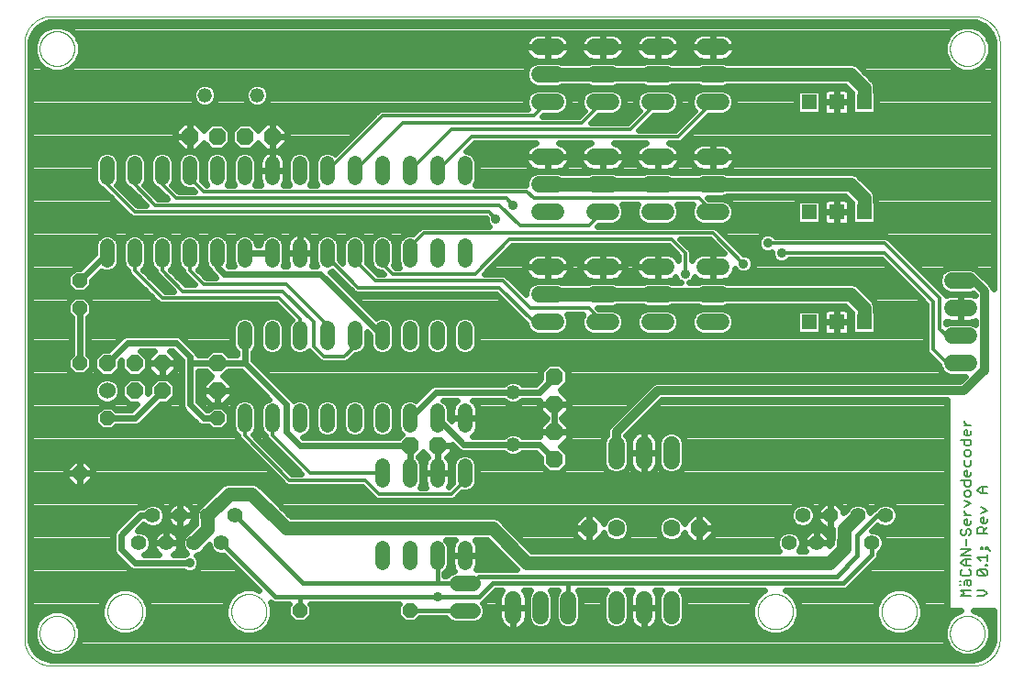
<source format=gtl>
G75*
%MOIN*%
%OFA0B0*%
%FSLAX25Y25*%
%IPPOS*%
%LPD*%
%AMOC8*
5,1,8,0,0,1.08239X$1,22.5*
%
%ADD10C,0.00000*%
%ADD11C,0.00600*%
%ADD12OC8,0.06300*%
%ADD13C,0.05200*%
%ADD14C,0.05600*%
%ADD15OC8,0.05200*%
%ADD16C,0.05200*%
%ADD17C,0.06000*%
%ADD18OC8,0.06000*%
%ADD19C,0.06000*%
%ADD20C,0.05500*%
%ADD21R,0.05543X0.05543*%
%ADD22C,0.06300*%
%ADD23C,0.01200*%
%ADD24C,0.02400*%
%ADD25C,0.03200*%
%ADD26C,0.01600*%
%ADD27C,0.03562*%
%ADD28C,0.05000*%
D10*
X0026059Y0048303D02*
X0360705Y0048303D01*
X0360943Y0048306D01*
X0361181Y0048314D01*
X0361418Y0048329D01*
X0361655Y0048349D01*
X0361891Y0048375D01*
X0362127Y0048406D01*
X0362362Y0048443D01*
X0362596Y0048486D01*
X0362829Y0048535D01*
X0363061Y0048589D01*
X0363291Y0048649D01*
X0363520Y0048714D01*
X0363747Y0048785D01*
X0363972Y0048861D01*
X0364195Y0048943D01*
X0364417Y0049030D01*
X0364636Y0049122D01*
X0364853Y0049220D01*
X0365067Y0049322D01*
X0365279Y0049430D01*
X0365489Y0049544D01*
X0365695Y0049662D01*
X0365899Y0049785D01*
X0366099Y0049913D01*
X0366296Y0050045D01*
X0366491Y0050183D01*
X0366681Y0050325D01*
X0366869Y0050472D01*
X0367052Y0050623D01*
X0367232Y0050778D01*
X0367408Y0050938D01*
X0367580Y0051102D01*
X0367749Y0051271D01*
X0367913Y0051443D01*
X0368073Y0051619D01*
X0368228Y0051799D01*
X0368379Y0051982D01*
X0368526Y0052170D01*
X0368668Y0052360D01*
X0368806Y0052555D01*
X0368938Y0052752D01*
X0369066Y0052952D01*
X0369189Y0053156D01*
X0369307Y0053362D01*
X0369421Y0053572D01*
X0369529Y0053784D01*
X0369631Y0053998D01*
X0369729Y0054215D01*
X0369821Y0054434D01*
X0369908Y0054656D01*
X0369990Y0054879D01*
X0370066Y0055104D01*
X0370137Y0055331D01*
X0370202Y0055560D01*
X0370262Y0055790D01*
X0370316Y0056022D01*
X0370365Y0056255D01*
X0370408Y0056489D01*
X0370445Y0056724D01*
X0370476Y0056960D01*
X0370502Y0057196D01*
X0370522Y0057433D01*
X0370537Y0057670D01*
X0370545Y0057908D01*
X0370548Y0058146D01*
X0370547Y0058146D02*
X0370547Y0274681D01*
X0370548Y0274681D02*
X0370545Y0274919D01*
X0370537Y0275157D01*
X0370522Y0275394D01*
X0370502Y0275631D01*
X0370476Y0275867D01*
X0370445Y0276103D01*
X0370408Y0276338D01*
X0370365Y0276572D01*
X0370316Y0276805D01*
X0370262Y0277037D01*
X0370202Y0277267D01*
X0370137Y0277496D01*
X0370066Y0277723D01*
X0369990Y0277948D01*
X0369908Y0278171D01*
X0369821Y0278393D01*
X0369729Y0278612D01*
X0369631Y0278829D01*
X0369529Y0279043D01*
X0369421Y0279255D01*
X0369307Y0279465D01*
X0369189Y0279671D01*
X0369066Y0279875D01*
X0368938Y0280075D01*
X0368806Y0280272D01*
X0368668Y0280467D01*
X0368526Y0280657D01*
X0368379Y0280845D01*
X0368228Y0281028D01*
X0368073Y0281208D01*
X0367913Y0281384D01*
X0367749Y0281556D01*
X0367580Y0281725D01*
X0367408Y0281889D01*
X0367232Y0282049D01*
X0367052Y0282204D01*
X0366869Y0282355D01*
X0366681Y0282502D01*
X0366491Y0282644D01*
X0366296Y0282782D01*
X0366099Y0282914D01*
X0365899Y0283042D01*
X0365695Y0283165D01*
X0365489Y0283283D01*
X0365279Y0283397D01*
X0365067Y0283505D01*
X0364853Y0283607D01*
X0364636Y0283705D01*
X0364417Y0283797D01*
X0364195Y0283884D01*
X0363972Y0283966D01*
X0363747Y0284042D01*
X0363520Y0284113D01*
X0363291Y0284178D01*
X0363061Y0284238D01*
X0362829Y0284292D01*
X0362596Y0284341D01*
X0362362Y0284384D01*
X0362127Y0284421D01*
X0361891Y0284452D01*
X0361655Y0284478D01*
X0361418Y0284498D01*
X0361181Y0284513D01*
X0360943Y0284521D01*
X0360705Y0284524D01*
X0026059Y0284524D01*
X0025821Y0284521D01*
X0025583Y0284513D01*
X0025346Y0284498D01*
X0025109Y0284478D01*
X0024873Y0284452D01*
X0024637Y0284421D01*
X0024402Y0284384D01*
X0024168Y0284341D01*
X0023935Y0284292D01*
X0023703Y0284238D01*
X0023473Y0284178D01*
X0023244Y0284113D01*
X0023017Y0284042D01*
X0022792Y0283966D01*
X0022569Y0283884D01*
X0022347Y0283797D01*
X0022128Y0283705D01*
X0021911Y0283607D01*
X0021697Y0283505D01*
X0021485Y0283397D01*
X0021275Y0283283D01*
X0021069Y0283165D01*
X0020865Y0283042D01*
X0020665Y0282914D01*
X0020468Y0282782D01*
X0020273Y0282644D01*
X0020083Y0282502D01*
X0019895Y0282355D01*
X0019712Y0282204D01*
X0019532Y0282049D01*
X0019356Y0281889D01*
X0019184Y0281725D01*
X0019015Y0281556D01*
X0018851Y0281384D01*
X0018691Y0281208D01*
X0018536Y0281028D01*
X0018385Y0280845D01*
X0018238Y0280657D01*
X0018096Y0280467D01*
X0017958Y0280272D01*
X0017826Y0280075D01*
X0017698Y0279875D01*
X0017575Y0279671D01*
X0017457Y0279465D01*
X0017343Y0279255D01*
X0017235Y0279043D01*
X0017133Y0278829D01*
X0017035Y0278612D01*
X0016943Y0278393D01*
X0016856Y0278171D01*
X0016774Y0277948D01*
X0016698Y0277723D01*
X0016627Y0277496D01*
X0016562Y0277267D01*
X0016502Y0277037D01*
X0016448Y0276805D01*
X0016399Y0276572D01*
X0016356Y0276338D01*
X0016319Y0276103D01*
X0016288Y0275867D01*
X0016262Y0275631D01*
X0016242Y0275394D01*
X0016227Y0275157D01*
X0016219Y0274919D01*
X0016216Y0274681D01*
X0016217Y0274681D02*
X0016217Y0058146D01*
X0016216Y0058146D02*
X0016219Y0057908D01*
X0016227Y0057670D01*
X0016242Y0057433D01*
X0016262Y0057196D01*
X0016288Y0056960D01*
X0016319Y0056724D01*
X0016356Y0056489D01*
X0016399Y0056255D01*
X0016448Y0056022D01*
X0016502Y0055790D01*
X0016562Y0055560D01*
X0016627Y0055331D01*
X0016698Y0055104D01*
X0016774Y0054879D01*
X0016856Y0054656D01*
X0016943Y0054434D01*
X0017035Y0054215D01*
X0017133Y0053998D01*
X0017235Y0053784D01*
X0017343Y0053572D01*
X0017457Y0053362D01*
X0017575Y0053156D01*
X0017698Y0052952D01*
X0017826Y0052752D01*
X0017958Y0052555D01*
X0018096Y0052360D01*
X0018238Y0052170D01*
X0018385Y0051982D01*
X0018536Y0051799D01*
X0018691Y0051619D01*
X0018851Y0051443D01*
X0019015Y0051271D01*
X0019184Y0051102D01*
X0019356Y0050938D01*
X0019532Y0050778D01*
X0019712Y0050623D01*
X0019895Y0050472D01*
X0020083Y0050325D01*
X0020273Y0050183D01*
X0020468Y0050045D01*
X0020665Y0049913D01*
X0020865Y0049785D01*
X0021069Y0049662D01*
X0021275Y0049544D01*
X0021485Y0049430D01*
X0021697Y0049322D01*
X0021911Y0049220D01*
X0022128Y0049122D01*
X0022347Y0049030D01*
X0022569Y0048943D01*
X0022792Y0048861D01*
X0023017Y0048785D01*
X0023244Y0048714D01*
X0023473Y0048649D01*
X0023703Y0048589D01*
X0023935Y0048535D01*
X0024168Y0048486D01*
X0024402Y0048443D01*
X0024637Y0048406D01*
X0024873Y0048375D01*
X0025109Y0048349D01*
X0025346Y0048329D01*
X0025583Y0048314D01*
X0025821Y0048306D01*
X0026059Y0048303D01*
X0021729Y0060114D02*
X0021731Y0060272D01*
X0021737Y0060430D01*
X0021747Y0060588D01*
X0021761Y0060746D01*
X0021779Y0060903D01*
X0021800Y0061060D01*
X0021826Y0061216D01*
X0021856Y0061372D01*
X0021889Y0061527D01*
X0021927Y0061680D01*
X0021968Y0061833D01*
X0022013Y0061985D01*
X0022062Y0062136D01*
X0022115Y0062285D01*
X0022171Y0062433D01*
X0022231Y0062579D01*
X0022295Y0062724D01*
X0022363Y0062867D01*
X0022434Y0063009D01*
X0022508Y0063149D01*
X0022586Y0063286D01*
X0022668Y0063422D01*
X0022752Y0063556D01*
X0022841Y0063687D01*
X0022932Y0063816D01*
X0023027Y0063943D01*
X0023124Y0064068D01*
X0023225Y0064190D01*
X0023329Y0064309D01*
X0023436Y0064426D01*
X0023546Y0064540D01*
X0023659Y0064651D01*
X0023774Y0064760D01*
X0023892Y0064865D01*
X0024013Y0064967D01*
X0024136Y0065067D01*
X0024262Y0065163D01*
X0024390Y0065256D01*
X0024520Y0065346D01*
X0024653Y0065432D01*
X0024788Y0065516D01*
X0024924Y0065595D01*
X0025063Y0065672D01*
X0025204Y0065744D01*
X0025346Y0065814D01*
X0025490Y0065879D01*
X0025636Y0065941D01*
X0025783Y0065999D01*
X0025932Y0066054D01*
X0026082Y0066105D01*
X0026233Y0066152D01*
X0026385Y0066195D01*
X0026538Y0066234D01*
X0026693Y0066270D01*
X0026848Y0066301D01*
X0027004Y0066329D01*
X0027160Y0066353D01*
X0027317Y0066373D01*
X0027475Y0066389D01*
X0027632Y0066401D01*
X0027791Y0066409D01*
X0027949Y0066413D01*
X0028107Y0066413D01*
X0028265Y0066409D01*
X0028424Y0066401D01*
X0028581Y0066389D01*
X0028739Y0066373D01*
X0028896Y0066353D01*
X0029052Y0066329D01*
X0029208Y0066301D01*
X0029363Y0066270D01*
X0029518Y0066234D01*
X0029671Y0066195D01*
X0029823Y0066152D01*
X0029974Y0066105D01*
X0030124Y0066054D01*
X0030273Y0065999D01*
X0030420Y0065941D01*
X0030566Y0065879D01*
X0030710Y0065814D01*
X0030852Y0065744D01*
X0030993Y0065672D01*
X0031132Y0065595D01*
X0031268Y0065516D01*
X0031403Y0065432D01*
X0031536Y0065346D01*
X0031666Y0065256D01*
X0031794Y0065163D01*
X0031920Y0065067D01*
X0032043Y0064967D01*
X0032164Y0064865D01*
X0032282Y0064760D01*
X0032397Y0064651D01*
X0032510Y0064540D01*
X0032620Y0064426D01*
X0032727Y0064309D01*
X0032831Y0064190D01*
X0032932Y0064068D01*
X0033029Y0063943D01*
X0033124Y0063816D01*
X0033215Y0063687D01*
X0033304Y0063556D01*
X0033388Y0063422D01*
X0033470Y0063286D01*
X0033548Y0063149D01*
X0033622Y0063009D01*
X0033693Y0062867D01*
X0033761Y0062724D01*
X0033825Y0062579D01*
X0033885Y0062433D01*
X0033941Y0062285D01*
X0033994Y0062136D01*
X0034043Y0061985D01*
X0034088Y0061833D01*
X0034129Y0061680D01*
X0034167Y0061527D01*
X0034200Y0061372D01*
X0034230Y0061216D01*
X0034256Y0061060D01*
X0034277Y0060903D01*
X0034295Y0060746D01*
X0034309Y0060588D01*
X0034319Y0060430D01*
X0034325Y0060272D01*
X0034327Y0060114D01*
X0034325Y0059956D01*
X0034319Y0059798D01*
X0034309Y0059640D01*
X0034295Y0059482D01*
X0034277Y0059325D01*
X0034256Y0059168D01*
X0034230Y0059012D01*
X0034200Y0058856D01*
X0034167Y0058701D01*
X0034129Y0058548D01*
X0034088Y0058395D01*
X0034043Y0058243D01*
X0033994Y0058092D01*
X0033941Y0057943D01*
X0033885Y0057795D01*
X0033825Y0057649D01*
X0033761Y0057504D01*
X0033693Y0057361D01*
X0033622Y0057219D01*
X0033548Y0057079D01*
X0033470Y0056942D01*
X0033388Y0056806D01*
X0033304Y0056672D01*
X0033215Y0056541D01*
X0033124Y0056412D01*
X0033029Y0056285D01*
X0032932Y0056160D01*
X0032831Y0056038D01*
X0032727Y0055919D01*
X0032620Y0055802D01*
X0032510Y0055688D01*
X0032397Y0055577D01*
X0032282Y0055468D01*
X0032164Y0055363D01*
X0032043Y0055261D01*
X0031920Y0055161D01*
X0031794Y0055065D01*
X0031666Y0054972D01*
X0031536Y0054882D01*
X0031403Y0054796D01*
X0031268Y0054712D01*
X0031132Y0054633D01*
X0030993Y0054556D01*
X0030852Y0054484D01*
X0030710Y0054414D01*
X0030566Y0054349D01*
X0030420Y0054287D01*
X0030273Y0054229D01*
X0030124Y0054174D01*
X0029974Y0054123D01*
X0029823Y0054076D01*
X0029671Y0054033D01*
X0029518Y0053994D01*
X0029363Y0053958D01*
X0029208Y0053927D01*
X0029052Y0053899D01*
X0028896Y0053875D01*
X0028739Y0053855D01*
X0028581Y0053839D01*
X0028424Y0053827D01*
X0028265Y0053819D01*
X0028107Y0053815D01*
X0027949Y0053815D01*
X0027791Y0053819D01*
X0027632Y0053827D01*
X0027475Y0053839D01*
X0027317Y0053855D01*
X0027160Y0053875D01*
X0027004Y0053899D01*
X0026848Y0053927D01*
X0026693Y0053958D01*
X0026538Y0053994D01*
X0026385Y0054033D01*
X0026233Y0054076D01*
X0026082Y0054123D01*
X0025932Y0054174D01*
X0025783Y0054229D01*
X0025636Y0054287D01*
X0025490Y0054349D01*
X0025346Y0054414D01*
X0025204Y0054484D01*
X0025063Y0054556D01*
X0024924Y0054633D01*
X0024788Y0054712D01*
X0024653Y0054796D01*
X0024520Y0054882D01*
X0024390Y0054972D01*
X0024262Y0055065D01*
X0024136Y0055161D01*
X0024013Y0055261D01*
X0023892Y0055363D01*
X0023774Y0055468D01*
X0023659Y0055577D01*
X0023546Y0055688D01*
X0023436Y0055802D01*
X0023329Y0055919D01*
X0023225Y0056038D01*
X0023124Y0056160D01*
X0023027Y0056285D01*
X0022932Y0056412D01*
X0022841Y0056541D01*
X0022752Y0056672D01*
X0022668Y0056806D01*
X0022586Y0056942D01*
X0022508Y0057079D01*
X0022434Y0057219D01*
X0022363Y0057361D01*
X0022295Y0057504D01*
X0022231Y0057649D01*
X0022171Y0057795D01*
X0022115Y0057943D01*
X0022062Y0058092D01*
X0022013Y0058243D01*
X0021968Y0058395D01*
X0021927Y0058548D01*
X0021889Y0058701D01*
X0021856Y0058856D01*
X0021826Y0059012D01*
X0021800Y0059168D01*
X0021779Y0059325D01*
X0021761Y0059482D01*
X0021747Y0059640D01*
X0021737Y0059798D01*
X0021731Y0059956D01*
X0021729Y0060114D01*
X0046372Y0067988D02*
X0046374Y0068148D01*
X0046380Y0068307D01*
X0046390Y0068466D01*
X0046404Y0068625D01*
X0046422Y0068784D01*
X0046443Y0068942D01*
X0046469Y0069099D01*
X0046499Y0069256D01*
X0046532Y0069412D01*
X0046570Y0069567D01*
X0046611Y0069721D01*
X0046656Y0069874D01*
X0046705Y0070026D01*
X0046758Y0070177D01*
X0046814Y0070326D01*
X0046875Y0070474D01*
X0046938Y0070620D01*
X0047006Y0070765D01*
X0047077Y0070908D01*
X0047151Y0071049D01*
X0047229Y0071188D01*
X0047311Y0071325D01*
X0047396Y0071460D01*
X0047484Y0071593D01*
X0047576Y0071724D01*
X0047670Y0071852D01*
X0047768Y0071978D01*
X0047869Y0072102D01*
X0047973Y0072223D01*
X0048080Y0072341D01*
X0048190Y0072457D01*
X0048303Y0072570D01*
X0048419Y0072680D01*
X0048537Y0072787D01*
X0048658Y0072891D01*
X0048782Y0072992D01*
X0048908Y0073090D01*
X0049036Y0073184D01*
X0049167Y0073276D01*
X0049300Y0073364D01*
X0049435Y0073449D01*
X0049572Y0073531D01*
X0049711Y0073609D01*
X0049852Y0073683D01*
X0049995Y0073754D01*
X0050140Y0073822D01*
X0050286Y0073885D01*
X0050434Y0073946D01*
X0050583Y0074002D01*
X0050734Y0074055D01*
X0050886Y0074104D01*
X0051039Y0074149D01*
X0051193Y0074190D01*
X0051348Y0074228D01*
X0051504Y0074261D01*
X0051661Y0074291D01*
X0051818Y0074317D01*
X0051976Y0074338D01*
X0052135Y0074356D01*
X0052294Y0074370D01*
X0052453Y0074380D01*
X0052612Y0074386D01*
X0052772Y0074388D01*
X0052932Y0074386D01*
X0053091Y0074380D01*
X0053250Y0074370D01*
X0053409Y0074356D01*
X0053568Y0074338D01*
X0053726Y0074317D01*
X0053883Y0074291D01*
X0054040Y0074261D01*
X0054196Y0074228D01*
X0054351Y0074190D01*
X0054505Y0074149D01*
X0054658Y0074104D01*
X0054810Y0074055D01*
X0054961Y0074002D01*
X0055110Y0073946D01*
X0055258Y0073885D01*
X0055404Y0073822D01*
X0055549Y0073754D01*
X0055692Y0073683D01*
X0055833Y0073609D01*
X0055972Y0073531D01*
X0056109Y0073449D01*
X0056244Y0073364D01*
X0056377Y0073276D01*
X0056508Y0073184D01*
X0056636Y0073090D01*
X0056762Y0072992D01*
X0056886Y0072891D01*
X0057007Y0072787D01*
X0057125Y0072680D01*
X0057241Y0072570D01*
X0057354Y0072457D01*
X0057464Y0072341D01*
X0057571Y0072223D01*
X0057675Y0072102D01*
X0057776Y0071978D01*
X0057874Y0071852D01*
X0057968Y0071724D01*
X0058060Y0071593D01*
X0058148Y0071460D01*
X0058233Y0071325D01*
X0058315Y0071188D01*
X0058393Y0071049D01*
X0058467Y0070908D01*
X0058538Y0070765D01*
X0058606Y0070620D01*
X0058669Y0070474D01*
X0058730Y0070326D01*
X0058786Y0070177D01*
X0058839Y0070026D01*
X0058888Y0069874D01*
X0058933Y0069721D01*
X0058974Y0069567D01*
X0059012Y0069412D01*
X0059045Y0069256D01*
X0059075Y0069099D01*
X0059101Y0068942D01*
X0059122Y0068784D01*
X0059140Y0068625D01*
X0059154Y0068466D01*
X0059164Y0068307D01*
X0059170Y0068148D01*
X0059172Y0067988D01*
X0059170Y0067828D01*
X0059164Y0067669D01*
X0059154Y0067510D01*
X0059140Y0067351D01*
X0059122Y0067192D01*
X0059101Y0067034D01*
X0059075Y0066877D01*
X0059045Y0066720D01*
X0059012Y0066564D01*
X0058974Y0066409D01*
X0058933Y0066255D01*
X0058888Y0066102D01*
X0058839Y0065950D01*
X0058786Y0065799D01*
X0058730Y0065650D01*
X0058669Y0065502D01*
X0058606Y0065356D01*
X0058538Y0065211D01*
X0058467Y0065068D01*
X0058393Y0064927D01*
X0058315Y0064788D01*
X0058233Y0064651D01*
X0058148Y0064516D01*
X0058060Y0064383D01*
X0057968Y0064252D01*
X0057874Y0064124D01*
X0057776Y0063998D01*
X0057675Y0063874D01*
X0057571Y0063753D01*
X0057464Y0063635D01*
X0057354Y0063519D01*
X0057241Y0063406D01*
X0057125Y0063296D01*
X0057007Y0063189D01*
X0056886Y0063085D01*
X0056762Y0062984D01*
X0056636Y0062886D01*
X0056508Y0062792D01*
X0056377Y0062700D01*
X0056244Y0062612D01*
X0056109Y0062527D01*
X0055972Y0062445D01*
X0055833Y0062367D01*
X0055692Y0062293D01*
X0055549Y0062222D01*
X0055404Y0062154D01*
X0055258Y0062091D01*
X0055110Y0062030D01*
X0054961Y0061974D01*
X0054810Y0061921D01*
X0054658Y0061872D01*
X0054505Y0061827D01*
X0054351Y0061786D01*
X0054196Y0061748D01*
X0054040Y0061715D01*
X0053883Y0061685D01*
X0053726Y0061659D01*
X0053568Y0061638D01*
X0053409Y0061620D01*
X0053250Y0061606D01*
X0053091Y0061596D01*
X0052932Y0061590D01*
X0052772Y0061588D01*
X0052612Y0061590D01*
X0052453Y0061596D01*
X0052294Y0061606D01*
X0052135Y0061620D01*
X0051976Y0061638D01*
X0051818Y0061659D01*
X0051661Y0061685D01*
X0051504Y0061715D01*
X0051348Y0061748D01*
X0051193Y0061786D01*
X0051039Y0061827D01*
X0050886Y0061872D01*
X0050734Y0061921D01*
X0050583Y0061974D01*
X0050434Y0062030D01*
X0050286Y0062091D01*
X0050140Y0062154D01*
X0049995Y0062222D01*
X0049852Y0062293D01*
X0049711Y0062367D01*
X0049572Y0062445D01*
X0049435Y0062527D01*
X0049300Y0062612D01*
X0049167Y0062700D01*
X0049036Y0062792D01*
X0048908Y0062886D01*
X0048782Y0062984D01*
X0048658Y0063085D01*
X0048537Y0063189D01*
X0048419Y0063296D01*
X0048303Y0063406D01*
X0048190Y0063519D01*
X0048080Y0063635D01*
X0047973Y0063753D01*
X0047869Y0063874D01*
X0047768Y0063998D01*
X0047670Y0064124D01*
X0047576Y0064252D01*
X0047484Y0064383D01*
X0047396Y0064516D01*
X0047311Y0064651D01*
X0047229Y0064788D01*
X0047151Y0064927D01*
X0047077Y0065068D01*
X0047006Y0065211D01*
X0046938Y0065356D01*
X0046875Y0065502D01*
X0046814Y0065650D01*
X0046758Y0065799D01*
X0046705Y0065950D01*
X0046656Y0066102D01*
X0046611Y0066255D01*
X0046570Y0066409D01*
X0046532Y0066564D01*
X0046499Y0066720D01*
X0046469Y0066877D01*
X0046443Y0067034D01*
X0046422Y0067192D01*
X0046404Y0067351D01*
X0046390Y0067510D01*
X0046380Y0067669D01*
X0046374Y0067828D01*
X0046372Y0067988D01*
X0091372Y0067988D02*
X0091374Y0068148D01*
X0091380Y0068307D01*
X0091390Y0068466D01*
X0091404Y0068625D01*
X0091422Y0068784D01*
X0091443Y0068942D01*
X0091469Y0069099D01*
X0091499Y0069256D01*
X0091532Y0069412D01*
X0091570Y0069567D01*
X0091611Y0069721D01*
X0091656Y0069874D01*
X0091705Y0070026D01*
X0091758Y0070177D01*
X0091814Y0070326D01*
X0091875Y0070474D01*
X0091938Y0070620D01*
X0092006Y0070765D01*
X0092077Y0070908D01*
X0092151Y0071049D01*
X0092229Y0071188D01*
X0092311Y0071325D01*
X0092396Y0071460D01*
X0092484Y0071593D01*
X0092576Y0071724D01*
X0092670Y0071852D01*
X0092768Y0071978D01*
X0092869Y0072102D01*
X0092973Y0072223D01*
X0093080Y0072341D01*
X0093190Y0072457D01*
X0093303Y0072570D01*
X0093419Y0072680D01*
X0093537Y0072787D01*
X0093658Y0072891D01*
X0093782Y0072992D01*
X0093908Y0073090D01*
X0094036Y0073184D01*
X0094167Y0073276D01*
X0094300Y0073364D01*
X0094435Y0073449D01*
X0094572Y0073531D01*
X0094711Y0073609D01*
X0094852Y0073683D01*
X0094995Y0073754D01*
X0095140Y0073822D01*
X0095286Y0073885D01*
X0095434Y0073946D01*
X0095583Y0074002D01*
X0095734Y0074055D01*
X0095886Y0074104D01*
X0096039Y0074149D01*
X0096193Y0074190D01*
X0096348Y0074228D01*
X0096504Y0074261D01*
X0096661Y0074291D01*
X0096818Y0074317D01*
X0096976Y0074338D01*
X0097135Y0074356D01*
X0097294Y0074370D01*
X0097453Y0074380D01*
X0097612Y0074386D01*
X0097772Y0074388D01*
X0097932Y0074386D01*
X0098091Y0074380D01*
X0098250Y0074370D01*
X0098409Y0074356D01*
X0098568Y0074338D01*
X0098726Y0074317D01*
X0098883Y0074291D01*
X0099040Y0074261D01*
X0099196Y0074228D01*
X0099351Y0074190D01*
X0099505Y0074149D01*
X0099658Y0074104D01*
X0099810Y0074055D01*
X0099961Y0074002D01*
X0100110Y0073946D01*
X0100258Y0073885D01*
X0100404Y0073822D01*
X0100549Y0073754D01*
X0100692Y0073683D01*
X0100833Y0073609D01*
X0100972Y0073531D01*
X0101109Y0073449D01*
X0101244Y0073364D01*
X0101377Y0073276D01*
X0101508Y0073184D01*
X0101636Y0073090D01*
X0101762Y0072992D01*
X0101886Y0072891D01*
X0102007Y0072787D01*
X0102125Y0072680D01*
X0102241Y0072570D01*
X0102354Y0072457D01*
X0102464Y0072341D01*
X0102571Y0072223D01*
X0102675Y0072102D01*
X0102776Y0071978D01*
X0102874Y0071852D01*
X0102968Y0071724D01*
X0103060Y0071593D01*
X0103148Y0071460D01*
X0103233Y0071325D01*
X0103315Y0071188D01*
X0103393Y0071049D01*
X0103467Y0070908D01*
X0103538Y0070765D01*
X0103606Y0070620D01*
X0103669Y0070474D01*
X0103730Y0070326D01*
X0103786Y0070177D01*
X0103839Y0070026D01*
X0103888Y0069874D01*
X0103933Y0069721D01*
X0103974Y0069567D01*
X0104012Y0069412D01*
X0104045Y0069256D01*
X0104075Y0069099D01*
X0104101Y0068942D01*
X0104122Y0068784D01*
X0104140Y0068625D01*
X0104154Y0068466D01*
X0104164Y0068307D01*
X0104170Y0068148D01*
X0104172Y0067988D01*
X0104170Y0067828D01*
X0104164Y0067669D01*
X0104154Y0067510D01*
X0104140Y0067351D01*
X0104122Y0067192D01*
X0104101Y0067034D01*
X0104075Y0066877D01*
X0104045Y0066720D01*
X0104012Y0066564D01*
X0103974Y0066409D01*
X0103933Y0066255D01*
X0103888Y0066102D01*
X0103839Y0065950D01*
X0103786Y0065799D01*
X0103730Y0065650D01*
X0103669Y0065502D01*
X0103606Y0065356D01*
X0103538Y0065211D01*
X0103467Y0065068D01*
X0103393Y0064927D01*
X0103315Y0064788D01*
X0103233Y0064651D01*
X0103148Y0064516D01*
X0103060Y0064383D01*
X0102968Y0064252D01*
X0102874Y0064124D01*
X0102776Y0063998D01*
X0102675Y0063874D01*
X0102571Y0063753D01*
X0102464Y0063635D01*
X0102354Y0063519D01*
X0102241Y0063406D01*
X0102125Y0063296D01*
X0102007Y0063189D01*
X0101886Y0063085D01*
X0101762Y0062984D01*
X0101636Y0062886D01*
X0101508Y0062792D01*
X0101377Y0062700D01*
X0101244Y0062612D01*
X0101109Y0062527D01*
X0100972Y0062445D01*
X0100833Y0062367D01*
X0100692Y0062293D01*
X0100549Y0062222D01*
X0100404Y0062154D01*
X0100258Y0062091D01*
X0100110Y0062030D01*
X0099961Y0061974D01*
X0099810Y0061921D01*
X0099658Y0061872D01*
X0099505Y0061827D01*
X0099351Y0061786D01*
X0099196Y0061748D01*
X0099040Y0061715D01*
X0098883Y0061685D01*
X0098726Y0061659D01*
X0098568Y0061638D01*
X0098409Y0061620D01*
X0098250Y0061606D01*
X0098091Y0061596D01*
X0097932Y0061590D01*
X0097772Y0061588D01*
X0097612Y0061590D01*
X0097453Y0061596D01*
X0097294Y0061606D01*
X0097135Y0061620D01*
X0096976Y0061638D01*
X0096818Y0061659D01*
X0096661Y0061685D01*
X0096504Y0061715D01*
X0096348Y0061748D01*
X0096193Y0061786D01*
X0096039Y0061827D01*
X0095886Y0061872D01*
X0095734Y0061921D01*
X0095583Y0061974D01*
X0095434Y0062030D01*
X0095286Y0062091D01*
X0095140Y0062154D01*
X0094995Y0062222D01*
X0094852Y0062293D01*
X0094711Y0062367D01*
X0094572Y0062445D01*
X0094435Y0062527D01*
X0094300Y0062612D01*
X0094167Y0062700D01*
X0094036Y0062792D01*
X0093908Y0062886D01*
X0093782Y0062984D01*
X0093658Y0063085D01*
X0093537Y0063189D01*
X0093419Y0063296D01*
X0093303Y0063406D01*
X0093190Y0063519D01*
X0093080Y0063635D01*
X0092973Y0063753D01*
X0092869Y0063874D01*
X0092768Y0063998D01*
X0092670Y0064124D01*
X0092576Y0064252D01*
X0092484Y0064383D01*
X0092396Y0064516D01*
X0092311Y0064651D01*
X0092229Y0064788D01*
X0092151Y0064927D01*
X0092077Y0065068D01*
X0092006Y0065211D01*
X0091938Y0065356D01*
X0091875Y0065502D01*
X0091814Y0065650D01*
X0091758Y0065799D01*
X0091705Y0065950D01*
X0091656Y0066102D01*
X0091611Y0066255D01*
X0091570Y0066409D01*
X0091532Y0066564D01*
X0091499Y0066720D01*
X0091469Y0066877D01*
X0091443Y0067034D01*
X0091422Y0067192D01*
X0091404Y0067351D01*
X0091390Y0067510D01*
X0091380Y0067669D01*
X0091374Y0067828D01*
X0091372Y0067988D01*
X0282592Y0067988D02*
X0282594Y0068148D01*
X0282600Y0068307D01*
X0282610Y0068466D01*
X0282624Y0068625D01*
X0282642Y0068784D01*
X0282663Y0068942D01*
X0282689Y0069099D01*
X0282719Y0069256D01*
X0282752Y0069412D01*
X0282790Y0069567D01*
X0282831Y0069721D01*
X0282876Y0069874D01*
X0282925Y0070026D01*
X0282978Y0070177D01*
X0283034Y0070326D01*
X0283095Y0070474D01*
X0283158Y0070620D01*
X0283226Y0070765D01*
X0283297Y0070908D01*
X0283371Y0071049D01*
X0283449Y0071188D01*
X0283531Y0071325D01*
X0283616Y0071460D01*
X0283704Y0071593D01*
X0283796Y0071724D01*
X0283890Y0071852D01*
X0283988Y0071978D01*
X0284089Y0072102D01*
X0284193Y0072223D01*
X0284300Y0072341D01*
X0284410Y0072457D01*
X0284523Y0072570D01*
X0284639Y0072680D01*
X0284757Y0072787D01*
X0284878Y0072891D01*
X0285002Y0072992D01*
X0285128Y0073090D01*
X0285256Y0073184D01*
X0285387Y0073276D01*
X0285520Y0073364D01*
X0285655Y0073449D01*
X0285792Y0073531D01*
X0285931Y0073609D01*
X0286072Y0073683D01*
X0286215Y0073754D01*
X0286360Y0073822D01*
X0286506Y0073885D01*
X0286654Y0073946D01*
X0286803Y0074002D01*
X0286954Y0074055D01*
X0287106Y0074104D01*
X0287259Y0074149D01*
X0287413Y0074190D01*
X0287568Y0074228D01*
X0287724Y0074261D01*
X0287881Y0074291D01*
X0288038Y0074317D01*
X0288196Y0074338D01*
X0288355Y0074356D01*
X0288514Y0074370D01*
X0288673Y0074380D01*
X0288832Y0074386D01*
X0288992Y0074388D01*
X0289152Y0074386D01*
X0289311Y0074380D01*
X0289470Y0074370D01*
X0289629Y0074356D01*
X0289788Y0074338D01*
X0289946Y0074317D01*
X0290103Y0074291D01*
X0290260Y0074261D01*
X0290416Y0074228D01*
X0290571Y0074190D01*
X0290725Y0074149D01*
X0290878Y0074104D01*
X0291030Y0074055D01*
X0291181Y0074002D01*
X0291330Y0073946D01*
X0291478Y0073885D01*
X0291624Y0073822D01*
X0291769Y0073754D01*
X0291912Y0073683D01*
X0292053Y0073609D01*
X0292192Y0073531D01*
X0292329Y0073449D01*
X0292464Y0073364D01*
X0292597Y0073276D01*
X0292728Y0073184D01*
X0292856Y0073090D01*
X0292982Y0072992D01*
X0293106Y0072891D01*
X0293227Y0072787D01*
X0293345Y0072680D01*
X0293461Y0072570D01*
X0293574Y0072457D01*
X0293684Y0072341D01*
X0293791Y0072223D01*
X0293895Y0072102D01*
X0293996Y0071978D01*
X0294094Y0071852D01*
X0294188Y0071724D01*
X0294280Y0071593D01*
X0294368Y0071460D01*
X0294453Y0071325D01*
X0294535Y0071188D01*
X0294613Y0071049D01*
X0294687Y0070908D01*
X0294758Y0070765D01*
X0294826Y0070620D01*
X0294889Y0070474D01*
X0294950Y0070326D01*
X0295006Y0070177D01*
X0295059Y0070026D01*
X0295108Y0069874D01*
X0295153Y0069721D01*
X0295194Y0069567D01*
X0295232Y0069412D01*
X0295265Y0069256D01*
X0295295Y0069099D01*
X0295321Y0068942D01*
X0295342Y0068784D01*
X0295360Y0068625D01*
X0295374Y0068466D01*
X0295384Y0068307D01*
X0295390Y0068148D01*
X0295392Y0067988D01*
X0295390Y0067828D01*
X0295384Y0067669D01*
X0295374Y0067510D01*
X0295360Y0067351D01*
X0295342Y0067192D01*
X0295321Y0067034D01*
X0295295Y0066877D01*
X0295265Y0066720D01*
X0295232Y0066564D01*
X0295194Y0066409D01*
X0295153Y0066255D01*
X0295108Y0066102D01*
X0295059Y0065950D01*
X0295006Y0065799D01*
X0294950Y0065650D01*
X0294889Y0065502D01*
X0294826Y0065356D01*
X0294758Y0065211D01*
X0294687Y0065068D01*
X0294613Y0064927D01*
X0294535Y0064788D01*
X0294453Y0064651D01*
X0294368Y0064516D01*
X0294280Y0064383D01*
X0294188Y0064252D01*
X0294094Y0064124D01*
X0293996Y0063998D01*
X0293895Y0063874D01*
X0293791Y0063753D01*
X0293684Y0063635D01*
X0293574Y0063519D01*
X0293461Y0063406D01*
X0293345Y0063296D01*
X0293227Y0063189D01*
X0293106Y0063085D01*
X0292982Y0062984D01*
X0292856Y0062886D01*
X0292728Y0062792D01*
X0292597Y0062700D01*
X0292464Y0062612D01*
X0292329Y0062527D01*
X0292192Y0062445D01*
X0292053Y0062367D01*
X0291912Y0062293D01*
X0291769Y0062222D01*
X0291624Y0062154D01*
X0291478Y0062091D01*
X0291330Y0062030D01*
X0291181Y0061974D01*
X0291030Y0061921D01*
X0290878Y0061872D01*
X0290725Y0061827D01*
X0290571Y0061786D01*
X0290416Y0061748D01*
X0290260Y0061715D01*
X0290103Y0061685D01*
X0289946Y0061659D01*
X0289788Y0061638D01*
X0289629Y0061620D01*
X0289470Y0061606D01*
X0289311Y0061596D01*
X0289152Y0061590D01*
X0288992Y0061588D01*
X0288832Y0061590D01*
X0288673Y0061596D01*
X0288514Y0061606D01*
X0288355Y0061620D01*
X0288196Y0061638D01*
X0288038Y0061659D01*
X0287881Y0061685D01*
X0287724Y0061715D01*
X0287568Y0061748D01*
X0287413Y0061786D01*
X0287259Y0061827D01*
X0287106Y0061872D01*
X0286954Y0061921D01*
X0286803Y0061974D01*
X0286654Y0062030D01*
X0286506Y0062091D01*
X0286360Y0062154D01*
X0286215Y0062222D01*
X0286072Y0062293D01*
X0285931Y0062367D01*
X0285792Y0062445D01*
X0285655Y0062527D01*
X0285520Y0062612D01*
X0285387Y0062700D01*
X0285256Y0062792D01*
X0285128Y0062886D01*
X0285002Y0062984D01*
X0284878Y0063085D01*
X0284757Y0063189D01*
X0284639Y0063296D01*
X0284523Y0063406D01*
X0284410Y0063519D01*
X0284300Y0063635D01*
X0284193Y0063753D01*
X0284089Y0063874D01*
X0283988Y0063998D01*
X0283890Y0064124D01*
X0283796Y0064252D01*
X0283704Y0064383D01*
X0283616Y0064516D01*
X0283531Y0064651D01*
X0283449Y0064788D01*
X0283371Y0064927D01*
X0283297Y0065068D01*
X0283226Y0065211D01*
X0283158Y0065356D01*
X0283095Y0065502D01*
X0283034Y0065650D01*
X0282978Y0065799D01*
X0282925Y0065950D01*
X0282876Y0066102D01*
X0282831Y0066255D01*
X0282790Y0066409D01*
X0282752Y0066564D01*
X0282719Y0066720D01*
X0282689Y0066877D01*
X0282663Y0067034D01*
X0282642Y0067192D01*
X0282624Y0067351D01*
X0282610Y0067510D01*
X0282600Y0067669D01*
X0282594Y0067828D01*
X0282592Y0067988D01*
X0327592Y0067988D02*
X0327594Y0068148D01*
X0327600Y0068307D01*
X0327610Y0068466D01*
X0327624Y0068625D01*
X0327642Y0068784D01*
X0327663Y0068942D01*
X0327689Y0069099D01*
X0327719Y0069256D01*
X0327752Y0069412D01*
X0327790Y0069567D01*
X0327831Y0069721D01*
X0327876Y0069874D01*
X0327925Y0070026D01*
X0327978Y0070177D01*
X0328034Y0070326D01*
X0328095Y0070474D01*
X0328158Y0070620D01*
X0328226Y0070765D01*
X0328297Y0070908D01*
X0328371Y0071049D01*
X0328449Y0071188D01*
X0328531Y0071325D01*
X0328616Y0071460D01*
X0328704Y0071593D01*
X0328796Y0071724D01*
X0328890Y0071852D01*
X0328988Y0071978D01*
X0329089Y0072102D01*
X0329193Y0072223D01*
X0329300Y0072341D01*
X0329410Y0072457D01*
X0329523Y0072570D01*
X0329639Y0072680D01*
X0329757Y0072787D01*
X0329878Y0072891D01*
X0330002Y0072992D01*
X0330128Y0073090D01*
X0330256Y0073184D01*
X0330387Y0073276D01*
X0330520Y0073364D01*
X0330655Y0073449D01*
X0330792Y0073531D01*
X0330931Y0073609D01*
X0331072Y0073683D01*
X0331215Y0073754D01*
X0331360Y0073822D01*
X0331506Y0073885D01*
X0331654Y0073946D01*
X0331803Y0074002D01*
X0331954Y0074055D01*
X0332106Y0074104D01*
X0332259Y0074149D01*
X0332413Y0074190D01*
X0332568Y0074228D01*
X0332724Y0074261D01*
X0332881Y0074291D01*
X0333038Y0074317D01*
X0333196Y0074338D01*
X0333355Y0074356D01*
X0333514Y0074370D01*
X0333673Y0074380D01*
X0333832Y0074386D01*
X0333992Y0074388D01*
X0334152Y0074386D01*
X0334311Y0074380D01*
X0334470Y0074370D01*
X0334629Y0074356D01*
X0334788Y0074338D01*
X0334946Y0074317D01*
X0335103Y0074291D01*
X0335260Y0074261D01*
X0335416Y0074228D01*
X0335571Y0074190D01*
X0335725Y0074149D01*
X0335878Y0074104D01*
X0336030Y0074055D01*
X0336181Y0074002D01*
X0336330Y0073946D01*
X0336478Y0073885D01*
X0336624Y0073822D01*
X0336769Y0073754D01*
X0336912Y0073683D01*
X0337053Y0073609D01*
X0337192Y0073531D01*
X0337329Y0073449D01*
X0337464Y0073364D01*
X0337597Y0073276D01*
X0337728Y0073184D01*
X0337856Y0073090D01*
X0337982Y0072992D01*
X0338106Y0072891D01*
X0338227Y0072787D01*
X0338345Y0072680D01*
X0338461Y0072570D01*
X0338574Y0072457D01*
X0338684Y0072341D01*
X0338791Y0072223D01*
X0338895Y0072102D01*
X0338996Y0071978D01*
X0339094Y0071852D01*
X0339188Y0071724D01*
X0339280Y0071593D01*
X0339368Y0071460D01*
X0339453Y0071325D01*
X0339535Y0071188D01*
X0339613Y0071049D01*
X0339687Y0070908D01*
X0339758Y0070765D01*
X0339826Y0070620D01*
X0339889Y0070474D01*
X0339950Y0070326D01*
X0340006Y0070177D01*
X0340059Y0070026D01*
X0340108Y0069874D01*
X0340153Y0069721D01*
X0340194Y0069567D01*
X0340232Y0069412D01*
X0340265Y0069256D01*
X0340295Y0069099D01*
X0340321Y0068942D01*
X0340342Y0068784D01*
X0340360Y0068625D01*
X0340374Y0068466D01*
X0340384Y0068307D01*
X0340390Y0068148D01*
X0340392Y0067988D01*
X0340390Y0067828D01*
X0340384Y0067669D01*
X0340374Y0067510D01*
X0340360Y0067351D01*
X0340342Y0067192D01*
X0340321Y0067034D01*
X0340295Y0066877D01*
X0340265Y0066720D01*
X0340232Y0066564D01*
X0340194Y0066409D01*
X0340153Y0066255D01*
X0340108Y0066102D01*
X0340059Y0065950D01*
X0340006Y0065799D01*
X0339950Y0065650D01*
X0339889Y0065502D01*
X0339826Y0065356D01*
X0339758Y0065211D01*
X0339687Y0065068D01*
X0339613Y0064927D01*
X0339535Y0064788D01*
X0339453Y0064651D01*
X0339368Y0064516D01*
X0339280Y0064383D01*
X0339188Y0064252D01*
X0339094Y0064124D01*
X0338996Y0063998D01*
X0338895Y0063874D01*
X0338791Y0063753D01*
X0338684Y0063635D01*
X0338574Y0063519D01*
X0338461Y0063406D01*
X0338345Y0063296D01*
X0338227Y0063189D01*
X0338106Y0063085D01*
X0337982Y0062984D01*
X0337856Y0062886D01*
X0337728Y0062792D01*
X0337597Y0062700D01*
X0337464Y0062612D01*
X0337329Y0062527D01*
X0337192Y0062445D01*
X0337053Y0062367D01*
X0336912Y0062293D01*
X0336769Y0062222D01*
X0336624Y0062154D01*
X0336478Y0062091D01*
X0336330Y0062030D01*
X0336181Y0061974D01*
X0336030Y0061921D01*
X0335878Y0061872D01*
X0335725Y0061827D01*
X0335571Y0061786D01*
X0335416Y0061748D01*
X0335260Y0061715D01*
X0335103Y0061685D01*
X0334946Y0061659D01*
X0334788Y0061638D01*
X0334629Y0061620D01*
X0334470Y0061606D01*
X0334311Y0061596D01*
X0334152Y0061590D01*
X0333992Y0061588D01*
X0333832Y0061590D01*
X0333673Y0061596D01*
X0333514Y0061606D01*
X0333355Y0061620D01*
X0333196Y0061638D01*
X0333038Y0061659D01*
X0332881Y0061685D01*
X0332724Y0061715D01*
X0332568Y0061748D01*
X0332413Y0061786D01*
X0332259Y0061827D01*
X0332106Y0061872D01*
X0331954Y0061921D01*
X0331803Y0061974D01*
X0331654Y0062030D01*
X0331506Y0062091D01*
X0331360Y0062154D01*
X0331215Y0062222D01*
X0331072Y0062293D01*
X0330931Y0062367D01*
X0330792Y0062445D01*
X0330655Y0062527D01*
X0330520Y0062612D01*
X0330387Y0062700D01*
X0330256Y0062792D01*
X0330128Y0062886D01*
X0330002Y0062984D01*
X0329878Y0063085D01*
X0329757Y0063189D01*
X0329639Y0063296D01*
X0329523Y0063406D01*
X0329410Y0063519D01*
X0329300Y0063635D01*
X0329193Y0063753D01*
X0329089Y0063874D01*
X0328988Y0063998D01*
X0328890Y0064124D01*
X0328796Y0064252D01*
X0328704Y0064383D01*
X0328616Y0064516D01*
X0328531Y0064651D01*
X0328449Y0064788D01*
X0328371Y0064927D01*
X0328297Y0065068D01*
X0328226Y0065211D01*
X0328158Y0065356D01*
X0328095Y0065502D01*
X0328034Y0065650D01*
X0327978Y0065799D01*
X0327925Y0065950D01*
X0327876Y0066102D01*
X0327831Y0066255D01*
X0327790Y0066409D01*
X0327752Y0066564D01*
X0327719Y0066720D01*
X0327689Y0066877D01*
X0327663Y0067034D01*
X0327642Y0067192D01*
X0327624Y0067351D01*
X0327610Y0067510D01*
X0327600Y0067669D01*
X0327594Y0067828D01*
X0327592Y0067988D01*
X0352437Y0060114D02*
X0352439Y0060272D01*
X0352445Y0060430D01*
X0352455Y0060588D01*
X0352469Y0060746D01*
X0352487Y0060903D01*
X0352508Y0061060D01*
X0352534Y0061216D01*
X0352564Y0061372D01*
X0352597Y0061527D01*
X0352635Y0061680D01*
X0352676Y0061833D01*
X0352721Y0061985D01*
X0352770Y0062136D01*
X0352823Y0062285D01*
X0352879Y0062433D01*
X0352939Y0062579D01*
X0353003Y0062724D01*
X0353071Y0062867D01*
X0353142Y0063009D01*
X0353216Y0063149D01*
X0353294Y0063286D01*
X0353376Y0063422D01*
X0353460Y0063556D01*
X0353549Y0063687D01*
X0353640Y0063816D01*
X0353735Y0063943D01*
X0353832Y0064068D01*
X0353933Y0064190D01*
X0354037Y0064309D01*
X0354144Y0064426D01*
X0354254Y0064540D01*
X0354367Y0064651D01*
X0354482Y0064760D01*
X0354600Y0064865D01*
X0354721Y0064967D01*
X0354844Y0065067D01*
X0354970Y0065163D01*
X0355098Y0065256D01*
X0355228Y0065346D01*
X0355361Y0065432D01*
X0355496Y0065516D01*
X0355632Y0065595D01*
X0355771Y0065672D01*
X0355912Y0065744D01*
X0356054Y0065814D01*
X0356198Y0065879D01*
X0356344Y0065941D01*
X0356491Y0065999D01*
X0356640Y0066054D01*
X0356790Y0066105D01*
X0356941Y0066152D01*
X0357093Y0066195D01*
X0357246Y0066234D01*
X0357401Y0066270D01*
X0357556Y0066301D01*
X0357712Y0066329D01*
X0357868Y0066353D01*
X0358025Y0066373D01*
X0358183Y0066389D01*
X0358340Y0066401D01*
X0358499Y0066409D01*
X0358657Y0066413D01*
X0358815Y0066413D01*
X0358973Y0066409D01*
X0359132Y0066401D01*
X0359289Y0066389D01*
X0359447Y0066373D01*
X0359604Y0066353D01*
X0359760Y0066329D01*
X0359916Y0066301D01*
X0360071Y0066270D01*
X0360226Y0066234D01*
X0360379Y0066195D01*
X0360531Y0066152D01*
X0360682Y0066105D01*
X0360832Y0066054D01*
X0360981Y0065999D01*
X0361128Y0065941D01*
X0361274Y0065879D01*
X0361418Y0065814D01*
X0361560Y0065744D01*
X0361701Y0065672D01*
X0361840Y0065595D01*
X0361976Y0065516D01*
X0362111Y0065432D01*
X0362244Y0065346D01*
X0362374Y0065256D01*
X0362502Y0065163D01*
X0362628Y0065067D01*
X0362751Y0064967D01*
X0362872Y0064865D01*
X0362990Y0064760D01*
X0363105Y0064651D01*
X0363218Y0064540D01*
X0363328Y0064426D01*
X0363435Y0064309D01*
X0363539Y0064190D01*
X0363640Y0064068D01*
X0363737Y0063943D01*
X0363832Y0063816D01*
X0363923Y0063687D01*
X0364012Y0063556D01*
X0364096Y0063422D01*
X0364178Y0063286D01*
X0364256Y0063149D01*
X0364330Y0063009D01*
X0364401Y0062867D01*
X0364469Y0062724D01*
X0364533Y0062579D01*
X0364593Y0062433D01*
X0364649Y0062285D01*
X0364702Y0062136D01*
X0364751Y0061985D01*
X0364796Y0061833D01*
X0364837Y0061680D01*
X0364875Y0061527D01*
X0364908Y0061372D01*
X0364938Y0061216D01*
X0364964Y0061060D01*
X0364985Y0060903D01*
X0365003Y0060746D01*
X0365017Y0060588D01*
X0365027Y0060430D01*
X0365033Y0060272D01*
X0365035Y0060114D01*
X0365033Y0059956D01*
X0365027Y0059798D01*
X0365017Y0059640D01*
X0365003Y0059482D01*
X0364985Y0059325D01*
X0364964Y0059168D01*
X0364938Y0059012D01*
X0364908Y0058856D01*
X0364875Y0058701D01*
X0364837Y0058548D01*
X0364796Y0058395D01*
X0364751Y0058243D01*
X0364702Y0058092D01*
X0364649Y0057943D01*
X0364593Y0057795D01*
X0364533Y0057649D01*
X0364469Y0057504D01*
X0364401Y0057361D01*
X0364330Y0057219D01*
X0364256Y0057079D01*
X0364178Y0056942D01*
X0364096Y0056806D01*
X0364012Y0056672D01*
X0363923Y0056541D01*
X0363832Y0056412D01*
X0363737Y0056285D01*
X0363640Y0056160D01*
X0363539Y0056038D01*
X0363435Y0055919D01*
X0363328Y0055802D01*
X0363218Y0055688D01*
X0363105Y0055577D01*
X0362990Y0055468D01*
X0362872Y0055363D01*
X0362751Y0055261D01*
X0362628Y0055161D01*
X0362502Y0055065D01*
X0362374Y0054972D01*
X0362244Y0054882D01*
X0362111Y0054796D01*
X0361976Y0054712D01*
X0361840Y0054633D01*
X0361701Y0054556D01*
X0361560Y0054484D01*
X0361418Y0054414D01*
X0361274Y0054349D01*
X0361128Y0054287D01*
X0360981Y0054229D01*
X0360832Y0054174D01*
X0360682Y0054123D01*
X0360531Y0054076D01*
X0360379Y0054033D01*
X0360226Y0053994D01*
X0360071Y0053958D01*
X0359916Y0053927D01*
X0359760Y0053899D01*
X0359604Y0053875D01*
X0359447Y0053855D01*
X0359289Y0053839D01*
X0359132Y0053827D01*
X0358973Y0053819D01*
X0358815Y0053815D01*
X0358657Y0053815D01*
X0358499Y0053819D01*
X0358340Y0053827D01*
X0358183Y0053839D01*
X0358025Y0053855D01*
X0357868Y0053875D01*
X0357712Y0053899D01*
X0357556Y0053927D01*
X0357401Y0053958D01*
X0357246Y0053994D01*
X0357093Y0054033D01*
X0356941Y0054076D01*
X0356790Y0054123D01*
X0356640Y0054174D01*
X0356491Y0054229D01*
X0356344Y0054287D01*
X0356198Y0054349D01*
X0356054Y0054414D01*
X0355912Y0054484D01*
X0355771Y0054556D01*
X0355632Y0054633D01*
X0355496Y0054712D01*
X0355361Y0054796D01*
X0355228Y0054882D01*
X0355098Y0054972D01*
X0354970Y0055065D01*
X0354844Y0055161D01*
X0354721Y0055261D01*
X0354600Y0055363D01*
X0354482Y0055468D01*
X0354367Y0055577D01*
X0354254Y0055688D01*
X0354144Y0055802D01*
X0354037Y0055919D01*
X0353933Y0056038D01*
X0353832Y0056160D01*
X0353735Y0056285D01*
X0353640Y0056412D01*
X0353549Y0056541D01*
X0353460Y0056672D01*
X0353376Y0056806D01*
X0353294Y0056942D01*
X0353216Y0057079D01*
X0353142Y0057219D01*
X0353071Y0057361D01*
X0353003Y0057504D01*
X0352939Y0057649D01*
X0352879Y0057795D01*
X0352823Y0057943D01*
X0352770Y0058092D01*
X0352721Y0058243D01*
X0352676Y0058395D01*
X0352635Y0058548D01*
X0352597Y0058701D01*
X0352564Y0058856D01*
X0352534Y0059012D01*
X0352508Y0059168D01*
X0352487Y0059325D01*
X0352469Y0059482D01*
X0352455Y0059640D01*
X0352445Y0059798D01*
X0352439Y0059956D01*
X0352437Y0060114D01*
X0352437Y0272713D02*
X0352439Y0272871D01*
X0352445Y0273029D01*
X0352455Y0273187D01*
X0352469Y0273345D01*
X0352487Y0273502D01*
X0352508Y0273659D01*
X0352534Y0273815D01*
X0352564Y0273971D01*
X0352597Y0274126D01*
X0352635Y0274279D01*
X0352676Y0274432D01*
X0352721Y0274584D01*
X0352770Y0274735D01*
X0352823Y0274884D01*
X0352879Y0275032D01*
X0352939Y0275178D01*
X0353003Y0275323D01*
X0353071Y0275466D01*
X0353142Y0275608D01*
X0353216Y0275748D01*
X0353294Y0275885D01*
X0353376Y0276021D01*
X0353460Y0276155D01*
X0353549Y0276286D01*
X0353640Y0276415D01*
X0353735Y0276542D01*
X0353832Y0276667D01*
X0353933Y0276789D01*
X0354037Y0276908D01*
X0354144Y0277025D01*
X0354254Y0277139D01*
X0354367Y0277250D01*
X0354482Y0277359D01*
X0354600Y0277464D01*
X0354721Y0277566D01*
X0354844Y0277666D01*
X0354970Y0277762D01*
X0355098Y0277855D01*
X0355228Y0277945D01*
X0355361Y0278031D01*
X0355496Y0278115D01*
X0355632Y0278194D01*
X0355771Y0278271D01*
X0355912Y0278343D01*
X0356054Y0278413D01*
X0356198Y0278478D01*
X0356344Y0278540D01*
X0356491Y0278598D01*
X0356640Y0278653D01*
X0356790Y0278704D01*
X0356941Y0278751D01*
X0357093Y0278794D01*
X0357246Y0278833D01*
X0357401Y0278869D01*
X0357556Y0278900D01*
X0357712Y0278928D01*
X0357868Y0278952D01*
X0358025Y0278972D01*
X0358183Y0278988D01*
X0358340Y0279000D01*
X0358499Y0279008D01*
X0358657Y0279012D01*
X0358815Y0279012D01*
X0358973Y0279008D01*
X0359132Y0279000D01*
X0359289Y0278988D01*
X0359447Y0278972D01*
X0359604Y0278952D01*
X0359760Y0278928D01*
X0359916Y0278900D01*
X0360071Y0278869D01*
X0360226Y0278833D01*
X0360379Y0278794D01*
X0360531Y0278751D01*
X0360682Y0278704D01*
X0360832Y0278653D01*
X0360981Y0278598D01*
X0361128Y0278540D01*
X0361274Y0278478D01*
X0361418Y0278413D01*
X0361560Y0278343D01*
X0361701Y0278271D01*
X0361840Y0278194D01*
X0361976Y0278115D01*
X0362111Y0278031D01*
X0362244Y0277945D01*
X0362374Y0277855D01*
X0362502Y0277762D01*
X0362628Y0277666D01*
X0362751Y0277566D01*
X0362872Y0277464D01*
X0362990Y0277359D01*
X0363105Y0277250D01*
X0363218Y0277139D01*
X0363328Y0277025D01*
X0363435Y0276908D01*
X0363539Y0276789D01*
X0363640Y0276667D01*
X0363737Y0276542D01*
X0363832Y0276415D01*
X0363923Y0276286D01*
X0364012Y0276155D01*
X0364096Y0276021D01*
X0364178Y0275885D01*
X0364256Y0275748D01*
X0364330Y0275608D01*
X0364401Y0275466D01*
X0364469Y0275323D01*
X0364533Y0275178D01*
X0364593Y0275032D01*
X0364649Y0274884D01*
X0364702Y0274735D01*
X0364751Y0274584D01*
X0364796Y0274432D01*
X0364837Y0274279D01*
X0364875Y0274126D01*
X0364908Y0273971D01*
X0364938Y0273815D01*
X0364964Y0273659D01*
X0364985Y0273502D01*
X0365003Y0273345D01*
X0365017Y0273187D01*
X0365027Y0273029D01*
X0365033Y0272871D01*
X0365035Y0272713D01*
X0365033Y0272555D01*
X0365027Y0272397D01*
X0365017Y0272239D01*
X0365003Y0272081D01*
X0364985Y0271924D01*
X0364964Y0271767D01*
X0364938Y0271611D01*
X0364908Y0271455D01*
X0364875Y0271300D01*
X0364837Y0271147D01*
X0364796Y0270994D01*
X0364751Y0270842D01*
X0364702Y0270691D01*
X0364649Y0270542D01*
X0364593Y0270394D01*
X0364533Y0270248D01*
X0364469Y0270103D01*
X0364401Y0269960D01*
X0364330Y0269818D01*
X0364256Y0269678D01*
X0364178Y0269541D01*
X0364096Y0269405D01*
X0364012Y0269271D01*
X0363923Y0269140D01*
X0363832Y0269011D01*
X0363737Y0268884D01*
X0363640Y0268759D01*
X0363539Y0268637D01*
X0363435Y0268518D01*
X0363328Y0268401D01*
X0363218Y0268287D01*
X0363105Y0268176D01*
X0362990Y0268067D01*
X0362872Y0267962D01*
X0362751Y0267860D01*
X0362628Y0267760D01*
X0362502Y0267664D01*
X0362374Y0267571D01*
X0362244Y0267481D01*
X0362111Y0267395D01*
X0361976Y0267311D01*
X0361840Y0267232D01*
X0361701Y0267155D01*
X0361560Y0267083D01*
X0361418Y0267013D01*
X0361274Y0266948D01*
X0361128Y0266886D01*
X0360981Y0266828D01*
X0360832Y0266773D01*
X0360682Y0266722D01*
X0360531Y0266675D01*
X0360379Y0266632D01*
X0360226Y0266593D01*
X0360071Y0266557D01*
X0359916Y0266526D01*
X0359760Y0266498D01*
X0359604Y0266474D01*
X0359447Y0266454D01*
X0359289Y0266438D01*
X0359132Y0266426D01*
X0358973Y0266418D01*
X0358815Y0266414D01*
X0358657Y0266414D01*
X0358499Y0266418D01*
X0358340Y0266426D01*
X0358183Y0266438D01*
X0358025Y0266454D01*
X0357868Y0266474D01*
X0357712Y0266498D01*
X0357556Y0266526D01*
X0357401Y0266557D01*
X0357246Y0266593D01*
X0357093Y0266632D01*
X0356941Y0266675D01*
X0356790Y0266722D01*
X0356640Y0266773D01*
X0356491Y0266828D01*
X0356344Y0266886D01*
X0356198Y0266948D01*
X0356054Y0267013D01*
X0355912Y0267083D01*
X0355771Y0267155D01*
X0355632Y0267232D01*
X0355496Y0267311D01*
X0355361Y0267395D01*
X0355228Y0267481D01*
X0355098Y0267571D01*
X0354970Y0267664D01*
X0354844Y0267760D01*
X0354721Y0267860D01*
X0354600Y0267962D01*
X0354482Y0268067D01*
X0354367Y0268176D01*
X0354254Y0268287D01*
X0354144Y0268401D01*
X0354037Y0268518D01*
X0353933Y0268637D01*
X0353832Y0268759D01*
X0353735Y0268884D01*
X0353640Y0269011D01*
X0353549Y0269140D01*
X0353460Y0269271D01*
X0353376Y0269405D01*
X0353294Y0269541D01*
X0353216Y0269678D01*
X0353142Y0269818D01*
X0353071Y0269960D01*
X0353003Y0270103D01*
X0352939Y0270248D01*
X0352879Y0270394D01*
X0352823Y0270542D01*
X0352770Y0270691D01*
X0352721Y0270842D01*
X0352676Y0270994D01*
X0352635Y0271147D01*
X0352597Y0271300D01*
X0352564Y0271455D01*
X0352534Y0271611D01*
X0352508Y0271767D01*
X0352487Y0271924D01*
X0352469Y0272081D01*
X0352455Y0272239D01*
X0352445Y0272397D01*
X0352439Y0272555D01*
X0352437Y0272713D01*
X0021729Y0272713D02*
X0021731Y0272871D01*
X0021737Y0273029D01*
X0021747Y0273187D01*
X0021761Y0273345D01*
X0021779Y0273502D01*
X0021800Y0273659D01*
X0021826Y0273815D01*
X0021856Y0273971D01*
X0021889Y0274126D01*
X0021927Y0274279D01*
X0021968Y0274432D01*
X0022013Y0274584D01*
X0022062Y0274735D01*
X0022115Y0274884D01*
X0022171Y0275032D01*
X0022231Y0275178D01*
X0022295Y0275323D01*
X0022363Y0275466D01*
X0022434Y0275608D01*
X0022508Y0275748D01*
X0022586Y0275885D01*
X0022668Y0276021D01*
X0022752Y0276155D01*
X0022841Y0276286D01*
X0022932Y0276415D01*
X0023027Y0276542D01*
X0023124Y0276667D01*
X0023225Y0276789D01*
X0023329Y0276908D01*
X0023436Y0277025D01*
X0023546Y0277139D01*
X0023659Y0277250D01*
X0023774Y0277359D01*
X0023892Y0277464D01*
X0024013Y0277566D01*
X0024136Y0277666D01*
X0024262Y0277762D01*
X0024390Y0277855D01*
X0024520Y0277945D01*
X0024653Y0278031D01*
X0024788Y0278115D01*
X0024924Y0278194D01*
X0025063Y0278271D01*
X0025204Y0278343D01*
X0025346Y0278413D01*
X0025490Y0278478D01*
X0025636Y0278540D01*
X0025783Y0278598D01*
X0025932Y0278653D01*
X0026082Y0278704D01*
X0026233Y0278751D01*
X0026385Y0278794D01*
X0026538Y0278833D01*
X0026693Y0278869D01*
X0026848Y0278900D01*
X0027004Y0278928D01*
X0027160Y0278952D01*
X0027317Y0278972D01*
X0027475Y0278988D01*
X0027632Y0279000D01*
X0027791Y0279008D01*
X0027949Y0279012D01*
X0028107Y0279012D01*
X0028265Y0279008D01*
X0028424Y0279000D01*
X0028581Y0278988D01*
X0028739Y0278972D01*
X0028896Y0278952D01*
X0029052Y0278928D01*
X0029208Y0278900D01*
X0029363Y0278869D01*
X0029518Y0278833D01*
X0029671Y0278794D01*
X0029823Y0278751D01*
X0029974Y0278704D01*
X0030124Y0278653D01*
X0030273Y0278598D01*
X0030420Y0278540D01*
X0030566Y0278478D01*
X0030710Y0278413D01*
X0030852Y0278343D01*
X0030993Y0278271D01*
X0031132Y0278194D01*
X0031268Y0278115D01*
X0031403Y0278031D01*
X0031536Y0277945D01*
X0031666Y0277855D01*
X0031794Y0277762D01*
X0031920Y0277666D01*
X0032043Y0277566D01*
X0032164Y0277464D01*
X0032282Y0277359D01*
X0032397Y0277250D01*
X0032510Y0277139D01*
X0032620Y0277025D01*
X0032727Y0276908D01*
X0032831Y0276789D01*
X0032932Y0276667D01*
X0033029Y0276542D01*
X0033124Y0276415D01*
X0033215Y0276286D01*
X0033304Y0276155D01*
X0033388Y0276021D01*
X0033470Y0275885D01*
X0033548Y0275748D01*
X0033622Y0275608D01*
X0033693Y0275466D01*
X0033761Y0275323D01*
X0033825Y0275178D01*
X0033885Y0275032D01*
X0033941Y0274884D01*
X0033994Y0274735D01*
X0034043Y0274584D01*
X0034088Y0274432D01*
X0034129Y0274279D01*
X0034167Y0274126D01*
X0034200Y0273971D01*
X0034230Y0273815D01*
X0034256Y0273659D01*
X0034277Y0273502D01*
X0034295Y0273345D01*
X0034309Y0273187D01*
X0034319Y0273029D01*
X0034325Y0272871D01*
X0034327Y0272713D01*
X0034325Y0272555D01*
X0034319Y0272397D01*
X0034309Y0272239D01*
X0034295Y0272081D01*
X0034277Y0271924D01*
X0034256Y0271767D01*
X0034230Y0271611D01*
X0034200Y0271455D01*
X0034167Y0271300D01*
X0034129Y0271147D01*
X0034088Y0270994D01*
X0034043Y0270842D01*
X0033994Y0270691D01*
X0033941Y0270542D01*
X0033885Y0270394D01*
X0033825Y0270248D01*
X0033761Y0270103D01*
X0033693Y0269960D01*
X0033622Y0269818D01*
X0033548Y0269678D01*
X0033470Y0269541D01*
X0033388Y0269405D01*
X0033304Y0269271D01*
X0033215Y0269140D01*
X0033124Y0269011D01*
X0033029Y0268884D01*
X0032932Y0268759D01*
X0032831Y0268637D01*
X0032727Y0268518D01*
X0032620Y0268401D01*
X0032510Y0268287D01*
X0032397Y0268176D01*
X0032282Y0268067D01*
X0032164Y0267962D01*
X0032043Y0267860D01*
X0031920Y0267760D01*
X0031794Y0267664D01*
X0031666Y0267571D01*
X0031536Y0267481D01*
X0031403Y0267395D01*
X0031268Y0267311D01*
X0031132Y0267232D01*
X0030993Y0267155D01*
X0030852Y0267083D01*
X0030710Y0267013D01*
X0030566Y0266948D01*
X0030420Y0266886D01*
X0030273Y0266828D01*
X0030124Y0266773D01*
X0029974Y0266722D01*
X0029823Y0266675D01*
X0029671Y0266632D01*
X0029518Y0266593D01*
X0029363Y0266557D01*
X0029208Y0266526D01*
X0029052Y0266498D01*
X0028896Y0266474D01*
X0028739Y0266454D01*
X0028581Y0266438D01*
X0028424Y0266426D01*
X0028265Y0266418D01*
X0028107Y0266414D01*
X0027949Y0266414D01*
X0027791Y0266418D01*
X0027632Y0266426D01*
X0027475Y0266438D01*
X0027317Y0266454D01*
X0027160Y0266474D01*
X0027004Y0266498D01*
X0026848Y0266526D01*
X0026693Y0266557D01*
X0026538Y0266593D01*
X0026385Y0266632D01*
X0026233Y0266675D01*
X0026082Y0266722D01*
X0025932Y0266773D01*
X0025783Y0266828D01*
X0025636Y0266886D01*
X0025490Y0266948D01*
X0025346Y0267013D01*
X0025204Y0267083D01*
X0025063Y0267155D01*
X0024924Y0267232D01*
X0024788Y0267311D01*
X0024653Y0267395D01*
X0024520Y0267481D01*
X0024390Y0267571D01*
X0024262Y0267664D01*
X0024136Y0267760D01*
X0024013Y0267860D01*
X0023892Y0267962D01*
X0023774Y0268067D01*
X0023659Y0268176D01*
X0023546Y0268287D01*
X0023436Y0268401D01*
X0023329Y0268518D01*
X0023225Y0268637D01*
X0023124Y0268759D01*
X0023027Y0268884D01*
X0022932Y0269011D01*
X0022841Y0269140D01*
X0022752Y0269271D01*
X0022668Y0269405D01*
X0022586Y0269541D01*
X0022508Y0269678D01*
X0022434Y0269818D01*
X0022363Y0269960D01*
X0022295Y0270103D01*
X0022231Y0270248D01*
X0022171Y0270394D01*
X0022115Y0270542D01*
X0022062Y0270691D01*
X0022013Y0270842D01*
X0021968Y0270994D01*
X0021927Y0271147D01*
X0021889Y0271300D01*
X0021856Y0271455D01*
X0021826Y0271611D01*
X0021800Y0271767D01*
X0021779Y0271924D01*
X0021761Y0272081D01*
X0021747Y0272239D01*
X0021737Y0272397D01*
X0021731Y0272555D01*
X0021729Y0272713D01*
D11*
X0356514Y0130505D02*
X0359917Y0130505D01*
X0359917Y0128804D01*
X0359349Y0128236D01*
X0358215Y0128236D01*
X0357648Y0128804D01*
X0357648Y0130505D01*
X0358215Y0131920D02*
X0357648Y0132487D01*
X0357648Y0133621D01*
X0358215Y0134188D01*
X0358782Y0134188D01*
X0358782Y0131920D01*
X0359349Y0131920D02*
X0358215Y0131920D01*
X0359349Y0131920D02*
X0359917Y0132487D01*
X0359917Y0133621D01*
X0359917Y0135603D02*
X0357648Y0135603D01*
X0358782Y0135603D02*
X0357648Y0136737D01*
X0357648Y0137304D01*
X0358215Y0126822D02*
X0357648Y0126255D01*
X0357648Y0125120D01*
X0358215Y0124553D01*
X0359349Y0124553D01*
X0359917Y0125120D01*
X0359917Y0126255D01*
X0359349Y0126822D01*
X0358215Y0126822D01*
X0357648Y0123139D02*
X0357648Y0121437D01*
X0358215Y0120870D01*
X0359349Y0120870D01*
X0359917Y0121437D01*
X0359917Y0123139D01*
X0358782Y0119456D02*
X0358782Y0117187D01*
X0358215Y0117187D02*
X0357648Y0117754D01*
X0357648Y0118888D01*
X0358215Y0119456D01*
X0358782Y0119456D01*
X0359917Y0118888D02*
X0359917Y0117754D01*
X0359349Y0117187D01*
X0358215Y0117187D01*
X0357648Y0115772D02*
X0357648Y0114071D01*
X0358215Y0113504D01*
X0359349Y0113504D01*
X0359917Y0114071D01*
X0359917Y0115772D01*
X0356514Y0115772D01*
X0358215Y0112089D02*
X0357648Y0111522D01*
X0357648Y0110388D01*
X0358215Y0109821D01*
X0359349Y0109821D01*
X0359917Y0110388D01*
X0359917Y0111522D01*
X0359349Y0112089D01*
X0358215Y0112089D01*
X0357648Y0108406D02*
X0359917Y0107272D01*
X0357648Y0106138D01*
X0357648Y0104770D02*
X0357648Y0104203D01*
X0358782Y0103068D01*
X0357648Y0103068D02*
X0359917Y0103068D01*
X0358782Y0101654D02*
X0358782Y0099385D01*
X0358215Y0099385D02*
X0357648Y0099952D01*
X0357648Y0101087D01*
X0358215Y0101654D01*
X0358782Y0101654D01*
X0359917Y0101087D02*
X0359917Y0099952D01*
X0359349Y0099385D01*
X0358215Y0099385D01*
X0358782Y0097971D02*
X0359349Y0097971D01*
X0359917Y0097403D01*
X0359917Y0096269D01*
X0359349Y0095702D01*
X0358215Y0096269D02*
X0357648Y0095702D01*
X0357081Y0095702D01*
X0356514Y0096269D01*
X0356514Y0097403D01*
X0357081Y0097971D01*
X0358215Y0097403D02*
X0358782Y0097971D01*
X0358215Y0097403D02*
X0358215Y0096269D01*
X0358215Y0094287D02*
X0358215Y0092019D01*
X0356514Y0090604D02*
X0359917Y0090604D01*
X0356514Y0088336D01*
X0359917Y0088336D01*
X0359917Y0086921D02*
X0357648Y0086921D01*
X0356514Y0085787D01*
X0357648Y0084653D01*
X0359917Y0084653D01*
X0359349Y0083238D02*
X0359917Y0082671D01*
X0359917Y0081537D01*
X0359349Y0080969D01*
X0357081Y0080969D01*
X0356514Y0081537D01*
X0356514Y0082671D01*
X0357081Y0083238D01*
X0358215Y0084653D02*
X0358215Y0086921D01*
X0362514Y0087628D02*
X0365917Y0087628D01*
X0365917Y0086494D02*
X0365917Y0088763D01*
X0367051Y0090177D02*
X0365917Y0091312D01*
X0365917Y0090744D01*
X0365349Y0090744D01*
X0365349Y0091312D01*
X0365917Y0091312D01*
X0364215Y0091312D02*
X0364215Y0090744D01*
X0363648Y0090744D01*
X0363648Y0091312D01*
X0364215Y0091312D01*
X0362514Y0087628D02*
X0363648Y0086494D01*
X0365349Y0085220D02*
X0365917Y0085220D01*
X0365917Y0084653D01*
X0365349Y0084653D01*
X0365349Y0085220D01*
X0365349Y0083238D02*
X0363081Y0083238D01*
X0365349Y0080969D01*
X0365917Y0081537D01*
X0365917Y0082671D01*
X0365349Y0083238D01*
X0363081Y0083238D02*
X0362514Y0082671D01*
X0362514Y0081537D01*
X0363081Y0080969D01*
X0365349Y0080969D01*
X0364782Y0075872D02*
X0362514Y0075872D01*
X0364782Y0075872D02*
X0365917Y0074737D01*
X0364782Y0073603D01*
X0362514Y0073603D01*
X0359917Y0073603D02*
X0356514Y0073603D01*
X0357648Y0074737D01*
X0356514Y0075872D01*
X0359917Y0075872D01*
X0359349Y0077286D02*
X0358782Y0077853D01*
X0358782Y0079555D01*
X0358215Y0079555D02*
X0359917Y0079555D01*
X0359917Y0077853D01*
X0359349Y0077286D01*
X0357648Y0077853D02*
X0357648Y0078988D01*
X0358215Y0079555D01*
X0356514Y0078988D02*
X0355946Y0078988D01*
X0355946Y0077853D02*
X0356514Y0077853D01*
X0362514Y0096316D02*
X0362514Y0098017D01*
X0363081Y0098584D01*
X0364215Y0098584D01*
X0364782Y0098017D01*
X0364782Y0096316D01*
X0364782Y0097450D02*
X0365917Y0098584D01*
X0365349Y0099999D02*
X0364215Y0099999D01*
X0363648Y0100566D01*
X0363648Y0101700D01*
X0364215Y0102268D01*
X0364782Y0102268D01*
X0364782Y0099999D01*
X0365349Y0099999D02*
X0365917Y0100566D01*
X0365917Y0101700D01*
X0363648Y0103682D02*
X0365917Y0104816D01*
X0363648Y0105951D01*
X0363648Y0111048D02*
X0362514Y0112183D01*
X0363648Y0113317D01*
X0365917Y0113317D01*
X0364215Y0113317D02*
X0364215Y0111048D01*
X0363648Y0111048D02*
X0365917Y0111048D01*
X0365917Y0096316D02*
X0362514Y0096316D01*
D12*
X0261217Y0098303D03*
X0221217Y0098303D03*
X0208717Y0123303D03*
X0208717Y0133303D03*
X0208717Y0143303D03*
X0208717Y0153303D03*
X0166217Y0128303D03*
X0156217Y0128303D03*
X0086217Y0148303D03*
X0086217Y0158303D03*
X0086217Y0240803D03*
X0076217Y0240803D03*
X0096217Y0240803D03*
X0106217Y0240803D03*
D13*
X0106217Y0230903D02*
X0106217Y0225703D01*
X0096217Y0225703D02*
X0096217Y0230903D01*
X0086217Y0230903D02*
X0086217Y0225703D01*
X0076217Y0225703D02*
X0076217Y0230903D01*
X0066217Y0230903D02*
X0066217Y0225703D01*
X0056217Y0225703D02*
X0056217Y0230903D01*
X0046217Y0230903D02*
X0046217Y0225703D01*
X0046217Y0200903D02*
X0046217Y0195703D01*
X0056217Y0195703D02*
X0056217Y0200903D01*
X0066217Y0200903D02*
X0066217Y0195703D01*
X0076217Y0195703D02*
X0076217Y0200903D01*
X0086217Y0200903D02*
X0086217Y0195703D01*
X0096217Y0195703D02*
X0096217Y0200903D01*
X0106217Y0200903D02*
X0106217Y0195703D01*
X0116217Y0195703D02*
X0116217Y0200903D01*
X0126217Y0200903D02*
X0126217Y0195703D01*
X0136217Y0195703D02*
X0136217Y0200903D01*
X0146217Y0200903D02*
X0146217Y0195703D01*
X0156217Y0195703D02*
X0156217Y0200903D01*
X0166217Y0200903D02*
X0166217Y0195703D01*
X0176217Y0195703D02*
X0176217Y0200903D01*
X0176217Y0225703D02*
X0176217Y0230903D01*
X0166217Y0230903D02*
X0166217Y0225703D01*
X0156217Y0225703D02*
X0156217Y0230903D01*
X0146217Y0230903D02*
X0146217Y0225703D01*
X0136217Y0225703D02*
X0136217Y0230903D01*
X0126217Y0230903D02*
X0126217Y0225703D01*
X0116217Y0225703D02*
X0116217Y0230903D01*
X0116217Y0170903D02*
X0116217Y0165703D01*
X0126217Y0165703D02*
X0126217Y0170903D01*
X0136217Y0170903D02*
X0136217Y0165703D01*
X0146217Y0165703D02*
X0146217Y0170903D01*
X0156217Y0170903D02*
X0156217Y0165703D01*
X0166217Y0165703D02*
X0166217Y0170903D01*
X0176217Y0170903D02*
X0176217Y0165703D01*
X0176217Y0140903D02*
X0176217Y0135703D01*
X0166217Y0135703D02*
X0166217Y0140903D01*
X0156217Y0140903D02*
X0156217Y0135703D01*
X0146217Y0135703D02*
X0146217Y0140903D01*
X0136217Y0140903D02*
X0136217Y0135703D01*
X0126217Y0135703D02*
X0126217Y0140903D01*
X0116217Y0140903D02*
X0116217Y0135703D01*
X0106217Y0135703D02*
X0106217Y0140903D01*
X0096217Y0140903D02*
X0096217Y0135703D01*
X0096217Y0165703D02*
X0096217Y0170903D01*
X0106217Y0170903D02*
X0106217Y0165703D01*
X0146217Y0120903D02*
X0146217Y0115703D01*
X0156217Y0115703D02*
X0156217Y0120903D01*
X0166217Y0120903D02*
X0166217Y0115703D01*
X0176217Y0115703D02*
X0176217Y0120903D01*
X0176217Y0090903D02*
X0176217Y0085703D01*
X0166217Y0085703D02*
X0166217Y0090903D01*
X0156217Y0090903D02*
X0156217Y0085703D01*
X0146217Y0085703D02*
X0146217Y0090903D01*
D14*
X0173417Y0078303D02*
X0179017Y0078303D01*
X0179017Y0068303D02*
X0173417Y0068303D01*
D15*
X0156217Y0068303D03*
X0116217Y0068303D03*
X0036217Y0118303D03*
X0046217Y0138303D03*
X0036217Y0158303D03*
X0036217Y0178303D03*
X0036217Y0188303D03*
X0086217Y0138303D03*
D16*
X0193717Y0128803D03*
X0193717Y0147803D03*
X0100717Y0255803D03*
X0081717Y0255803D03*
D17*
X0046217Y0148303D03*
D18*
X0056217Y0148303D03*
X0066217Y0148303D03*
X0066217Y0158303D03*
X0056217Y0158303D03*
X0046217Y0158303D03*
D19*
X0193717Y0072553D02*
X0193717Y0066553D01*
X0203717Y0066553D02*
X0203717Y0072553D01*
X0213717Y0072553D02*
X0213717Y0066553D01*
X0231217Y0066553D02*
X0231217Y0072553D01*
X0241217Y0072553D02*
X0241217Y0066553D01*
X0251217Y0066553D02*
X0251217Y0072553D01*
X0251217Y0122803D02*
X0251217Y0128803D01*
X0241217Y0128803D02*
X0241217Y0122803D01*
X0231217Y0122803D02*
X0231217Y0128803D01*
X0229217Y0173303D02*
X0223217Y0173303D01*
X0209217Y0173303D02*
X0203217Y0173303D01*
X0203217Y0183303D02*
X0209217Y0183303D01*
X0209217Y0193303D02*
X0203217Y0193303D01*
X0223217Y0193303D02*
X0229217Y0193303D01*
X0229217Y0183303D02*
X0223217Y0183303D01*
X0243217Y0183303D02*
X0249217Y0183303D01*
X0249217Y0193303D02*
X0243217Y0193303D01*
X0263217Y0193303D02*
X0269217Y0193303D01*
X0269217Y0183303D02*
X0263217Y0183303D01*
X0263217Y0173303D02*
X0269217Y0173303D01*
X0249217Y0173303D02*
X0243217Y0173303D01*
X0243217Y0213303D02*
X0249217Y0213303D01*
X0249217Y0223303D02*
X0243217Y0223303D01*
X0229217Y0223303D02*
X0223217Y0223303D01*
X0223217Y0213303D02*
X0229217Y0213303D01*
X0209217Y0213303D02*
X0203217Y0213303D01*
X0203217Y0223303D02*
X0209217Y0223303D01*
X0209217Y0233303D02*
X0203217Y0233303D01*
X0223217Y0233303D02*
X0229217Y0233303D01*
X0243217Y0233303D02*
X0249217Y0233303D01*
X0263217Y0233303D02*
X0269217Y0233303D01*
X0269217Y0223303D02*
X0263217Y0223303D01*
X0263217Y0213303D02*
X0269217Y0213303D01*
X0269217Y0253303D02*
X0263217Y0253303D01*
X0263217Y0263303D02*
X0269217Y0263303D01*
X0269217Y0273303D02*
X0263217Y0273303D01*
X0249217Y0273303D02*
X0243217Y0273303D01*
X0229217Y0273303D02*
X0223217Y0273303D01*
X0209217Y0273303D02*
X0203217Y0273303D01*
X0203217Y0263303D02*
X0209217Y0263303D01*
X0209217Y0253303D02*
X0203217Y0253303D01*
X0223217Y0253303D02*
X0229217Y0253303D01*
X0229217Y0263303D02*
X0223217Y0263303D01*
X0243217Y0263303D02*
X0249217Y0263303D01*
X0249217Y0253303D02*
X0243217Y0253303D01*
X0353217Y0188303D02*
X0359217Y0188303D01*
X0359217Y0178303D02*
X0353217Y0178303D01*
X0353217Y0168303D02*
X0359217Y0168303D01*
X0359217Y0158303D02*
X0353217Y0158303D01*
D20*
X0328992Y0102988D03*
X0318992Y0102988D03*
X0308992Y0102988D03*
X0298992Y0102988D03*
X0293992Y0092988D03*
X0303992Y0092988D03*
X0313992Y0092988D03*
X0323992Y0092988D03*
X0092772Y0102988D03*
X0082772Y0102988D03*
X0072772Y0102988D03*
X0062772Y0102988D03*
X0067772Y0092988D03*
X0077772Y0092988D03*
X0087772Y0092988D03*
X0057772Y0092988D03*
D21*
X0301217Y0173303D03*
X0311217Y0173303D03*
X0321217Y0173303D03*
X0321217Y0213303D03*
X0311217Y0213303D03*
X0301217Y0213303D03*
X0301217Y0253303D03*
X0311217Y0253303D03*
X0321217Y0253303D03*
D22*
X0251217Y0098303D03*
X0231217Y0098303D03*
D23*
X0176217Y0115803D02*
X0171217Y0110803D01*
X0144967Y0110803D01*
X0139967Y0115803D01*
X0112467Y0115803D01*
X0096217Y0132053D01*
X0096217Y0138303D01*
X0106217Y0138303D02*
X0106217Y0132053D01*
X0119967Y0118303D01*
X0146217Y0118303D01*
X0176217Y0118303D02*
X0176217Y0115803D01*
X0132467Y0160803D02*
X0124967Y0160803D01*
X0121217Y0164553D01*
X0121217Y0173303D01*
X0109967Y0184553D01*
X0073717Y0184553D01*
X0066217Y0192053D01*
X0066217Y0198303D01*
X0056217Y0198303D02*
X0056217Y0192053D01*
X0066217Y0182053D01*
X0108717Y0182053D01*
X0116217Y0174553D01*
X0116217Y0168303D01*
X0126217Y0168303D02*
X0126217Y0172053D01*
X0111217Y0187053D01*
X0081217Y0187053D01*
X0076217Y0192053D01*
X0076217Y0198303D01*
X0056217Y0213303D02*
X0184967Y0213303D01*
X0187467Y0210803D01*
X0188717Y0215803D02*
X0196217Y0208303D01*
X0221217Y0208303D01*
X0226217Y0213303D01*
X0201217Y0218303D02*
X0261217Y0218303D01*
X0266217Y0213303D01*
X0266217Y0205803D02*
X0277467Y0194553D01*
X0286217Y0202053D02*
X0328717Y0202053D01*
X0348717Y0182053D01*
X0348717Y0170803D01*
X0351217Y0168303D01*
X0356217Y0168303D01*
X0346217Y0163303D02*
X0351217Y0158303D01*
X0356217Y0158303D01*
X0346217Y0163303D02*
X0346217Y0180803D01*
X0328717Y0198303D01*
X0291217Y0198303D01*
X0266217Y0205803D02*
X0161217Y0205803D01*
X0156217Y0200803D01*
X0156217Y0198303D01*
X0149967Y0190803D02*
X0146217Y0194553D01*
X0146217Y0198303D01*
X0149967Y0190803D02*
X0179967Y0190803D01*
X0192467Y0203303D01*
X0251217Y0203303D01*
X0256217Y0198303D01*
X0256217Y0190803D01*
X0226217Y0173303D02*
X0221217Y0178303D01*
X0199967Y0178303D01*
X0189967Y0188303D01*
X0143717Y0188303D01*
X0136217Y0195803D01*
X0136217Y0198303D01*
X0126217Y0198303D02*
X0126217Y0197053D01*
X0137467Y0185803D01*
X0188717Y0185803D01*
X0201217Y0173303D01*
X0206217Y0173303D01*
X0193717Y0215803D02*
X0191217Y0218303D01*
X0071217Y0218303D01*
X0066217Y0223303D01*
X0066217Y0228303D01*
X0056217Y0228303D02*
X0056217Y0223303D01*
X0063717Y0215803D01*
X0188717Y0215803D01*
X0198717Y0220803D02*
X0201217Y0218303D01*
X0198717Y0220803D02*
X0081217Y0220803D01*
X0076217Y0225803D01*
X0076217Y0228303D01*
X0056217Y0213303D02*
X0046217Y0223303D01*
X0046217Y0228303D01*
X0126217Y0228303D02*
X0146217Y0248303D01*
X0201217Y0248303D01*
X0206217Y0253303D01*
X0218717Y0245803D02*
X0226217Y0253303D01*
X0218717Y0245803D02*
X0153717Y0245803D01*
X0136217Y0228303D01*
X0156217Y0228303D02*
X0171217Y0243303D01*
X0236217Y0243303D01*
X0246217Y0253303D01*
X0253717Y0240803D02*
X0266217Y0253303D01*
X0253717Y0240803D02*
X0178717Y0240803D01*
X0166217Y0228303D01*
X0136217Y0168303D02*
X0136217Y0164553D01*
X0132467Y0160803D01*
D24*
X0133503Y0158635D02*
X0347491Y0158635D01*
X0348417Y0157709D02*
X0348417Y0157348D01*
X0349147Y0155584D01*
X0350498Y0154234D01*
X0352262Y0153503D01*
X0357858Y0153503D01*
X0356058Y0151703D01*
X0245540Y0151703D01*
X0244291Y0151186D01*
X0229291Y0136186D01*
X0228334Y0135229D01*
X0227817Y0133979D01*
X0227817Y0132191D01*
X0227147Y0131522D01*
X0226417Y0129758D01*
X0226417Y0121848D01*
X0227147Y0120084D01*
X0228498Y0118734D01*
X0230262Y0118003D01*
X0232171Y0118003D01*
X0233936Y0118734D01*
X0235286Y0120084D01*
X0236017Y0121848D01*
X0236017Y0129758D01*
X0235286Y0131522D01*
X0234765Y0132043D01*
X0247625Y0144903D01*
X0351217Y0144903D01*
X0351217Y0068303D01*
X0356297Y0068303D01*
X0353922Y0067319D01*
X0351531Y0064929D01*
X0350237Y0061805D01*
X0350237Y0058424D01*
X0351531Y0055300D01*
X0353922Y0052909D01*
X0357046Y0051615D01*
X0360427Y0051615D01*
X0363551Y0052909D01*
X0365941Y0055300D01*
X0367235Y0058424D01*
X0367235Y0061805D01*
X0365941Y0064929D01*
X0363551Y0067319D01*
X0361176Y0068303D01*
X0368347Y0068303D01*
X0368347Y0058146D01*
X0368253Y0056950D01*
X0367514Y0054676D01*
X0366109Y0052742D01*
X0364174Y0051336D01*
X0361900Y0050597D01*
X0360705Y0050503D01*
X0026059Y0050503D01*
X0024863Y0050597D01*
X0022589Y0051336D01*
X0020655Y0052742D01*
X0019250Y0054676D01*
X0018511Y0056950D01*
X0018417Y0058146D01*
X0018417Y0274681D01*
X0018511Y0275877D01*
X0019250Y0278151D01*
X0020655Y0280085D01*
X0022589Y0281491D01*
X0024863Y0282230D01*
X0026059Y0282324D01*
X0360705Y0282324D01*
X0361900Y0282230D01*
X0364174Y0281491D01*
X0366109Y0280085D01*
X0367514Y0278151D01*
X0368253Y0275877D01*
X0368347Y0274681D01*
X0368347Y0185276D01*
X0367849Y0186479D01*
X0366892Y0187436D01*
X0364099Y0190229D01*
X0363142Y0191186D01*
X0363108Y0191200D01*
X0361936Y0192372D01*
X0360171Y0193103D01*
X0352262Y0193103D01*
X0350498Y0192372D01*
X0349147Y0191022D01*
X0348417Y0189258D01*
X0348417Y0187348D01*
X0349147Y0185584D01*
X0350498Y0184234D01*
X0352262Y0183503D01*
X0360171Y0183503D01*
X0360905Y0183807D01*
X0361567Y0183145D01*
X0361567Y0182942D01*
X0361213Y0183122D01*
X0360434Y0183375D01*
X0359626Y0183503D01*
X0356217Y0183503D01*
X0356217Y0178303D01*
X0356217Y0173103D01*
X0359626Y0173103D01*
X0360434Y0173231D01*
X0361213Y0173484D01*
X0361567Y0173664D01*
X0361567Y0172525D01*
X0360171Y0173103D01*
X0352262Y0173103D01*
X0351117Y0172629D01*
X0351117Y0173537D01*
X0351220Y0173484D01*
X0351999Y0173231D01*
X0352807Y0173103D01*
X0356216Y0173103D01*
X0356216Y0178303D01*
X0356217Y0178303D01*
X0356216Y0178303D01*
X0356216Y0183503D01*
X0352807Y0183503D01*
X0351999Y0183375D01*
X0351220Y0183122D01*
X0350932Y0182975D01*
X0350751Y0183413D01*
X0330751Y0203413D01*
X0330076Y0204088D01*
X0329194Y0204453D01*
X0288881Y0204453D01*
X0288245Y0205089D01*
X0286929Y0205634D01*
X0285504Y0205634D01*
X0284188Y0205089D01*
X0283181Y0204082D01*
X0282635Y0202765D01*
X0282635Y0201341D01*
X0283181Y0200025D01*
X0284188Y0199017D01*
X0285504Y0198472D01*
X0286929Y0198472D01*
X0287635Y0198765D01*
X0287635Y0197591D01*
X0288181Y0196275D01*
X0289188Y0195267D01*
X0290504Y0194722D01*
X0291929Y0194722D01*
X0293245Y0195267D01*
X0293881Y0195903D01*
X0327722Y0195903D01*
X0343817Y0179809D01*
X0343817Y0162826D01*
X0344182Y0161944D01*
X0348417Y0157709D01*
X0348877Y0156236D02*
X0212784Y0156236D01*
X0213667Y0155353D02*
X0210767Y0158253D01*
X0206666Y0158253D01*
X0203767Y0155353D01*
X0203767Y0152596D01*
X0201974Y0150803D01*
X0196939Y0150803D01*
X0196209Y0151533D01*
X0194592Y0152203D01*
X0192841Y0152203D01*
X0191224Y0151533D01*
X0190494Y0150803D01*
X0165120Y0150803D01*
X0164017Y0150346D01*
X0158423Y0144752D01*
X0157092Y0145303D01*
X0155341Y0145303D01*
X0153724Y0144633D01*
X0152486Y0143396D01*
X0151817Y0141778D01*
X0151817Y0134828D01*
X0152486Y0133211D01*
X0153305Y0132392D01*
X0152216Y0131303D01*
X0117459Y0131303D01*
X0117352Y0131411D01*
X0118709Y0131973D01*
X0119947Y0133211D01*
X0120617Y0134828D01*
X0120617Y0141778D01*
X0119947Y0143396D01*
X0118709Y0144633D01*
X0117092Y0145303D01*
X0115341Y0145303D01*
X0113885Y0144700D01*
X0113760Y0145003D01*
X0099217Y0159546D01*
X0099217Y0162481D01*
X0099947Y0163211D01*
X0100617Y0164828D01*
X0100617Y0171778D01*
X0099947Y0173396D01*
X0098709Y0174633D01*
X0097092Y0175303D01*
X0095341Y0175303D01*
X0093724Y0174633D01*
X0092486Y0173396D01*
X0091817Y0171778D01*
X0091817Y0164828D01*
X0092486Y0163211D01*
X0093217Y0162481D01*
X0093217Y0161303D01*
X0090217Y0161303D01*
X0088267Y0163253D01*
X0084166Y0163253D01*
X0082216Y0161303D01*
X0079217Y0161303D01*
X0079217Y0161400D01*
X0078760Y0162503D01*
X0073760Y0167503D01*
X0072916Y0168346D01*
X0071813Y0168803D01*
X0053120Y0168803D01*
X0052017Y0168346D01*
X0046774Y0163103D01*
X0044228Y0163103D01*
X0041417Y0160291D01*
X0041417Y0156315D01*
X0044228Y0153503D01*
X0048205Y0153503D01*
X0051017Y0156315D01*
X0051017Y0158860D01*
X0051417Y0159261D01*
X0051417Y0156315D01*
X0054228Y0153503D01*
X0058205Y0153503D01*
X0061017Y0156315D01*
X0061017Y0160291D01*
X0058505Y0162803D01*
X0063363Y0162803D01*
X0061017Y0160457D01*
X0061017Y0158303D01*
X0061017Y0156149D01*
X0064063Y0153103D01*
X0066216Y0153103D01*
X0066216Y0158303D01*
X0061017Y0158303D01*
X0066216Y0158303D01*
X0066216Y0158303D01*
X0066217Y0158303D01*
X0066217Y0158303D01*
X0071417Y0158303D01*
X0071417Y0156149D01*
X0068370Y0153103D01*
X0066217Y0153103D01*
X0066217Y0158303D01*
X0071417Y0158303D01*
X0071417Y0160457D01*
X0069070Y0162803D01*
X0069974Y0162803D01*
X0073217Y0159560D01*
X0073217Y0142706D01*
X0073673Y0141604D01*
X0074517Y0140760D01*
X0079517Y0135760D01*
X0080620Y0135303D01*
X0082994Y0135303D01*
X0084394Y0133903D01*
X0088039Y0133903D01*
X0090617Y0136481D01*
X0090617Y0140126D01*
X0088039Y0142703D01*
X0084394Y0142703D01*
X0082994Y0141303D01*
X0082459Y0141303D01*
X0079217Y0144546D01*
X0079217Y0155303D01*
X0082216Y0155303D01*
X0083933Y0153586D01*
X0080867Y0150519D01*
X0080867Y0148303D01*
X0080867Y0146087D01*
X0084000Y0142953D01*
X0086216Y0142953D01*
X0086216Y0148303D01*
X0080867Y0148303D01*
X0086216Y0148303D01*
X0086216Y0148303D01*
X0086217Y0148303D01*
X0086217Y0148303D01*
X0091567Y0148303D01*
X0091567Y0146087D01*
X0088433Y0142953D01*
X0086217Y0142953D01*
X0086217Y0148303D01*
X0091567Y0148303D01*
X0091567Y0150519D01*
X0088500Y0153586D01*
X0090217Y0155303D01*
X0094974Y0155303D01*
X0105082Y0145196D01*
X0103724Y0144633D01*
X0102486Y0143396D01*
X0101817Y0141778D01*
X0101817Y0134828D01*
X0102486Y0133211D01*
X0103724Y0131973D01*
X0103817Y0131935D01*
X0103817Y0131576D01*
X0104182Y0130694D01*
X0104857Y0130019D01*
X0116672Y0118203D01*
X0113461Y0118203D01*
X0099200Y0132464D01*
X0099947Y0133211D01*
X0100617Y0134828D01*
X0100617Y0141778D01*
X0099947Y0143396D01*
X0098709Y0144633D01*
X0097092Y0145303D01*
X0095341Y0145303D01*
X0093724Y0144633D01*
X0092486Y0143396D01*
X0091817Y0141778D01*
X0091817Y0134828D01*
X0092486Y0133211D01*
X0093724Y0131973D01*
X0093817Y0131935D01*
X0093817Y0131576D01*
X0094182Y0130694D01*
X0094857Y0130019D01*
X0111107Y0113769D01*
X0111989Y0113403D01*
X0138972Y0113403D01*
X0143607Y0108769D01*
X0144489Y0108403D01*
X0171694Y0108403D01*
X0172576Y0108769D01*
X0173251Y0109444D01*
X0175178Y0111371D01*
X0175341Y0111303D01*
X0177092Y0111303D01*
X0178709Y0111973D01*
X0179947Y0113211D01*
X0180617Y0114828D01*
X0180617Y0121778D01*
X0179947Y0123396D01*
X0178709Y0124633D01*
X0177092Y0125303D01*
X0175341Y0125303D01*
X0173724Y0124633D01*
X0172486Y0123396D01*
X0171817Y0121778D01*
X0171817Y0114828D01*
X0171826Y0114806D01*
X0170441Y0113422D01*
X0170665Y0113861D01*
X0170898Y0114579D01*
X0171017Y0115325D01*
X0171017Y0118303D01*
X0166217Y0118303D01*
X0166217Y0118303D01*
X0171017Y0118303D01*
X0171017Y0121281D01*
X0170898Y0122027D01*
X0170665Y0122746D01*
X0170322Y0123419D01*
X0169878Y0124030D01*
X0169694Y0124214D01*
X0171567Y0126087D01*
X0171567Y0128303D01*
X0166217Y0128303D01*
X0166217Y0128303D01*
X0171567Y0128303D01*
X0171567Y0128711D01*
X0174017Y0126260D01*
X0175120Y0125803D01*
X0190494Y0125803D01*
X0191224Y0125073D01*
X0192841Y0124403D01*
X0194592Y0124403D01*
X0196209Y0125073D01*
X0196939Y0125803D01*
X0201974Y0125803D01*
X0203767Y0124010D01*
X0203767Y0121253D01*
X0206666Y0118353D01*
X0210767Y0118353D01*
X0213667Y0121253D01*
X0213667Y0125353D01*
X0211000Y0128020D01*
X0214067Y0131087D01*
X0214067Y0133303D01*
X0208717Y0133303D01*
X0208717Y0133303D01*
X0214067Y0133303D01*
X0214067Y0135519D01*
X0211283Y0138303D01*
X0214067Y0141087D01*
X0214067Y0143303D01*
X0208717Y0143303D01*
X0208717Y0143303D01*
X0214067Y0143303D01*
X0214067Y0145519D01*
X0211000Y0148586D01*
X0213667Y0151253D01*
X0213667Y0155353D01*
X0213667Y0153838D02*
X0351454Y0153838D01*
X0351217Y0144244D02*
X0246965Y0144244D01*
X0244567Y0141845D02*
X0351217Y0141845D01*
X0351217Y0139447D02*
X0242168Y0139447D01*
X0239770Y0137048D02*
X0351217Y0137048D01*
X0351217Y0134650D02*
X0237371Y0134650D01*
X0238491Y0133251D02*
X0237829Y0132769D01*
X0237250Y0132191D01*
X0236769Y0131529D01*
X0236398Y0130799D01*
X0236145Y0130021D01*
X0236017Y0129212D01*
X0236017Y0125803D01*
X0236017Y0122394D01*
X0236145Y0121585D01*
X0236398Y0120807D01*
X0236769Y0120078D01*
X0237250Y0119416D01*
X0237829Y0118837D01*
X0238491Y0118356D01*
X0239220Y0117984D01*
X0239999Y0117731D01*
X0240807Y0117603D01*
X0241216Y0117603D01*
X0241216Y0125803D01*
X0236017Y0125803D01*
X0241216Y0125803D01*
X0241216Y0125803D01*
X0241217Y0125803D01*
X0241217Y0125803D01*
X0246417Y0125803D01*
X0246417Y0122394D01*
X0246288Y0121585D01*
X0246036Y0120807D01*
X0245664Y0120078D01*
X0245183Y0119416D01*
X0244604Y0118837D01*
X0243942Y0118356D01*
X0243213Y0117984D01*
X0242434Y0117731D01*
X0241626Y0117603D01*
X0241217Y0117603D01*
X0241217Y0125803D01*
X0246417Y0125803D01*
X0246417Y0129212D01*
X0246288Y0130021D01*
X0246036Y0130799D01*
X0245664Y0131529D01*
X0245183Y0132191D01*
X0244604Y0132769D01*
X0243942Y0133251D01*
X0243213Y0133622D01*
X0242434Y0133875D01*
X0241626Y0134003D01*
X0241217Y0134003D01*
X0241217Y0125803D01*
X0241216Y0125803D01*
X0241216Y0134003D01*
X0240807Y0134003D01*
X0239999Y0133875D01*
X0239220Y0133622D01*
X0238491Y0133251D01*
X0237311Y0132251D02*
X0234973Y0132251D01*
X0235977Y0129853D02*
X0236118Y0129853D01*
X0236017Y0127454D02*
X0236017Y0127454D01*
X0236017Y0125056D02*
X0236017Y0125056D01*
X0236017Y0122657D02*
X0236017Y0122657D01*
X0235358Y0120258D02*
X0236677Y0120258D01*
X0239602Y0117860D02*
X0180617Y0117860D01*
X0180617Y0120258D02*
X0204761Y0120258D01*
X0203767Y0122657D02*
X0180253Y0122657D01*
X0177690Y0125056D02*
X0191266Y0125056D01*
X0193717Y0128803D02*
X0203217Y0128803D01*
X0208717Y0123303D01*
X0212672Y0120258D02*
X0227075Y0120258D01*
X0226417Y0122657D02*
X0213667Y0122657D01*
X0213667Y0125056D02*
X0226417Y0125056D01*
X0226417Y0127454D02*
X0211566Y0127454D01*
X0212832Y0129853D02*
X0226456Y0129853D01*
X0227817Y0132251D02*
X0214067Y0132251D01*
X0214067Y0134650D02*
X0228094Y0134650D01*
X0230153Y0137048D02*
X0212538Y0137048D01*
X0212426Y0139447D02*
X0232552Y0139447D01*
X0234950Y0141845D02*
X0214067Y0141845D01*
X0214067Y0144244D02*
X0237349Y0144244D01*
X0239747Y0146642D02*
X0212944Y0146642D01*
X0211454Y0149041D02*
X0242146Y0149041D01*
X0244903Y0151439D02*
X0213667Y0151439D01*
X0208717Y0153303D02*
X0203217Y0147803D01*
X0193717Y0147803D01*
X0165717Y0147803D01*
X0156217Y0138303D01*
X0151817Y0139447D02*
X0150617Y0139447D01*
X0150617Y0141778D02*
X0149947Y0143396D01*
X0148709Y0144633D01*
X0147092Y0145303D01*
X0145341Y0145303D01*
X0143724Y0144633D01*
X0142486Y0143396D01*
X0141817Y0141778D01*
X0141817Y0134828D01*
X0142486Y0133211D01*
X0143724Y0131973D01*
X0145341Y0131303D01*
X0147092Y0131303D01*
X0148709Y0131973D01*
X0149947Y0133211D01*
X0150617Y0134828D01*
X0150617Y0141778D01*
X0150589Y0141845D02*
X0151844Y0141845D01*
X0153334Y0144244D02*
X0149099Y0144244D01*
X0143334Y0144244D02*
X0139099Y0144244D01*
X0138709Y0144633D02*
X0137092Y0145303D01*
X0135341Y0145303D01*
X0133724Y0144633D01*
X0132486Y0143396D01*
X0131817Y0141778D01*
X0131817Y0134828D01*
X0132486Y0133211D01*
X0133724Y0131973D01*
X0135341Y0131303D01*
X0137092Y0131303D01*
X0138709Y0131973D01*
X0139947Y0133211D01*
X0140617Y0134828D01*
X0140617Y0141778D01*
X0139947Y0143396D01*
X0138709Y0144633D01*
X0140589Y0141845D02*
X0141844Y0141845D01*
X0141817Y0139447D02*
X0140617Y0139447D01*
X0140617Y0137048D02*
X0141817Y0137048D01*
X0141890Y0134650D02*
X0140543Y0134650D01*
X0138987Y0132251D02*
X0143446Y0132251D01*
X0148987Y0132251D02*
X0153164Y0132251D01*
X0151890Y0134650D02*
X0150543Y0134650D01*
X0150617Y0137048D02*
X0151817Y0137048D01*
X0156217Y0128303D02*
X0116217Y0128303D01*
X0111217Y0133303D01*
X0111217Y0143303D01*
X0096217Y0158303D01*
X0096217Y0168303D01*
X0100617Y0168229D02*
X0101817Y0168229D01*
X0101817Y0170627D02*
X0100617Y0170627D01*
X0101817Y0171778D02*
X0102486Y0173396D01*
X0103724Y0174633D01*
X0105341Y0175303D01*
X0107092Y0175303D01*
X0108709Y0174633D01*
X0109947Y0173396D01*
X0110617Y0171778D01*
X0110617Y0164828D01*
X0109947Y0163211D01*
X0108709Y0161973D01*
X0107092Y0161303D01*
X0105341Y0161303D01*
X0103724Y0161973D01*
X0102486Y0163211D01*
X0101817Y0164828D01*
X0101817Y0171778D01*
X0102333Y0173026D02*
X0100100Y0173026D01*
X0100617Y0165830D02*
X0101817Y0165830D01*
X0102395Y0163432D02*
X0100038Y0163432D01*
X0099217Y0161033D02*
X0121342Y0161033D01*
X0119857Y0162519D02*
X0119556Y0162820D01*
X0118709Y0161973D01*
X0117092Y0161303D01*
X0115341Y0161303D01*
X0113724Y0161973D01*
X0112486Y0163211D01*
X0111817Y0164828D01*
X0111817Y0171778D01*
X0112486Y0173396D01*
X0113233Y0174142D01*
X0107722Y0179653D01*
X0065739Y0179653D01*
X0064857Y0180019D01*
X0064182Y0180694D01*
X0054182Y0190694D01*
X0053817Y0191576D01*
X0053817Y0191935D01*
X0053724Y0191973D01*
X0052486Y0193211D01*
X0051817Y0194828D01*
X0051817Y0201778D01*
X0052486Y0203396D01*
X0053724Y0204633D01*
X0055341Y0205303D01*
X0057092Y0205303D01*
X0058709Y0204633D01*
X0059947Y0203396D01*
X0060617Y0201778D01*
X0060617Y0194828D01*
X0059947Y0193211D01*
X0059200Y0192464D01*
X0067211Y0184453D01*
X0070422Y0184453D01*
X0064857Y0190019D01*
X0064182Y0190694D01*
X0063817Y0191576D01*
X0063817Y0191935D01*
X0063724Y0191973D01*
X0062486Y0193211D01*
X0061817Y0194828D01*
X0061817Y0201778D01*
X0062486Y0203396D01*
X0063724Y0204633D01*
X0065341Y0205303D01*
X0067092Y0205303D01*
X0068709Y0204633D01*
X0069947Y0203396D01*
X0070617Y0201778D01*
X0070617Y0194828D01*
X0069947Y0193211D01*
X0069200Y0192464D01*
X0074711Y0186953D01*
X0077922Y0186953D01*
X0074857Y0190019D01*
X0074182Y0190694D01*
X0073817Y0191576D01*
X0073817Y0191935D01*
X0073724Y0191973D01*
X0072486Y0193211D01*
X0071817Y0194828D01*
X0071817Y0201778D01*
X0072486Y0203396D01*
X0073724Y0204633D01*
X0075341Y0205303D01*
X0077092Y0205303D01*
X0078709Y0204633D01*
X0079947Y0203396D01*
X0080617Y0201778D01*
X0080617Y0194828D01*
X0079947Y0193211D01*
X0079200Y0192464D01*
X0082211Y0189453D01*
X0085824Y0189453D01*
X0083673Y0191604D01*
X0083376Y0192321D01*
X0082486Y0193211D01*
X0081817Y0194828D01*
X0081817Y0201778D01*
X0082486Y0203396D01*
X0083724Y0204633D01*
X0085341Y0205303D01*
X0087092Y0205303D01*
X0088709Y0204633D01*
X0089947Y0203396D01*
X0090617Y0201778D01*
X0090617Y0194828D01*
X0090192Y0193803D01*
X0092241Y0193803D01*
X0091817Y0194828D01*
X0091817Y0201778D01*
X0092486Y0203396D01*
X0093724Y0204633D01*
X0095341Y0205303D01*
X0097092Y0205303D01*
X0098709Y0204633D01*
X0099947Y0203396D01*
X0100617Y0201778D01*
X0100617Y0201303D01*
X0101817Y0201303D01*
X0101817Y0201778D01*
X0102486Y0203396D01*
X0103724Y0204633D01*
X0105341Y0205303D01*
X0107092Y0205303D01*
X0108709Y0204633D01*
X0109947Y0203396D01*
X0110617Y0201778D01*
X0110617Y0194828D01*
X0110192Y0193803D01*
X0111797Y0193803D01*
X0111768Y0193861D01*
X0111535Y0194579D01*
X0111417Y0195325D01*
X0111417Y0198303D01*
X0116216Y0198303D01*
X0116216Y0198303D01*
X0111417Y0198303D01*
X0111417Y0201281D01*
X0111535Y0202027D01*
X0111768Y0202746D01*
X0112111Y0203419D01*
X0112555Y0204030D01*
X0113090Y0204564D01*
X0113701Y0205008D01*
X0114374Y0205351D01*
X0115093Y0205585D01*
X0115839Y0205703D01*
X0116216Y0205703D01*
X0116216Y0198303D01*
X0116217Y0198303D01*
X0116217Y0198303D01*
X0121017Y0198303D01*
X0121017Y0195325D01*
X0120898Y0194579D01*
X0120665Y0193861D01*
X0120636Y0193803D01*
X0122241Y0193803D01*
X0121817Y0194828D01*
X0121817Y0201778D01*
X0122486Y0203396D01*
X0123724Y0204633D01*
X0125341Y0205303D01*
X0127092Y0205303D01*
X0128709Y0204633D01*
X0129947Y0203396D01*
X0130617Y0201778D01*
X0130617Y0196047D01*
X0131817Y0194847D01*
X0131817Y0201778D01*
X0132486Y0203396D01*
X0133724Y0204633D01*
X0135341Y0205303D01*
X0137092Y0205303D01*
X0138709Y0204633D01*
X0139947Y0203396D01*
X0140617Y0201778D01*
X0140617Y0194828D01*
X0140608Y0194806D01*
X0144711Y0190703D01*
X0146672Y0190703D01*
X0146072Y0191303D01*
X0145341Y0191303D01*
X0143724Y0191973D01*
X0142486Y0193211D01*
X0141817Y0194828D01*
X0141817Y0201778D01*
X0142486Y0203396D01*
X0143724Y0204633D01*
X0145341Y0205303D01*
X0147092Y0205303D01*
X0148709Y0204633D01*
X0149947Y0203396D01*
X0150617Y0201778D01*
X0150617Y0194828D01*
X0150241Y0193922D01*
X0150961Y0193203D01*
X0152494Y0193203D01*
X0152486Y0193211D01*
X0151817Y0194828D01*
X0151817Y0201778D01*
X0152486Y0203396D01*
X0153724Y0204633D01*
X0155341Y0205303D01*
X0157092Y0205303D01*
X0157255Y0205236D01*
X0159182Y0207163D01*
X0159857Y0207838D01*
X0160739Y0208203D01*
X0185002Y0208203D01*
X0184431Y0208775D01*
X0183885Y0210091D01*
X0183885Y0210903D01*
X0055739Y0210903D01*
X0054857Y0211269D01*
X0054182Y0211944D01*
X0044456Y0221670D01*
X0043724Y0221973D01*
X0042486Y0223211D01*
X0041817Y0224828D01*
X0041817Y0231778D01*
X0042486Y0233396D01*
X0043724Y0234633D01*
X0045341Y0235303D01*
X0047092Y0235303D01*
X0048709Y0234633D01*
X0049947Y0233396D01*
X0050617Y0231778D01*
X0050617Y0224828D01*
X0049947Y0223211D01*
X0049825Y0223089D01*
X0057211Y0215703D01*
X0060422Y0215703D01*
X0054456Y0221670D01*
X0053724Y0221973D01*
X0052486Y0223211D01*
X0051817Y0224828D01*
X0051817Y0231778D01*
X0052486Y0233396D01*
X0053724Y0234633D01*
X0055341Y0235303D01*
X0057092Y0235303D01*
X0058709Y0234633D01*
X0059947Y0233396D01*
X0060617Y0231778D01*
X0060617Y0224828D01*
X0059947Y0223211D01*
X0059825Y0223089D01*
X0064711Y0218203D01*
X0067922Y0218203D01*
X0064456Y0221670D01*
X0063724Y0221973D01*
X0062486Y0223211D01*
X0061817Y0224828D01*
X0061817Y0231778D01*
X0062486Y0233396D01*
X0063724Y0234633D01*
X0065341Y0235303D01*
X0067092Y0235303D01*
X0068709Y0234633D01*
X0069947Y0233396D01*
X0070617Y0231778D01*
X0070617Y0224828D01*
X0069947Y0223211D01*
X0069825Y0223089D01*
X0072211Y0220703D01*
X0077922Y0220703D01*
X0077255Y0221371D01*
X0077092Y0221303D01*
X0075341Y0221303D01*
X0073724Y0221973D01*
X0072486Y0223211D01*
X0071817Y0224828D01*
X0071817Y0231778D01*
X0072486Y0233396D01*
X0073724Y0234633D01*
X0075341Y0235303D01*
X0077092Y0235303D01*
X0078709Y0234633D01*
X0079947Y0233396D01*
X0080617Y0231778D01*
X0080617Y0224828D01*
X0080608Y0224806D01*
X0082211Y0223203D01*
X0082494Y0223203D01*
X0082486Y0223211D01*
X0081817Y0224828D01*
X0081817Y0231778D01*
X0082486Y0233396D01*
X0083724Y0234633D01*
X0085341Y0235303D01*
X0087092Y0235303D01*
X0088709Y0234633D01*
X0089947Y0233396D01*
X0090617Y0231778D01*
X0090617Y0224828D01*
X0089947Y0223211D01*
X0089939Y0223203D01*
X0092494Y0223203D01*
X0092486Y0223211D01*
X0091817Y0224828D01*
X0091817Y0231778D01*
X0092486Y0233396D01*
X0093724Y0234633D01*
X0095341Y0235303D01*
X0097092Y0235303D01*
X0098709Y0234633D01*
X0099947Y0233396D01*
X0100617Y0231778D01*
X0100617Y0224828D01*
X0099947Y0223211D01*
X0099939Y0223203D01*
X0102103Y0223203D01*
X0101768Y0223861D01*
X0101535Y0224579D01*
X0101417Y0225325D01*
X0101417Y0228303D01*
X0106216Y0228303D01*
X0106216Y0228303D01*
X0101417Y0228303D01*
X0101417Y0231281D01*
X0101535Y0232027D01*
X0101768Y0232746D01*
X0102111Y0233419D01*
X0102555Y0234030D01*
X0103090Y0234564D01*
X0103701Y0235008D01*
X0104374Y0235351D01*
X0104687Y0235453D01*
X0104000Y0235453D01*
X0100934Y0238520D01*
X0098267Y0235853D01*
X0094166Y0235853D01*
X0091267Y0238753D01*
X0091267Y0242853D01*
X0094166Y0245753D01*
X0098267Y0245753D01*
X0100934Y0243086D01*
X0104000Y0246153D01*
X0106216Y0246153D01*
X0106216Y0240803D01*
X0106217Y0240803D01*
X0106217Y0240803D01*
X0111567Y0240803D01*
X0111567Y0238587D01*
X0108433Y0235453D01*
X0107746Y0235453D01*
X0108059Y0235351D01*
X0108732Y0235008D01*
X0109344Y0234564D01*
X0109878Y0234030D01*
X0110322Y0233419D01*
X0110665Y0232746D01*
X0110898Y0232027D01*
X0111017Y0231281D01*
X0111017Y0228303D01*
X0106217Y0228303D01*
X0106217Y0228303D01*
X0111017Y0228303D01*
X0111017Y0225325D01*
X0110898Y0224579D01*
X0110665Y0223861D01*
X0110330Y0223203D01*
X0112494Y0223203D01*
X0112486Y0223211D01*
X0111817Y0224828D01*
X0111817Y0231778D01*
X0112486Y0233396D01*
X0113724Y0234633D01*
X0115341Y0235303D01*
X0117092Y0235303D01*
X0118709Y0234633D01*
X0119947Y0233396D01*
X0120617Y0231778D01*
X0120617Y0224828D01*
X0119947Y0223211D01*
X0119939Y0223203D01*
X0122494Y0223203D01*
X0122486Y0223211D01*
X0121817Y0224828D01*
X0121817Y0231778D01*
X0122486Y0233396D01*
X0123724Y0234633D01*
X0125341Y0235303D01*
X0127092Y0235303D01*
X0128709Y0234633D01*
X0128931Y0234411D01*
X0144182Y0249663D01*
X0144182Y0249663D01*
X0144857Y0250338D01*
X0145739Y0250703D01*
X0199098Y0250703D01*
X0198417Y0252348D01*
X0198417Y0254258D01*
X0199147Y0256022D01*
X0200498Y0257372D01*
X0202262Y0258103D01*
X0210171Y0258103D01*
X0211936Y0257372D01*
X0213286Y0256022D01*
X0214017Y0254258D01*
X0214017Y0252348D01*
X0213286Y0250584D01*
X0211936Y0249234D01*
X0210171Y0248503D01*
X0204811Y0248503D01*
X0204511Y0248203D01*
X0217722Y0248203D01*
X0219625Y0250106D01*
X0219147Y0250584D01*
X0218417Y0252348D01*
X0218417Y0254258D01*
X0219147Y0256022D01*
X0220498Y0257372D01*
X0222262Y0258103D01*
X0230171Y0258103D01*
X0231936Y0257372D01*
X0233286Y0256022D01*
X0234017Y0254258D01*
X0234017Y0252348D01*
X0233286Y0250584D01*
X0231936Y0249234D01*
X0230171Y0248503D01*
X0224811Y0248503D01*
X0222011Y0245703D01*
X0235222Y0245703D01*
X0239625Y0250106D01*
X0239147Y0250584D01*
X0238417Y0252348D01*
X0238417Y0254258D01*
X0239147Y0256022D01*
X0240498Y0257372D01*
X0242262Y0258103D01*
X0250171Y0258103D01*
X0251936Y0257372D01*
X0253286Y0256022D01*
X0254017Y0254258D01*
X0254017Y0252348D01*
X0253286Y0250584D01*
X0251936Y0249234D01*
X0250171Y0248503D01*
X0244811Y0248503D01*
X0239511Y0243203D01*
X0252722Y0243203D01*
X0259625Y0250106D01*
X0259147Y0250584D01*
X0258417Y0252348D01*
X0258417Y0254258D01*
X0259147Y0256022D01*
X0260498Y0257372D01*
X0262262Y0258103D01*
X0270171Y0258103D01*
X0271936Y0257372D01*
X0273286Y0256022D01*
X0274017Y0254258D01*
X0274017Y0252348D01*
X0273286Y0250584D01*
X0271936Y0249234D01*
X0270171Y0248503D01*
X0264811Y0248503D01*
X0255076Y0238769D01*
X0254194Y0238403D01*
X0250257Y0238403D01*
X0250434Y0238375D01*
X0251213Y0238122D01*
X0251942Y0237751D01*
X0252604Y0237269D01*
X0253183Y0236691D01*
X0253664Y0236029D01*
X0254036Y0235299D01*
X0254288Y0234521D01*
X0254417Y0233712D01*
X0254417Y0233303D01*
X0246217Y0233303D01*
X0246217Y0233303D01*
X0254417Y0233303D01*
X0254417Y0232894D01*
X0254288Y0232085D01*
X0254036Y0231307D01*
X0253664Y0230578D01*
X0253183Y0229916D01*
X0252604Y0229337D01*
X0251942Y0228856D01*
X0251213Y0228484D01*
X0250434Y0228231D01*
X0249626Y0228103D01*
X0246217Y0228103D01*
X0246217Y0233303D01*
X0246216Y0233303D01*
X0238017Y0233303D01*
X0238017Y0232894D01*
X0238145Y0232085D01*
X0238398Y0231307D01*
X0238769Y0230578D01*
X0239250Y0229916D01*
X0239829Y0229337D01*
X0240491Y0228856D01*
X0241220Y0228484D01*
X0241999Y0228231D01*
X0242807Y0228103D01*
X0246216Y0228103D01*
X0246216Y0233303D01*
X0246216Y0233303D01*
X0238017Y0233303D01*
X0238017Y0233712D01*
X0238145Y0234521D01*
X0238398Y0235299D01*
X0238769Y0236029D01*
X0239250Y0236691D01*
X0239829Y0237269D01*
X0240491Y0237751D01*
X0241220Y0238122D01*
X0241999Y0238375D01*
X0242176Y0238403D01*
X0230257Y0238403D01*
X0230434Y0238375D01*
X0231213Y0238122D01*
X0231942Y0237751D01*
X0232604Y0237269D01*
X0233183Y0236691D01*
X0233664Y0236029D01*
X0234036Y0235299D01*
X0234288Y0234521D01*
X0234417Y0233712D01*
X0234417Y0233303D01*
X0226217Y0233303D01*
X0226217Y0233303D01*
X0234417Y0233303D01*
X0234417Y0232894D01*
X0234288Y0232085D01*
X0234036Y0231307D01*
X0233664Y0230578D01*
X0233183Y0229916D01*
X0232604Y0229337D01*
X0231942Y0228856D01*
X0231213Y0228484D01*
X0230434Y0228231D01*
X0229626Y0228103D01*
X0226217Y0228103D01*
X0226217Y0233303D01*
X0226216Y0233303D01*
X0218017Y0233303D01*
X0218017Y0232894D01*
X0218145Y0232085D01*
X0218398Y0231307D01*
X0218769Y0230578D01*
X0219250Y0229916D01*
X0219829Y0229337D01*
X0220491Y0228856D01*
X0221220Y0228484D01*
X0221999Y0228231D01*
X0222807Y0228103D01*
X0226216Y0228103D01*
X0226216Y0233303D01*
X0226216Y0233303D01*
X0218017Y0233303D01*
X0218017Y0233712D01*
X0218145Y0234521D01*
X0218398Y0235299D01*
X0218769Y0236029D01*
X0219250Y0236691D01*
X0219829Y0237269D01*
X0220491Y0237751D01*
X0221220Y0238122D01*
X0221999Y0238375D01*
X0222176Y0238403D01*
X0210257Y0238403D01*
X0210434Y0238375D01*
X0211213Y0238122D01*
X0211942Y0237751D01*
X0212604Y0237269D01*
X0213183Y0236691D01*
X0213664Y0236029D01*
X0214036Y0235299D01*
X0214288Y0234521D01*
X0214417Y0233712D01*
X0214417Y0233303D01*
X0206217Y0233303D01*
X0206217Y0233303D01*
X0214417Y0233303D01*
X0214417Y0232894D01*
X0214288Y0232085D01*
X0214036Y0231307D01*
X0213664Y0230578D01*
X0213183Y0229916D01*
X0212604Y0229337D01*
X0211942Y0228856D01*
X0211213Y0228484D01*
X0210434Y0228231D01*
X0209626Y0228103D01*
X0206217Y0228103D01*
X0206217Y0233303D01*
X0206216Y0233303D01*
X0198017Y0233303D01*
X0198017Y0232894D01*
X0198145Y0232085D01*
X0198398Y0231307D01*
X0198769Y0230578D01*
X0199250Y0229916D01*
X0199829Y0229337D01*
X0200491Y0228856D01*
X0201220Y0228484D01*
X0201999Y0228231D01*
X0202807Y0228103D01*
X0206216Y0228103D01*
X0206216Y0233303D01*
X0206216Y0233303D01*
X0198017Y0233303D01*
X0198017Y0233712D01*
X0198145Y0234521D01*
X0198398Y0235299D01*
X0198769Y0236029D01*
X0199250Y0236691D01*
X0199829Y0237269D01*
X0200491Y0237751D01*
X0201220Y0238122D01*
X0201999Y0238375D01*
X0202176Y0238403D01*
X0179711Y0238403D01*
X0176611Y0235303D01*
X0177092Y0235303D01*
X0178709Y0234633D01*
X0179947Y0233396D01*
X0180617Y0231778D01*
X0180617Y0224828D01*
X0179947Y0223211D01*
X0179939Y0223203D01*
X0198417Y0223203D01*
X0198417Y0224258D01*
X0199147Y0226022D01*
X0200498Y0227372D01*
X0202262Y0228103D01*
X0210171Y0228103D01*
X0211378Y0227603D01*
X0221055Y0227603D01*
X0222262Y0228103D01*
X0230171Y0228103D01*
X0231378Y0227603D01*
X0241055Y0227603D01*
X0242262Y0228103D01*
X0250171Y0228103D01*
X0251378Y0227603D01*
X0261055Y0227603D01*
X0262262Y0228103D01*
X0270171Y0228103D01*
X0271378Y0227603D01*
X0317072Y0227603D01*
X0318652Y0226948D01*
X0319862Y0225739D01*
X0323652Y0221948D01*
X0324862Y0220739D01*
X0325517Y0219158D01*
X0325517Y0217092D01*
X0325788Y0216820D01*
X0325788Y0209786D01*
X0324734Y0208731D01*
X0317699Y0208731D01*
X0316645Y0209786D01*
X0316645Y0216794D01*
X0314435Y0219003D01*
X0271378Y0219003D01*
X0270171Y0218503D01*
X0264411Y0218503D01*
X0264811Y0218103D01*
X0270171Y0218103D01*
X0271936Y0217372D01*
X0273286Y0216022D01*
X0274017Y0214258D01*
X0274017Y0212348D01*
X0273286Y0210584D01*
X0271936Y0209234D01*
X0270171Y0208503D01*
X0262262Y0208503D01*
X0260498Y0209234D01*
X0259147Y0210584D01*
X0258417Y0212348D01*
X0258417Y0214258D01*
X0259098Y0215903D01*
X0253335Y0215903D01*
X0254017Y0214258D01*
X0254017Y0212348D01*
X0253286Y0210584D01*
X0251936Y0209234D01*
X0250171Y0208503D01*
X0242262Y0208503D01*
X0240498Y0209234D01*
X0239147Y0210584D01*
X0238417Y0212348D01*
X0238417Y0214258D01*
X0239098Y0215903D01*
X0233335Y0215903D01*
X0234017Y0214258D01*
X0234017Y0212348D01*
X0233286Y0210584D01*
X0231936Y0209234D01*
X0230171Y0208503D01*
X0224811Y0208503D01*
X0224511Y0208203D01*
X0266694Y0208203D01*
X0267576Y0207838D01*
X0277280Y0198134D01*
X0278179Y0198134D01*
X0279495Y0197589D01*
X0280502Y0196582D01*
X0281048Y0195265D01*
X0281048Y0193841D01*
X0280502Y0192525D01*
X0279495Y0191517D01*
X0278179Y0190972D01*
X0276754Y0190972D01*
X0275438Y0191517D01*
X0274431Y0192525D01*
X0274378Y0192651D01*
X0274288Y0192085D01*
X0274036Y0191307D01*
X0273664Y0190578D01*
X0273183Y0189916D01*
X0272604Y0189337D01*
X0271942Y0188856D01*
X0271213Y0188484D01*
X0270434Y0188231D01*
X0269626Y0188103D01*
X0266217Y0188103D01*
X0266217Y0193303D01*
X0266216Y0193303D01*
X0266216Y0188103D01*
X0262807Y0188103D01*
X0261999Y0188231D01*
X0261220Y0188484D01*
X0260491Y0188856D01*
X0259829Y0189337D01*
X0259586Y0189580D01*
X0259252Y0188775D01*
X0258245Y0187767D01*
X0257849Y0187603D01*
X0261055Y0187603D01*
X0262262Y0188103D01*
X0270171Y0188103D01*
X0271378Y0187603D01*
X0317072Y0187603D01*
X0318652Y0186948D01*
X0319862Y0185739D01*
X0323652Y0181948D01*
X0324862Y0180739D01*
X0325517Y0179158D01*
X0325517Y0177092D01*
X0325788Y0176820D01*
X0325788Y0169786D01*
X0324734Y0168731D01*
X0317699Y0168731D01*
X0316645Y0169786D01*
X0316645Y0176794D01*
X0314435Y0179003D01*
X0271378Y0179003D01*
X0270171Y0178503D01*
X0262262Y0178503D01*
X0261055Y0179003D01*
X0251378Y0179003D01*
X0250171Y0178503D01*
X0242262Y0178503D01*
X0241055Y0179003D01*
X0231378Y0179003D01*
X0230171Y0178503D01*
X0224411Y0178503D01*
X0224811Y0178103D01*
X0230171Y0178103D01*
X0231936Y0177372D01*
X0233286Y0176022D01*
X0234017Y0174258D01*
X0234017Y0172348D01*
X0233286Y0170584D01*
X0231936Y0169234D01*
X0230171Y0168503D01*
X0222262Y0168503D01*
X0220498Y0169234D01*
X0219147Y0170584D01*
X0218417Y0172348D01*
X0218417Y0174258D01*
X0219098Y0175903D01*
X0213335Y0175903D01*
X0214017Y0174258D01*
X0214017Y0172348D01*
X0213286Y0170584D01*
X0211936Y0169234D01*
X0210171Y0168503D01*
X0202262Y0168503D01*
X0200498Y0169234D01*
X0199147Y0170584D01*
X0198417Y0172348D01*
X0198417Y0172709D01*
X0187722Y0183403D01*
X0136989Y0183403D01*
X0136107Y0183769D01*
X0135432Y0184444D01*
X0128139Y0191737D01*
X0127352Y0191411D01*
X0144010Y0174752D01*
X0145341Y0175303D01*
X0147092Y0175303D01*
X0148709Y0174633D01*
X0149947Y0173396D01*
X0150617Y0171778D01*
X0150617Y0164828D01*
X0149947Y0163211D01*
X0148709Y0161973D01*
X0147092Y0161303D01*
X0145341Y0161303D01*
X0143724Y0161973D01*
X0142486Y0163211D01*
X0141817Y0164828D01*
X0141817Y0168460D01*
X0140617Y0169661D01*
X0140617Y0164828D01*
X0139947Y0163211D01*
X0138709Y0161973D01*
X0137092Y0161303D01*
X0136361Y0161303D01*
X0134501Y0159444D01*
X0133826Y0158769D01*
X0132944Y0158403D01*
X0124489Y0158403D01*
X0123607Y0158769D01*
X0119857Y0162519D01*
X0123930Y0158635D02*
X0100128Y0158635D01*
X0102526Y0156236D02*
X0204649Y0156236D01*
X0203767Y0153838D02*
X0104925Y0153838D01*
X0107323Y0151439D02*
X0191130Y0151439D01*
X0196303Y0151439D02*
X0202610Y0151439D01*
X0203367Y0144803D02*
X0196939Y0144803D01*
X0196209Y0144073D01*
X0194592Y0143403D01*
X0192841Y0143403D01*
X0191224Y0144073D01*
X0190494Y0144803D01*
X0179015Y0144803D01*
X0179344Y0144564D01*
X0179878Y0144030D01*
X0180322Y0143419D01*
X0180665Y0142746D01*
X0180898Y0142027D01*
X0181017Y0141281D01*
X0181017Y0138303D01*
X0176217Y0138303D01*
X0176217Y0138303D01*
X0181017Y0138303D01*
X0181017Y0135325D01*
X0180898Y0134579D01*
X0180665Y0133861D01*
X0180322Y0133187D01*
X0179878Y0132576D01*
X0179344Y0132042D01*
X0179015Y0131803D01*
X0190494Y0131803D01*
X0191224Y0132533D01*
X0192841Y0133203D01*
X0194592Y0133203D01*
X0196209Y0132533D01*
X0196939Y0131803D01*
X0203367Y0131803D01*
X0203367Y0133303D01*
X0208716Y0133303D01*
X0208716Y0133303D01*
X0203367Y0133303D01*
X0203367Y0135519D01*
X0206151Y0138303D01*
X0203367Y0141087D01*
X0203367Y0143303D01*
X0208716Y0143303D01*
X0208716Y0143303D01*
X0203367Y0143303D01*
X0203367Y0144803D01*
X0203367Y0144244D02*
X0196380Y0144244D01*
X0191054Y0144244D02*
X0179664Y0144244D01*
X0180927Y0141845D02*
X0203367Y0141845D01*
X0205007Y0139447D02*
X0181017Y0139447D01*
X0181017Y0137048D02*
X0204895Y0137048D01*
X0203367Y0134650D02*
X0180909Y0134650D01*
X0179553Y0132251D02*
X0190942Y0132251D01*
X0193717Y0128803D02*
X0175717Y0128803D01*
X0166217Y0138303D01*
X0170617Y0138146D02*
X0170617Y0141778D01*
X0169947Y0143396D01*
X0168709Y0144633D01*
X0168299Y0144803D01*
X0173418Y0144803D01*
X0173090Y0144564D01*
X0172555Y0144030D01*
X0172111Y0143419D01*
X0171768Y0142746D01*
X0171535Y0142027D01*
X0171417Y0141281D01*
X0171417Y0138303D01*
X0171417Y0137346D01*
X0170617Y0138146D01*
X0171417Y0138303D02*
X0176216Y0138303D01*
X0176216Y0138303D01*
X0171417Y0138303D01*
X0171417Y0139447D02*
X0170617Y0139447D01*
X0170589Y0141845D02*
X0171506Y0141845D01*
X0172769Y0144244D02*
X0169099Y0144244D01*
X0162711Y0149041D02*
X0109722Y0149041D01*
X0112120Y0146642D02*
X0160313Y0146642D01*
X0157092Y0161303D02*
X0158709Y0161973D01*
X0159947Y0163211D01*
X0160617Y0164828D01*
X0160617Y0171778D01*
X0159947Y0173396D01*
X0158709Y0174633D01*
X0157092Y0175303D01*
X0155341Y0175303D01*
X0153724Y0174633D01*
X0152486Y0173396D01*
X0151817Y0171778D01*
X0151817Y0164828D01*
X0152486Y0163211D01*
X0153724Y0161973D01*
X0155341Y0161303D01*
X0157092Y0161303D01*
X0160038Y0163432D02*
X0162395Y0163432D01*
X0162486Y0163211D02*
X0163724Y0161973D01*
X0165341Y0161303D01*
X0167092Y0161303D01*
X0168709Y0161973D01*
X0169947Y0163211D01*
X0170617Y0164828D01*
X0170617Y0171778D01*
X0169947Y0173396D01*
X0168709Y0174633D01*
X0167092Y0175303D01*
X0165341Y0175303D01*
X0163724Y0174633D01*
X0162486Y0173396D01*
X0161817Y0171778D01*
X0161817Y0164828D01*
X0162486Y0163211D01*
X0161817Y0165830D02*
X0160617Y0165830D01*
X0160617Y0168229D02*
X0161817Y0168229D01*
X0161817Y0170627D02*
X0160617Y0170627D01*
X0160100Y0173026D02*
X0162333Y0173026D01*
X0170100Y0173026D02*
X0172333Y0173026D01*
X0172486Y0173396D02*
X0171817Y0171778D01*
X0171817Y0164828D01*
X0172486Y0163211D01*
X0173724Y0161973D01*
X0175341Y0161303D01*
X0177092Y0161303D01*
X0178709Y0161973D01*
X0179947Y0163211D01*
X0180617Y0164828D01*
X0180617Y0171778D01*
X0179947Y0173396D01*
X0178709Y0174633D01*
X0177092Y0175303D01*
X0175341Y0175303D01*
X0173724Y0174633D01*
X0172486Y0173396D01*
X0171817Y0170627D02*
X0170617Y0170627D01*
X0170617Y0168229D02*
X0171817Y0168229D01*
X0171817Y0165830D02*
X0170617Y0165830D01*
X0170038Y0163432D02*
X0172395Y0163432D01*
X0180038Y0163432D02*
X0343817Y0163432D01*
X0343817Y0165830D02*
X0180617Y0165830D01*
X0180617Y0168229D02*
X0343817Y0168229D01*
X0343817Y0170627D02*
X0325788Y0170627D01*
X0325788Y0173026D02*
X0343817Y0173026D01*
X0343817Y0175424D02*
X0325788Y0175424D01*
X0325517Y0177823D02*
X0343817Y0177823D01*
X0343404Y0180221D02*
X0325076Y0180221D01*
X0322981Y0182620D02*
X0341006Y0182620D01*
X0338607Y0185018D02*
X0320582Y0185018D01*
X0317522Y0187417D02*
X0336209Y0187417D01*
X0333810Y0189815D02*
X0273083Y0189815D01*
X0274309Y0192214D02*
X0274741Y0192214D01*
X0280192Y0192214D02*
X0331412Y0192214D01*
X0329013Y0194612D02*
X0281048Y0194612D01*
X0280073Y0197011D02*
X0287876Y0197011D01*
X0283796Y0199409D02*
X0276004Y0199409D01*
X0273606Y0201808D02*
X0282635Y0201808D01*
X0283305Y0204206D02*
X0271207Y0204206D01*
X0268809Y0206605D02*
X0368347Y0206605D01*
X0368347Y0209003D02*
X0325006Y0209003D01*
X0325788Y0211402D02*
X0368347Y0211402D01*
X0368347Y0213800D02*
X0325788Y0213800D01*
X0325788Y0216199D02*
X0368347Y0216199D01*
X0368347Y0218597D02*
X0325517Y0218597D01*
X0324605Y0220996D02*
X0368347Y0220996D01*
X0368347Y0223394D02*
X0322206Y0223394D01*
X0319808Y0225793D02*
X0368347Y0225793D01*
X0368347Y0228191D02*
X0270184Y0228191D01*
X0270434Y0228231D02*
X0271213Y0228484D01*
X0271942Y0228856D01*
X0272604Y0229337D01*
X0273183Y0229916D01*
X0273664Y0230578D01*
X0274036Y0231307D01*
X0274288Y0232085D01*
X0274417Y0232894D01*
X0274417Y0233303D01*
X0266217Y0233303D01*
X0266217Y0233303D01*
X0274417Y0233303D01*
X0274417Y0233712D01*
X0274288Y0234521D01*
X0274036Y0235299D01*
X0273664Y0236029D01*
X0273183Y0236691D01*
X0272604Y0237269D01*
X0271942Y0237751D01*
X0271213Y0238122D01*
X0270434Y0238375D01*
X0269626Y0238503D01*
X0266217Y0238503D01*
X0266217Y0233303D01*
X0266217Y0228103D01*
X0269626Y0228103D01*
X0270434Y0228231D01*
X0273670Y0230590D02*
X0368347Y0230590D01*
X0368347Y0232989D02*
X0274417Y0232989D01*
X0273991Y0235387D02*
X0368347Y0235387D01*
X0368347Y0237786D02*
X0271873Y0237786D01*
X0266217Y0237786D02*
X0266216Y0237786D01*
X0266216Y0238503D02*
X0262807Y0238503D01*
X0261999Y0238375D01*
X0261220Y0238122D01*
X0260491Y0237751D01*
X0259829Y0237269D01*
X0259250Y0236691D01*
X0258769Y0236029D01*
X0258398Y0235299D01*
X0258145Y0234521D01*
X0258017Y0233712D01*
X0258017Y0233303D01*
X0258017Y0232894D01*
X0258145Y0232085D01*
X0258398Y0231307D01*
X0258769Y0230578D01*
X0259250Y0229916D01*
X0259829Y0229337D01*
X0260491Y0228856D01*
X0261220Y0228484D01*
X0261999Y0228231D01*
X0262807Y0228103D01*
X0266216Y0228103D01*
X0266216Y0233303D01*
X0258017Y0233303D01*
X0266216Y0233303D01*
X0266216Y0233303D01*
X0266217Y0233303D01*
X0266216Y0233303D01*
X0266216Y0238503D01*
X0266216Y0235387D02*
X0266217Y0235387D01*
X0266216Y0232989D02*
X0266217Y0232989D01*
X0266216Y0230590D02*
X0266217Y0230590D01*
X0266216Y0228191D02*
X0266217Y0228191D01*
X0262249Y0228191D02*
X0250184Y0228191D01*
X0246217Y0228191D02*
X0246216Y0228191D01*
X0246216Y0230590D02*
X0246217Y0230590D01*
X0246216Y0232989D02*
X0246217Y0232989D01*
X0251873Y0237786D02*
X0260560Y0237786D01*
X0258442Y0235387D02*
X0253991Y0235387D01*
X0254417Y0232989D02*
X0258017Y0232989D01*
X0258763Y0230590D02*
X0253670Y0230590D01*
X0256492Y0240184D02*
X0368347Y0240184D01*
X0368347Y0242583D02*
X0258890Y0242583D01*
X0261289Y0244981D02*
X0368347Y0244981D01*
X0368347Y0247380D02*
X0263687Y0247380D01*
X0259297Y0249778D02*
X0252480Y0249778D01*
X0253945Y0252177D02*
X0258488Y0252177D01*
X0258548Y0254575D02*
X0253885Y0254575D01*
X0252334Y0256974D02*
X0260099Y0256974D01*
X0261055Y0259003D02*
X0262262Y0258503D01*
X0270171Y0258503D01*
X0271378Y0259003D01*
X0314435Y0259003D01*
X0316645Y0256794D01*
X0316645Y0249786D01*
X0317699Y0248731D01*
X0324734Y0248731D01*
X0325788Y0249786D01*
X0325788Y0256820D01*
X0325517Y0257092D01*
X0325517Y0259158D01*
X0324862Y0260739D01*
X0323652Y0261948D01*
X0319862Y0265739D01*
X0318652Y0266948D01*
X0317072Y0267603D01*
X0271378Y0267603D01*
X0270171Y0268103D01*
X0262262Y0268103D01*
X0261055Y0267603D01*
X0251378Y0267603D01*
X0250171Y0268103D01*
X0242262Y0268103D01*
X0241055Y0267603D01*
X0231378Y0267603D01*
X0230171Y0268103D01*
X0222262Y0268103D01*
X0221055Y0267603D01*
X0211378Y0267603D01*
X0210171Y0268103D01*
X0202262Y0268103D01*
X0200498Y0267372D01*
X0199147Y0266022D01*
X0198417Y0264258D01*
X0198417Y0262348D01*
X0199147Y0260584D01*
X0200498Y0259234D01*
X0202262Y0258503D01*
X0210171Y0258503D01*
X0211378Y0259003D01*
X0221055Y0259003D01*
X0222262Y0258503D01*
X0230171Y0258503D01*
X0231378Y0259003D01*
X0241055Y0259003D01*
X0242262Y0258503D01*
X0250171Y0258503D01*
X0251378Y0259003D01*
X0261055Y0259003D01*
X0262807Y0268103D02*
X0266216Y0268103D01*
X0266216Y0273303D01*
X0258017Y0273303D01*
X0258017Y0272894D01*
X0258145Y0272085D01*
X0258398Y0271307D01*
X0258769Y0270578D01*
X0259250Y0269916D01*
X0259829Y0269337D01*
X0260491Y0268856D01*
X0261220Y0268484D01*
X0261999Y0268231D01*
X0262807Y0268103D01*
X0260339Y0268966D02*
X0252094Y0268966D01*
X0251942Y0268856D02*
X0252604Y0269337D01*
X0253183Y0269916D01*
X0253664Y0270578D01*
X0254036Y0271307D01*
X0254288Y0272085D01*
X0254417Y0272894D01*
X0254417Y0273303D01*
X0246217Y0273303D01*
X0246217Y0273303D01*
X0254417Y0273303D01*
X0254417Y0273712D01*
X0254288Y0274521D01*
X0254036Y0275299D01*
X0253664Y0276029D01*
X0253183Y0276691D01*
X0252604Y0277269D01*
X0251942Y0277751D01*
X0251213Y0278122D01*
X0250434Y0278375D01*
X0249626Y0278503D01*
X0246217Y0278503D01*
X0246217Y0273303D01*
X0246217Y0268103D01*
X0249626Y0268103D01*
X0250434Y0268231D01*
X0251213Y0268484D01*
X0251942Y0268856D01*
X0254054Y0271365D02*
X0258379Y0271365D01*
X0258017Y0273303D02*
X0266216Y0273303D01*
X0266216Y0273303D01*
X0266217Y0273303D01*
X0266217Y0273303D01*
X0274417Y0273303D01*
X0274417Y0272894D01*
X0274288Y0272085D01*
X0274036Y0271307D01*
X0273664Y0270578D01*
X0273183Y0269916D01*
X0272604Y0269337D01*
X0271942Y0268856D01*
X0271213Y0268484D01*
X0270434Y0268231D01*
X0269626Y0268103D01*
X0266217Y0268103D01*
X0266217Y0273303D01*
X0274417Y0273303D01*
X0274417Y0273712D01*
X0274288Y0274521D01*
X0274036Y0275299D01*
X0273664Y0276029D01*
X0273183Y0276691D01*
X0272604Y0277269D01*
X0271942Y0277751D01*
X0271213Y0278122D01*
X0270434Y0278375D01*
X0269626Y0278503D01*
X0266217Y0278503D01*
X0266217Y0273303D01*
X0266216Y0273303D01*
X0266216Y0278503D01*
X0262807Y0278503D01*
X0261999Y0278375D01*
X0261220Y0278122D01*
X0260491Y0277751D01*
X0259829Y0277269D01*
X0259250Y0276691D01*
X0258769Y0276029D01*
X0258398Y0275299D01*
X0258145Y0274521D01*
X0258017Y0273712D01*
X0258017Y0273303D01*
X0258025Y0273763D02*
X0254408Y0273763D01*
X0253567Y0276162D02*
X0258866Y0276162D01*
X0266216Y0276162D02*
X0266217Y0276162D01*
X0266216Y0273763D02*
X0266217Y0273763D01*
X0266216Y0271365D02*
X0266217Y0271365D01*
X0266216Y0268966D02*
X0266217Y0268966D01*
X0272094Y0268966D02*
X0351089Y0268966D01*
X0351531Y0267898D02*
X0353922Y0265507D01*
X0357046Y0264213D01*
X0360427Y0264213D01*
X0363551Y0265507D01*
X0365941Y0267898D01*
X0367235Y0271022D01*
X0367235Y0274403D01*
X0365941Y0277527D01*
X0363551Y0279918D01*
X0360427Y0281212D01*
X0357046Y0281212D01*
X0353922Y0279918D01*
X0351531Y0277527D01*
X0350237Y0274403D01*
X0350237Y0271022D01*
X0351531Y0267898D01*
X0352861Y0266568D02*
X0319033Y0266568D01*
X0321432Y0264169D02*
X0368347Y0264169D01*
X0368347Y0261771D02*
X0323830Y0261771D01*
X0325428Y0259372D02*
X0368347Y0259372D01*
X0368347Y0256974D02*
X0325635Y0256974D01*
X0325788Y0254575D02*
X0368347Y0254575D01*
X0368347Y0252177D02*
X0325788Y0252177D01*
X0325780Y0249778D02*
X0368347Y0249778D01*
X0368347Y0266568D02*
X0364611Y0266568D01*
X0366384Y0268966D02*
X0368347Y0268966D01*
X0368347Y0271365D02*
X0367235Y0271365D01*
X0367235Y0273763D02*
X0368347Y0273763D01*
X0368161Y0276162D02*
X0366507Y0276162D01*
X0367217Y0278560D02*
X0364908Y0278560D01*
X0364906Y0280959D02*
X0361038Y0280959D01*
X0356435Y0280959D02*
X0030329Y0280959D01*
X0029718Y0281212D02*
X0026337Y0281212D01*
X0023213Y0279918D01*
X0020822Y0277527D01*
X0019528Y0274403D01*
X0019528Y0271022D01*
X0020822Y0267898D01*
X0023213Y0265507D01*
X0026337Y0264213D01*
X0029718Y0264213D01*
X0032842Y0265507D01*
X0035233Y0267898D01*
X0036527Y0271022D01*
X0036527Y0274403D01*
X0035233Y0277527D01*
X0032842Y0279918D01*
X0029718Y0281212D01*
X0025726Y0280959D02*
X0021857Y0280959D01*
X0021855Y0278560D02*
X0019547Y0278560D01*
X0020257Y0276162D02*
X0018603Y0276162D01*
X0018417Y0273763D02*
X0019528Y0273763D01*
X0019528Y0271365D02*
X0018417Y0271365D01*
X0018417Y0268966D02*
X0020380Y0268966D01*
X0022153Y0266568D02*
X0018417Y0266568D01*
X0018417Y0264169D02*
X0198417Y0264169D01*
X0198656Y0261771D02*
X0018417Y0261771D01*
X0018417Y0259372D02*
X0079063Y0259372D01*
X0079224Y0259533D02*
X0077986Y0258296D01*
X0077317Y0256678D01*
X0077317Y0254928D01*
X0077986Y0253311D01*
X0079224Y0252073D01*
X0080841Y0251403D01*
X0082592Y0251403D01*
X0084209Y0252073D01*
X0085447Y0253311D01*
X0086117Y0254928D01*
X0086117Y0256678D01*
X0085447Y0258296D01*
X0084209Y0259533D01*
X0082592Y0260203D01*
X0080841Y0260203D01*
X0079224Y0259533D01*
X0077439Y0256974D02*
X0018417Y0256974D01*
X0018417Y0254575D02*
X0077463Y0254575D01*
X0079121Y0252177D02*
X0018417Y0252177D01*
X0018417Y0249778D02*
X0144297Y0249778D01*
X0141899Y0247380D02*
X0018417Y0247380D01*
X0018417Y0244981D02*
X0072828Y0244981D01*
X0074000Y0246153D02*
X0070867Y0243019D01*
X0070867Y0240803D01*
X0070867Y0238587D01*
X0074000Y0235453D01*
X0076216Y0235453D01*
X0076216Y0240803D01*
X0070867Y0240803D01*
X0076216Y0240803D01*
X0076216Y0240803D01*
X0076217Y0240803D01*
X0076217Y0235453D01*
X0078433Y0235453D01*
X0081499Y0238520D01*
X0084166Y0235853D01*
X0088267Y0235853D01*
X0091167Y0238753D01*
X0091167Y0242853D01*
X0088267Y0245753D01*
X0084166Y0245753D01*
X0081499Y0243086D01*
X0078433Y0246153D01*
X0076217Y0246153D01*
X0076217Y0240803D01*
X0076216Y0240803D01*
X0076216Y0246153D01*
X0074000Y0246153D01*
X0076216Y0244981D02*
X0076217Y0244981D01*
X0076216Y0242583D02*
X0076217Y0242583D01*
X0076216Y0240184D02*
X0076217Y0240184D01*
X0076216Y0237786D02*
X0076217Y0237786D01*
X0080765Y0237786D02*
X0082234Y0237786D01*
X0082318Y0232989D02*
X0080115Y0232989D01*
X0080617Y0230590D02*
X0081817Y0230590D01*
X0081817Y0228191D02*
X0080617Y0228191D01*
X0080617Y0225793D02*
X0081817Y0225793D01*
X0082019Y0223394D02*
X0082410Y0223394D01*
X0077630Y0220996D02*
X0071918Y0220996D01*
X0072410Y0223394D02*
X0070023Y0223394D01*
X0070617Y0225793D02*
X0071817Y0225793D01*
X0071817Y0228191D02*
X0070617Y0228191D01*
X0070617Y0230590D02*
X0071817Y0230590D01*
X0072318Y0232989D02*
X0070115Y0232989D01*
X0071668Y0237786D02*
X0018417Y0237786D01*
X0018417Y0240184D02*
X0070867Y0240184D01*
X0070867Y0242583D02*
X0018417Y0242583D01*
X0018417Y0235387D02*
X0104483Y0235387D01*
X0106216Y0235387D02*
X0106217Y0235387D01*
X0106216Y0235703D02*
X0106216Y0228303D01*
X0106217Y0228303D01*
X0106217Y0240803D01*
X0111567Y0240803D01*
X0111567Y0243019D01*
X0108433Y0246153D01*
X0106217Y0246153D01*
X0106217Y0240803D01*
X0106216Y0240803D01*
X0106216Y0235703D01*
X0107950Y0235387D02*
X0129906Y0235387D01*
X0132305Y0237786D02*
X0110765Y0237786D01*
X0111567Y0240184D02*
X0134703Y0240184D01*
X0137102Y0242583D02*
X0111567Y0242583D01*
X0109605Y0244981D02*
X0139500Y0244981D01*
X0122318Y0232989D02*
X0120115Y0232989D01*
X0120617Y0230590D02*
X0121817Y0230590D01*
X0121817Y0228191D02*
X0120617Y0228191D01*
X0120617Y0225793D02*
X0121817Y0225793D01*
X0122410Y0223394D02*
X0120023Y0223394D01*
X0112410Y0223394D02*
X0110427Y0223394D01*
X0111017Y0225793D02*
X0111817Y0225793D01*
X0111817Y0228191D02*
X0111017Y0228191D01*
X0111017Y0230590D02*
X0111817Y0230590D01*
X0112318Y0232989D02*
X0110541Y0232989D01*
X0106217Y0232989D02*
X0106216Y0232989D01*
X0106216Y0230590D02*
X0106217Y0230590D01*
X0101417Y0230590D02*
X0100617Y0230590D01*
X0100617Y0228191D02*
X0101417Y0228191D01*
X0101417Y0225793D02*
X0100617Y0225793D01*
X0100023Y0223394D02*
X0102006Y0223394D01*
X0092410Y0223394D02*
X0090023Y0223394D01*
X0090617Y0225793D02*
X0091817Y0225793D01*
X0091817Y0228191D02*
X0090617Y0228191D01*
X0090617Y0230590D02*
X0091817Y0230590D01*
X0092318Y0232989D02*
X0090115Y0232989D01*
X0090199Y0237786D02*
X0092234Y0237786D01*
X0091267Y0240184D02*
X0091167Y0240184D01*
X0091167Y0242583D02*
X0091267Y0242583D01*
X0093394Y0244981D02*
X0089039Y0244981D01*
X0083394Y0244981D02*
X0079605Y0244981D01*
X0084313Y0252177D02*
X0098121Y0252177D01*
X0098224Y0252073D02*
X0099841Y0251403D01*
X0101592Y0251403D01*
X0103209Y0252073D01*
X0104447Y0253311D01*
X0105117Y0254928D01*
X0105117Y0256678D01*
X0104447Y0258296D01*
X0103209Y0259533D01*
X0101592Y0260203D01*
X0099841Y0260203D01*
X0098224Y0259533D01*
X0096986Y0258296D01*
X0096317Y0256678D01*
X0096317Y0254928D01*
X0096986Y0253311D01*
X0098224Y0252073D01*
X0096463Y0254575D02*
X0085970Y0254575D01*
X0085994Y0256974D02*
X0096439Y0256974D01*
X0098063Y0259372D02*
X0084370Y0259372D01*
X0103370Y0259372D02*
X0200359Y0259372D01*
X0200099Y0256974D02*
X0104994Y0256974D01*
X0104970Y0254575D02*
X0198548Y0254575D01*
X0198488Y0252177D02*
X0103313Y0252177D01*
X0102828Y0244981D02*
X0099039Y0244981D01*
X0106216Y0244981D02*
X0106217Y0244981D01*
X0106216Y0242583D02*
X0106217Y0242583D01*
X0106216Y0240184D02*
X0106217Y0240184D01*
X0106216Y0237786D02*
X0106217Y0237786D01*
X0101668Y0237786D02*
X0100199Y0237786D01*
X0100115Y0232989D02*
X0101892Y0232989D01*
X0067528Y0218597D02*
X0064316Y0218597D01*
X0065130Y0220996D02*
X0061918Y0220996D01*
X0062410Y0223394D02*
X0060023Y0223394D01*
X0060617Y0225793D02*
X0061817Y0225793D01*
X0061817Y0228191D02*
X0060617Y0228191D01*
X0060617Y0230590D02*
X0061817Y0230590D01*
X0062318Y0232989D02*
X0060115Y0232989D01*
X0052318Y0232989D02*
X0050115Y0232989D01*
X0050617Y0230590D02*
X0051817Y0230590D01*
X0051817Y0228191D02*
X0050617Y0228191D01*
X0050617Y0225793D02*
X0051817Y0225793D01*
X0052410Y0223394D02*
X0050023Y0223394D01*
X0051918Y0220996D02*
X0055130Y0220996D01*
X0054316Y0218597D02*
X0057528Y0218597D01*
X0056715Y0216199D02*
X0059927Y0216199D01*
X0054724Y0211402D02*
X0018417Y0211402D01*
X0018417Y0213800D02*
X0052325Y0213800D01*
X0049927Y0216199D02*
X0018417Y0216199D01*
X0018417Y0218597D02*
X0047528Y0218597D01*
X0045130Y0220996D02*
X0018417Y0220996D01*
X0018417Y0223394D02*
X0042410Y0223394D01*
X0041817Y0225793D02*
X0018417Y0225793D01*
X0018417Y0228191D02*
X0041817Y0228191D01*
X0041817Y0230590D02*
X0018417Y0230590D01*
X0018417Y0232989D02*
X0042318Y0232989D01*
X0018417Y0209003D02*
X0184336Y0209003D01*
X0193461Y0200903D02*
X0250222Y0200903D01*
X0253817Y0197309D01*
X0253817Y0195729D01*
X0253664Y0196029D01*
X0253183Y0196691D01*
X0252604Y0197269D01*
X0251942Y0197751D01*
X0251213Y0198122D01*
X0250434Y0198375D01*
X0249626Y0198503D01*
X0246217Y0198503D01*
X0246217Y0193303D01*
X0246217Y0188103D01*
X0249626Y0188103D01*
X0250434Y0188231D01*
X0251213Y0188484D01*
X0251942Y0188856D01*
X0252604Y0189337D01*
X0252847Y0189580D01*
X0253181Y0188775D01*
X0254188Y0187767D01*
X0254584Y0187603D01*
X0251378Y0187603D01*
X0250171Y0188103D01*
X0242262Y0188103D01*
X0241055Y0187603D01*
X0231378Y0187603D01*
X0230171Y0188103D01*
X0222262Y0188103D01*
X0221055Y0187603D01*
X0211378Y0187603D01*
X0210171Y0188103D01*
X0202262Y0188103D01*
X0200498Y0187372D01*
X0199147Y0186022D01*
X0198417Y0184258D01*
X0198417Y0183247D01*
X0191326Y0190338D01*
X0190444Y0190703D01*
X0183261Y0190703D01*
X0193461Y0200903D01*
X0191967Y0199409D02*
X0251716Y0199409D01*
X0252863Y0197011D02*
X0253817Y0197011D01*
X0258617Y0197011D02*
X0259570Y0197011D01*
X0259829Y0197269D02*
X0259250Y0196691D01*
X0258769Y0196029D01*
X0258617Y0195729D01*
X0258617Y0198781D01*
X0258251Y0199663D01*
X0257576Y0200338D01*
X0254511Y0203403D01*
X0265222Y0203403D01*
X0270216Y0198410D01*
X0269626Y0198503D01*
X0266217Y0198503D01*
X0266217Y0193303D01*
X0266216Y0193303D01*
X0266216Y0198503D01*
X0262807Y0198503D01*
X0261999Y0198375D01*
X0261220Y0198122D01*
X0260491Y0197751D01*
X0259829Y0197269D01*
X0258356Y0199409D02*
X0269216Y0199409D01*
X0266818Y0201808D02*
X0256106Y0201808D01*
X0251379Y0209003D02*
X0261054Y0209003D01*
X0258809Y0211402D02*
X0253624Y0211402D01*
X0254017Y0213800D02*
X0258417Y0213800D01*
X0270399Y0218597D02*
X0314841Y0218597D01*
X0314837Y0218125D02*
X0314278Y0218275D01*
X0311217Y0218275D01*
X0311217Y0213303D01*
X0311217Y0213303D01*
X0316188Y0213303D01*
X0316188Y0210242D01*
X0316038Y0209682D01*
X0315749Y0209181D01*
X0315339Y0208771D01*
X0314837Y0208481D01*
X0314278Y0208331D01*
X0311217Y0208331D01*
X0311217Y0213303D01*
X0316188Y0213303D01*
X0316188Y0216364D01*
X0316038Y0216924D01*
X0315749Y0217426D01*
X0315339Y0217835D01*
X0314837Y0218125D01*
X0316188Y0216199D02*
X0316645Y0216199D01*
X0316645Y0213800D02*
X0316188Y0213800D01*
X0316188Y0211402D02*
X0316645Y0211402D01*
X0317427Y0209003D02*
X0315571Y0209003D01*
X0311217Y0209003D02*
X0311216Y0209003D01*
X0311216Y0208331D02*
X0311216Y0213303D01*
X0306245Y0213303D01*
X0306245Y0210242D01*
X0306395Y0209682D01*
X0306684Y0209181D01*
X0307094Y0208771D01*
X0307596Y0208481D01*
X0308155Y0208331D01*
X0311216Y0208331D01*
X0311216Y0211402D02*
X0311217Y0211402D01*
X0311216Y0213303D02*
X0311217Y0213303D01*
X0311216Y0213303D01*
X0311216Y0213303D01*
X0306245Y0213303D01*
X0306245Y0216364D01*
X0306395Y0216924D01*
X0306684Y0217426D01*
X0307094Y0217835D01*
X0307596Y0218125D01*
X0308155Y0218275D01*
X0311216Y0218275D01*
X0311216Y0213303D01*
X0311216Y0213800D02*
X0311217Y0213800D01*
X0311216Y0216199D02*
X0311217Y0216199D01*
X0306245Y0216199D02*
X0305788Y0216199D01*
X0305788Y0216820D02*
X0304734Y0217875D01*
X0297699Y0217875D01*
X0296645Y0216820D01*
X0296645Y0209786D01*
X0297699Y0208731D01*
X0304734Y0208731D01*
X0305788Y0209786D01*
X0305788Y0216820D01*
X0305788Y0213800D02*
X0306245Y0213800D01*
X0306245Y0211402D02*
X0305788Y0211402D01*
X0305006Y0209003D02*
X0306862Y0209003D01*
X0297427Y0209003D02*
X0271379Y0209003D01*
X0273624Y0211402D02*
X0296645Y0211402D01*
X0296645Y0213800D02*
X0274017Y0213800D01*
X0273109Y0216199D02*
X0296645Y0216199D01*
X0266217Y0197011D02*
X0266216Y0197011D01*
X0266216Y0194612D02*
X0266217Y0194612D01*
X0266216Y0192214D02*
X0266217Y0192214D01*
X0266216Y0189815D02*
X0266217Y0189815D01*
X0270171Y0178103D02*
X0262262Y0178103D01*
X0260498Y0177372D01*
X0259147Y0176022D01*
X0258417Y0174258D01*
X0258417Y0172348D01*
X0259147Y0170584D01*
X0260498Y0169234D01*
X0262262Y0168503D01*
X0270171Y0168503D01*
X0271936Y0169234D01*
X0273286Y0170584D01*
X0274017Y0172348D01*
X0274017Y0174258D01*
X0273286Y0176022D01*
X0271936Y0177372D01*
X0270171Y0178103D01*
X0270848Y0177823D02*
X0297647Y0177823D01*
X0297699Y0177875D02*
X0296645Y0176820D01*
X0296645Y0169786D01*
X0297699Y0168731D01*
X0304734Y0168731D01*
X0305788Y0169786D01*
X0305788Y0176820D01*
X0304734Y0177875D01*
X0297699Y0177875D01*
X0296645Y0175424D02*
X0273533Y0175424D01*
X0274017Y0173026D02*
X0296645Y0173026D01*
X0296645Y0170627D02*
X0273304Y0170627D01*
X0261585Y0177823D02*
X0250848Y0177823D01*
X0250171Y0178103D02*
X0251936Y0177372D01*
X0253286Y0176022D01*
X0254017Y0174258D01*
X0254017Y0172348D01*
X0253286Y0170584D01*
X0251936Y0169234D01*
X0250171Y0168503D01*
X0242262Y0168503D01*
X0240498Y0169234D01*
X0239147Y0170584D01*
X0238417Y0172348D01*
X0238417Y0174258D01*
X0239147Y0176022D01*
X0240498Y0177372D01*
X0242262Y0178103D01*
X0250171Y0178103D01*
X0253533Y0175424D02*
X0258900Y0175424D01*
X0258417Y0173026D02*
X0254017Y0173026D01*
X0253304Y0170627D02*
X0259129Y0170627D01*
X0241585Y0177823D02*
X0230848Y0177823D01*
X0233533Y0175424D02*
X0238900Y0175424D01*
X0238417Y0173026D02*
X0234017Y0173026D01*
X0233304Y0170627D02*
X0239129Y0170627D01*
X0219129Y0170627D02*
X0213304Y0170627D01*
X0214017Y0173026D02*
X0218417Y0173026D01*
X0218900Y0175424D02*
X0213533Y0175424D01*
X0210434Y0188231D02*
X0211213Y0188484D01*
X0211942Y0188856D01*
X0212604Y0189337D01*
X0213183Y0189916D01*
X0213664Y0190578D01*
X0214036Y0191307D01*
X0214288Y0192085D01*
X0214417Y0192894D01*
X0214417Y0193303D01*
X0206217Y0193303D01*
X0206217Y0193303D01*
X0214417Y0193303D01*
X0214417Y0193712D01*
X0214288Y0194521D01*
X0214036Y0195299D01*
X0213664Y0196029D01*
X0213183Y0196691D01*
X0212604Y0197269D01*
X0211942Y0197751D01*
X0211213Y0198122D01*
X0210434Y0198375D01*
X0209626Y0198503D01*
X0206217Y0198503D01*
X0206217Y0193303D01*
X0206217Y0188103D01*
X0209626Y0188103D01*
X0210434Y0188231D01*
X0213083Y0189815D02*
X0219350Y0189815D01*
X0219250Y0189916D02*
X0219829Y0189337D01*
X0220491Y0188856D01*
X0221220Y0188484D01*
X0221999Y0188231D01*
X0222807Y0188103D01*
X0226216Y0188103D01*
X0226216Y0193303D01*
X0218017Y0193303D01*
X0218017Y0192894D01*
X0218145Y0192085D01*
X0218398Y0191307D01*
X0218769Y0190578D01*
X0219250Y0189916D01*
X0218124Y0192214D02*
X0214309Y0192214D01*
X0214259Y0194612D02*
X0218174Y0194612D01*
X0218145Y0194521D02*
X0218017Y0193712D01*
X0218017Y0193303D01*
X0226216Y0193303D01*
X0226216Y0193303D01*
X0226217Y0193303D01*
X0226217Y0193303D01*
X0234417Y0193303D01*
X0234417Y0192894D01*
X0234288Y0192085D01*
X0234036Y0191307D01*
X0233664Y0190578D01*
X0233183Y0189916D01*
X0232604Y0189337D01*
X0231942Y0188856D01*
X0231213Y0188484D01*
X0230434Y0188231D01*
X0229626Y0188103D01*
X0226217Y0188103D01*
X0226217Y0193303D01*
X0234417Y0193303D01*
X0234417Y0193712D01*
X0234288Y0194521D01*
X0234036Y0195299D01*
X0233664Y0196029D01*
X0233183Y0196691D01*
X0232604Y0197269D01*
X0231942Y0197751D01*
X0231213Y0198122D01*
X0230434Y0198375D01*
X0229626Y0198503D01*
X0226217Y0198503D01*
X0226217Y0193303D01*
X0226216Y0193303D01*
X0226216Y0198503D01*
X0222807Y0198503D01*
X0221999Y0198375D01*
X0221220Y0198122D01*
X0220491Y0197751D01*
X0219829Y0197269D01*
X0219250Y0196691D01*
X0218769Y0196029D01*
X0218398Y0195299D01*
X0218145Y0194521D01*
X0219570Y0197011D02*
X0212863Y0197011D01*
X0206217Y0197011D02*
X0206216Y0197011D01*
X0206216Y0198503D02*
X0202807Y0198503D01*
X0201999Y0198375D01*
X0201220Y0198122D01*
X0200491Y0197751D01*
X0199829Y0197269D01*
X0199250Y0196691D01*
X0198769Y0196029D01*
X0198398Y0195299D01*
X0198145Y0194521D01*
X0198017Y0193712D01*
X0198017Y0193303D01*
X0198017Y0192894D01*
X0198145Y0192085D01*
X0198398Y0191307D01*
X0198769Y0190578D01*
X0199250Y0189916D01*
X0199829Y0189337D01*
X0200491Y0188856D01*
X0201220Y0188484D01*
X0201999Y0188231D01*
X0202807Y0188103D01*
X0206216Y0188103D01*
X0206216Y0193303D01*
X0198017Y0193303D01*
X0206216Y0193303D01*
X0206216Y0193303D01*
X0206217Y0193303D01*
X0206216Y0193303D01*
X0206216Y0198503D01*
X0199570Y0197011D02*
X0189568Y0197011D01*
X0187170Y0194612D02*
X0198174Y0194612D01*
X0198124Y0192214D02*
X0184771Y0192214D01*
X0191848Y0189815D02*
X0199350Y0189815D01*
X0200605Y0187417D02*
X0194247Y0187417D01*
X0196645Y0185018D02*
X0198731Y0185018D01*
X0190904Y0180221D02*
X0138541Y0180221D01*
X0140940Y0177823D02*
X0193303Y0177823D01*
X0195701Y0175424D02*
X0143338Y0175424D01*
X0150100Y0173026D02*
X0152333Y0173026D01*
X0151817Y0170627D02*
X0150617Y0170627D01*
X0150617Y0168229D02*
X0151817Y0168229D01*
X0151817Y0165830D02*
X0150617Y0165830D01*
X0150038Y0163432D02*
X0152395Y0163432D01*
X0146217Y0168303D02*
X0123717Y0190803D01*
X0088717Y0190803D01*
X0086217Y0193303D01*
X0086217Y0198303D01*
X0090617Y0199409D02*
X0091817Y0199409D01*
X0091817Y0197011D02*
X0090617Y0197011D01*
X0090527Y0194612D02*
X0091906Y0194612D01*
X0096217Y0198303D02*
X0106217Y0198303D01*
X0106217Y0195803D01*
X0110527Y0194612D02*
X0111529Y0194612D01*
X0111417Y0197011D02*
X0110617Y0197011D01*
X0110617Y0199409D02*
X0111417Y0199409D01*
X0111500Y0201808D02*
X0110604Y0201808D01*
X0109136Y0204206D02*
X0112732Y0204206D01*
X0116216Y0204206D02*
X0116217Y0204206D01*
X0116217Y0205703D02*
X0116217Y0198303D01*
X0121017Y0198303D01*
X0121017Y0201281D01*
X0120898Y0202027D01*
X0120665Y0202746D01*
X0120322Y0203419D01*
X0119878Y0204030D01*
X0119344Y0204564D01*
X0118732Y0205008D01*
X0118059Y0205351D01*
X0117341Y0205585D01*
X0116594Y0205703D01*
X0116217Y0205703D01*
X0119702Y0204206D02*
X0123297Y0204206D01*
X0121829Y0201808D02*
X0120933Y0201808D01*
X0121017Y0199409D02*
X0121817Y0199409D01*
X0121817Y0197011D02*
X0121017Y0197011D01*
X0120904Y0194612D02*
X0121906Y0194612D01*
X0116217Y0199409D02*
X0116216Y0199409D01*
X0116216Y0201808D02*
X0116217Y0201808D01*
X0129136Y0204206D02*
X0133297Y0204206D01*
X0131829Y0201808D02*
X0130604Y0201808D01*
X0130617Y0199409D02*
X0131817Y0199409D01*
X0131817Y0197011D02*
X0130617Y0197011D01*
X0130060Y0189815D02*
X0128947Y0189815D01*
X0131346Y0187417D02*
X0132459Y0187417D01*
X0133744Y0185018D02*
X0134857Y0185018D01*
X0136143Y0182620D02*
X0188506Y0182620D01*
X0180100Y0173026D02*
X0198100Y0173026D01*
X0199129Y0170627D02*
X0180617Y0170627D01*
X0206216Y0189815D02*
X0206217Y0189815D01*
X0206216Y0192214D02*
X0206217Y0192214D01*
X0206216Y0194612D02*
X0206217Y0194612D01*
X0226216Y0194612D02*
X0226217Y0194612D01*
X0226216Y0192214D02*
X0226217Y0192214D01*
X0226216Y0189815D02*
X0226217Y0189815D01*
X0233083Y0189815D02*
X0239350Y0189815D01*
X0239250Y0189916D02*
X0239829Y0189337D01*
X0240491Y0188856D01*
X0241220Y0188484D01*
X0241999Y0188231D01*
X0242807Y0188103D01*
X0246216Y0188103D01*
X0246216Y0193303D01*
X0238017Y0193303D01*
X0238017Y0192894D01*
X0238145Y0192085D01*
X0238398Y0191307D01*
X0238769Y0190578D01*
X0239250Y0189916D01*
X0238124Y0192214D02*
X0234309Y0192214D01*
X0234259Y0194612D02*
X0238174Y0194612D01*
X0238145Y0194521D02*
X0238017Y0193712D01*
X0238017Y0193303D01*
X0246216Y0193303D01*
X0246216Y0193303D01*
X0246217Y0193303D01*
X0246216Y0193303D01*
X0246216Y0198503D01*
X0242807Y0198503D01*
X0241999Y0198375D01*
X0241220Y0198122D01*
X0240491Y0197751D01*
X0239829Y0197269D01*
X0239250Y0196691D01*
X0238769Y0196029D01*
X0238398Y0195299D01*
X0238145Y0194521D01*
X0239570Y0197011D02*
X0232863Y0197011D01*
X0226217Y0197011D02*
X0226216Y0197011D01*
X0231379Y0209003D02*
X0241054Y0209003D01*
X0238809Y0211402D02*
X0233624Y0211402D01*
X0234017Y0213800D02*
X0238417Y0213800D01*
X0242249Y0228191D02*
X0230184Y0228191D01*
X0226217Y0228191D02*
X0226216Y0228191D01*
X0226216Y0230590D02*
X0226217Y0230590D01*
X0226216Y0232989D02*
X0226217Y0232989D01*
X0231873Y0237786D02*
X0240560Y0237786D01*
X0238442Y0235387D02*
X0233991Y0235387D01*
X0234417Y0232989D02*
X0238017Y0232989D01*
X0238763Y0230590D02*
X0233670Y0230590D01*
X0222249Y0228191D02*
X0210184Y0228191D01*
X0206217Y0228191D02*
X0206216Y0228191D01*
X0206216Y0230590D02*
X0206217Y0230590D01*
X0206216Y0232989D02*
X0206217Y0232989D01*
X0200560Y0237786D02*
X0179093Y0237786D01*
X0176695Y0235387D02*
X0198442Y0235387D01*
X0198017Y0232989D02*
X0180115Y0232989D01*
X0180617Y0230590D02*
X0198763Y0230590D01*
X0202249Y0228191D02*
X0180617Y0228191D01*
X0180617Y0225793D02*
X0199052Y0225793D01*
X0198417Y0223394D02*
X0180023Y0223394D01*
X0158624Y0206605D02*
X0018417Y0206605D01*
X0018417Y0204206D02*
X0043297Y0204206D01*
X0043724Y0204633D02*
X0042486Y0203396D01*
X0041817Y0201778D01*
X0041817Y0198146D01*
X0036374Y0192703D01*
X0034394Y0192703D01*
X0031817Y0190126D01*
X0031817Y0186481D01*
X0034394Y0183903D01*
X0038039Y0183903D01*
X0040617Y0186481D01*
X0040617Y0188460D01*
X0044010Y0191854D01*
X0045341Y0191303D01*
X0047092Y0191303D01*
X0048709Y0191973D01*
X0049947Y0193211D01*
X0050617Y0194828D01*
X0050617Y0201778D01*
X0049947Y0203396D01*
X0048709Y0204633D01*
X0047092Y0205303D01*
X0045341Y0205303D01*
X0043724Y0204633D01*
X0041829Y0201808D02*
X0018417Y0201808D01*
X0018417Y0199409D02*
X0041817Y0199409D01*
X0040682Y0197011D02*
X0018417Y0197011D01*
X0018417Y0194612D02*
X0038283Y0194612D01*
X0033905Y0192214D02*
X0018417Y0192214D01*
X0018417Y0189815D02*
X0031817Y0189815D01*
X0031817Y0187417D02*
X0018417Y0187417D01*
X0018417Y0185018D02*
X0033279Y0185018D01*
X0034394Y0182703D02*
X0031817Y0180126D01*
X0031817Y0176481D01*
X0033217Y0175081D01*
X0033217Y0161526D01*
X0031817Y0160126D01*
X0031817Y0156481D01*
X0034394Y0153903D01*
X0038039Y0153903D01*
X0040617Y0156481D01*
X0040617Y0160126D01*
X0039217Y0161526D01*
X0039217Y0175081D01*
X0040617Y0176481D01*
X0040617Y0180126D01*
X0038039Y0182703D01*
X0034394Y0182703D01*
X0034311Y0182620D02*
X0018417Y0182620D01*
X0018417Y0180221D02*
X0031912Y0180221D01*
X0031817Y0177823D02*
X0018417Y0177823D01*
X0018417Y0175424D02*
X0032873Y0175424D01*
X0033217Y0173026D02*
X0018417Y0173026D01*
X0018417Y0170627D02*
X0033217Y0170627D01*
X0033217Y0168229D02*
X0018417Y0168229D01*
X0018417Y0165830D02*
X0033217Y0165830D01*
X0033217Y0163432D02*
X0018417Y0163432D01*
X0018417Y0161033D02*
X0032724Y0161033D01*
X0031817Y0158635D02*
X0018417Y0158635D01*
X0018417Y0156236D02*
X0032061Y0156236D01*
X0036217Y0158303D02*
X0036217Y0178303D01*
X0039560Y0175424D02*
X0111951Y0175424D01*
X0112333Y0173026D02*
X0110100Y0173026D01*
X0110617Y0170627D02*
X0111817Y0170627D01*
X0111817Y0168229D02*
X0110617Y0168229D01*
X0110617Y0165830D02*
X0111817Y0165830D01*
X0112395Y0163432D02*
X0110038Y0163432D01*
X0096217Y0158303D02*
X0086217Y0158303D01*
X0076217Y0158303D01*
X0076217Y0160803D01*
X0071217Y0165803D01*
X0053717Y0165803D01*
X0046217Y0158303D01*
X0051017Y0158635D02*
X0051417Y0158635D01*
X0051495Y0156236D02*
X0050938Y0156236D01*
X0048539Y0153838D02*
X0053894Y0153838D01*
X0054228Y0153103D02*
X0051417Y0150291D01*
X0051417Y0146315D01*
X0054228Y0143503D01*
X0057174Y0143503D01*
X0054974Y0141303D01*
X0049439Y0141303D01*
X0048039Y0142703D01*
X0044394Y0142703D01*
X0041817Y0140126D01*
X0041817Y0136481D01*
X0044394Y0133903D01*
X0048039Y0133903D01*
X0049439Y0135303D01*
X0056813Y0135303D01*
X0057916Y0135760D01*
X0065659Y0143503D01*
X0068205Y0143503D01*
X0071017Y0146315D01*
X0071017Y0150291D01*
X0068205Y0153103D01*
X0064228Y0153103D01*
X0061417Y0150291D01*
X0061417Y0147746D01*
X0061017Y0147346D01*
X0061017Y0150291D01*
X0058205Y0153103D01*
X0054228Y0153103D01*
X0052564Y0151439D02*
X0049869Y0151439D01*
X0050286Y0151022D02*
X0048936Y0152372D01*
X0047171Y0153103D01*
X0045262Y0153103D01*
X0043498Y0152372D01*
X0042147Y0151022D01*
X0041417Y0149258D01*
X0041417Y0147348D01*
X0042147Y0145584D01*
X0043498Y0144234D01*
X0045262Y0143503D01*
X0047171Y0143503D01*
X0048936Y0144234D01*
X0050286Y0145584D01*
X0051017Y0147348D01*
X0051017Y0149258D01*
X0050286Y0151022D01*
X0051017Y0149041D02*
X0051417Y0149041D01*
X0051417Y0146642D02*
X0050724Y0146642D01*
X0048945Y0144244D02*
X0053488Y0144244D01*
X0055516Y0141845D02*
X0048897Y0141845D01*
X0046217Y0138303D02*
X0056217Y0138303D01*
X0066217Y0148303D01*
X0069869Y0151439D02*
X0073217Y0151439D01*
X0073217Y0149041D02*
X0071017Y0149041D01*
X0071017Y0146642D02*
X0073217Y0146642D01*
X0073217Y0144244D02*
X0068945Y0144244D01*
X0073573Y0141845D02*
X0064001Y0141845D01*
X0061603Y0139447D02*
X0075830Y0139447D01*
X0078229Y0137048D02*
X0059204Y0137048D01*
X0048785Y0134650D02*
X0083648Y0134650D01*
X0081217Y0138303D02*
X0076217Y0143303D01*
X0076217Y0158303D01*
X0073217Y0158635D02*
X0071417Y0158635D01*
X0071417Y0156236D02*
X0073217Y0156236D01*
X0073217Y0153838D02*
X0069105Y0153838D01*
X0066217Y0153838D02*
X0066216Y0153838D01*
X0066216Y0156236D02*
X0066217Y0156236D01*
X0063328Y0153838D02*
X0058539Y0153838D01*
X0059869Y0151439D02*
X0062564Y0151439D01*
X0061417Y0149041D02*
X0061017Y0149041D01*
X0060938Y0156236D02*
X0061017Y0156236D01*
X0061017Y0158635D02*
X0061017Y0158635D01*
X0061593Y0161033D02*
X0060275Y0161033D01*
X0051899Y0168229D02*
X0039217Y0168229D01*
X0039217Y0170627D02*
X0091817Y0170627D01*
X0091817Y0168229D02*
X0073034Y0168229D01*
X0075432Y0165830D02*
X0091817Y0165830D01*
X0092395Y0163432D02*
X0077831Y0163432D01*
X0071744Y0161033D02*
X0070840Y0161033D01*
X0079217Y0153838D02*
X0083682Y0153838D01*
X0081787Y0151439D02*
X0079217Y0151439D01*
X0079217Y0149041D02*
X0080867Y0149041D01*
X0080867Y0146642D02*
X0079217Y0146642D01*
X0079519Y0144244D02*
X0082710Y0144244D01*
X0081917Y0141845D02*
X0083536Y0141845D01*
X0086216Y0144244D02*
X0086217Y0144244D01*
X0086216Y0146642D02*
X0086217Y0146642D01*
X0089723Y0144244D02*
X0093334Y0144244D01*
X0091844Y0141845D02*
X0088897Y0141845D01*
X0090617Y0139447D02*
X0091817Y0139447D01*
X0091817Y0137048D02*
X0090617Y0137048D01*
X0091890Y0134650D02*
X0088785Y0134650D01*
X0086217Y0138303D02*
X0081217Y0138303D01*
X0091567Y0146642D02*
X0103635Y0146642D01*
X0103334Y0144244D02*
X0099099Y0144244D01*
X0100589Y0141845D02*
X0101844Y0141845D01*
X0101817Y0139447D02*
X0100617Y0139447D01*
X0100617Y0137048D02*
X0101817Y0137048D01*
X0101890Y0134650D02*
X0100543Y0134650D01*
X0099413Y0132251D02*
X0103446Y0132251D01*
X0105023Y0129853D02*
X0101811Y0129853D01*
X0104210Y0127454D02*
X0107422Y0127454D01*
X0106608Y0125056D02*
X0109820Y0125056D01*
X0109007Y0122657D02*
X0112219Y0122657D01*
X0111405Y0120258D02*
X0114617Y0120258D01*
X0109414Y0115461D02*
X0040163Y0115461D01*
X0041017Y0116315D02*
X0038205Y0113503D01*
X0036217Y0113503D01*
X0036217Y0118303D01*
X0036217Y0118303D01*
X0041017Y0118303D01*
X0041017Y0116315D01*
X0041017Y0117860D02*
X0107016Y0117860D01*
X0104617Y0120258D02*
X0041017Y0120258D01*
X0041017Y0120291D02*
X0038205Y0123103D01*
X0036217Y0123103D01*
X0036217Y0118303D01*
X0041017Y0118303D01*
X0041017Y0120291D01*
X0038651Y0122657D02*
X0102219Y0122657D01*
X0099820Y0125056D02*
X0018417Y0125056D01*
X0018417Y0127454D02*
X0097422Y0127454D01*
X0095023Y0129853D02*
X0018417Y0129853D01*
X0018417Y0132251D02*
X0093446Y0132251D01*
X0091567Y0149041D02*
X0101236Y0149041D01*
X0098838Y0151439D02*
X0090647Y0151439D01*
X0088751Y0153838D02*
X0096439Y0153838D01*
X0119099Y0144244D02*
X0123334Y0144244D01*
X0123724Y0144633D02*
X0122486Y0143396D01*
X0121817Y0141778D01*
X0121817Y0134828D01*
X0122486Y0133211D01*
X0123724Y0131973D01*
X0125341Y0131303D01*
X0127092Y0131303D01*
X0128709Y0131973D01*
X0129947Y0133211D01*
X0130617Y0134828D01*
X0130617Y0141778D01*
X0129947Y0143396D01*
X0128709Y0144633D01*
X0127092Y0145303D01*
X0125341Y0145303D01*
X0123724Y0144633D01*
X0121844Y0141845D02*
X0120589Y0141845D01*
X0120617Y0139447D02*
X0121817Y0139447D01*
X0121817Y0137048D02*
X0120617Y0137048D01*
X0120543Y0134650D02*
X0121890Y0134650D01*
X0123446Y0132251D02*
X0118987Y0132251D01*
X0128987Y0132251D02*
X0133446Y0132251D01*
X0131890Y0134650D02*
X0130543Y0134650D01*
X0130617Y0137048D02*
X0131817Y0137048D01*
X0131817Y0139447D02*
X0130617Y0139447D01*
X0130589Y0141845D02*
X0131844Y0141845D01*
X0133334Y0144244D02*
X0129099Y0144244D01*
X0136091Y0161033D02*
X0345092Y0161033D01*
X0351117Y0173026D02*
X0352075Y0173026D01*
X0356216Y0175424D02*
X0356217Y0175424D01*
X0356216Y0177823D02*
X0356217Y0177823D01*
X0356216Y0180221D02*
X0356217Y0180221D01*
X0356216Y0182620D02*
X0356217Y0182620D01*
X0349713Y0185018D02*
X0349145Y0185018D01*
X0348417Y0187417D02*
X0346747Y0187417D01*
X0348647Y0189815D02*
X0344348Y0189815D01*
X0341950Y0192214D02*
X0350339Y0192214D01*
X0339551Y0194612D02*
X0368347Y0194612D01*
X0368347Y0192214D02*
X0362094Y0192214D01*
X0364099Y0190229D02*
X0364099Y0190229D01*
X0364513Y0189815D02*
X0368347Y0189815D01*
X0368347Y0187417D02*
X0366911Y0187417D01*
X0366892Y0187436D02*
X0366892Y0187436D01*
X0368347Y0197011D02*
X0337153Y0197011D01*
X0334754Y0199409D02*
X0368347Y0199409D01*
X0368347Y0201808D02*
X0332356Y0201808D01*
X0329790Y0204206D02*
X0368347Y0204206D01*
X0361567Y0173026D02*
X0360358Y0173026D01*
X0316645Y0173026D02*
X0316188Y0173026D01*
X0316188Y0173303D02*
X0311217Y0173303D01*
X0311217Y0173303D01*
X0316188Y0173303D01*
X0316188Y0170242D01*
X0316038Y0169682D01*
X0315749Y0169181D01*
X0315339Y0168771D01*
X0314837Y0168481D01*
X0314278Y0168331D01*
X0311217Y0168331D01*
X0311217Y0173303D01*
X0311216Y0173303D01*
X0306245Y0173303D01*
X0306245Y0170242D01*
X0306395Y0169682D01*
X0306684Y0169181D01*
X0307094Y0168771D01*
X0307596Y0168481D01*
X0308155Y0168331D01*
X0311216Y0168331D01*
X0311216Y0173303D01*
X0311216Y0173303D01*
X0306245Y0173303D01*
X0306245Y0176364D01*
X0306395Y0176924D01*
X0306684Y0177426D01*
X0307094Y0177835D01*
X0307596Y0178125D01*
X0308155Y0178275D01*
X0311216Y0178275D01*
X0311216Y0173303D01*
X0311217Y0173303D01*
X0311217Y0178275D01*
X0314278Y0178275D01*
X0314837Y0178125D01*
X0315339Y0177835D01*
X0315749Y0177426D01*
X0316038Y0176924D01*
X0316188Y0176364D01*
X0316188Y0173303D01*
X0316188Y0175424D02*
X0316645Y0175424D01*
X0315616Y0177823D02*
X0315351Y0177823D01*
X0311217Y0177823D02*
X0311216Y0177823D01*
X0311216Y0175424D02*
X0311217Y0175424D01*
X0311216Y0173026D02*
X0311217Y0173026D01*
X0311216Y0170627D02*
X0311217Y0170627D01*
X0316188Y0170627D02*
X0316645Y0170627D01*
X0306245Y0170627D02*
X0305788Y0170627D01*
X0305788Y0173026D02*
X0306245Y0173026D01*
X0306245Y0175424D02*
X0305788Y0175424D01*
X0304786Y0177823D02*
X0307082Y0177823D01*
X0246217Y0189815D02*
X0246216Y0189815D01*
X0246216Y0192214D02*
X0246217Y0192214D01*
X0246216Y0194612D02*
X0246217Y0194612D01*
X0246216Y0197011D02*
X0246217Y0197011D01*
X0218763Y0230590D02*
X0213670Y0230590D01*
X0214417Y0232989D02*
X0218017Y0232989D01*
X0218442Y0235387D02*
X0213991Y0235387D01*
X0211873Y0237786D02*
X0220560Y0237786D01*
X0223687Y0247380D02*
X0236899Y0247380D01*
X0239297Y0249778D02*
X0232480Y0249778D01*
X0233945Y0252177D02*
X0238488Y0252177D01*
X0238548Y0254575D02*
X0233885Y0254575D01*
X0232334Y0256974D02*
X0240099Y0256974D01*
X0243687Y0247380D02*
X0256899Y0247380D01*
X0254500Y0244981D02*
X0241289Y0244981D01*
X0220099Y0256974D02*
X0212334Y0256974D01*
X0213885Y0254575D02*
X0218548Y0254575D01*
X0218488Y0252177D02*
X0213945Y0252177D01*
X0212480Y0249778D02*
X0219297Y0249778D01*
X0199693Y0266568D02*
X0033902Y0266568D01*
X0035675Y0268966D02*
X0200339Y0268966D01*
X0200491Y0268856D02*
X0201220Y0268484D01*
X0201999Y0268231D01*
X0202807Y0268103D01*
X0206216Y0268103D01*
X0206216Y0273303D01*
X0198017Y0273303D01*
X0198017Y0272894D01*
X0198145Y0272085D01*
X0198398Y0271307D01*
X0198769Y0270578D01*
X0199250Y0269916D01*
X0199829Y0269337D01*
X0200491Y0268856D01*
X0198379Y0271365D02*
X0036527Y0271365D01*
X0036527Y0273763D02*
X0198025Y0273763D01*
X0198017Y0273712D02*
X0198017Y0273303D01*
X0206216Y0273303D01*
X0206216Y0273303D01*
X0206217Y0273303D01*
X0206217Y0273303D01*
X0214417Y0273303D01*
X0214417Y0272894D01*
X0214288Y0272085D01*
X0214036Y0271307D01*
X0213664Y0270578D01*
X0213183Y0269916D01*
X0212604Y0269337D01*
X0211942Y0268856D01*
X0211213Y0268484D01*
X0210434Y0268231D01*
X0209626Y0268103D01*
X0206217Y0268103D01*
X0206217Y0273303D01*
X0214417Y0273303D01*
X0214417Y0273712D01*
X0214288Y0274521D01*
X0214036Y0275299D01*
X0213664Y0276029D01*
X0213183Y0276691D01*
X0212604Y0277269D01*
X0211942Y0277751D01*
X0211213Y0278122D01*
X0210434Y0278375D01*
X0209626Y0278503D01*
X0206217Y0278503D01*
X0206217Y0273303D01*
X0206216Y0273303D01*
X0206216Y0278503D01*
X0202807Y0278503D01*
X0201999Y0278375D01*
X0201220Y0278122D01*
X0200491Y0277751D01*
X0199829Y0277269D01*
X0199250Y0276691D01*
X0198769Y0276029D01*
X0198398Y0275299D01*
X0198145Y0274521D01*
X0198017Y0273712D01*
X0198866Y0276162D02*
X0035798Y0276162D01*
X0034200Y0278560D02*
X0352564Y0278560D01*
X0350965Y0276162D02*
X0273567Y0276162D01*
X0274408Y0273763D02*
X0350237Y0273763D01*
X0350237Y0271365D02*
X0274054Y0271365D01*
X0272334Y0256974D02*
X0296798Y0256974D01*
X0296645Y0256820D02*
X0296645Y0249786D01*
X0297699Y0248731D01*
X0304734Y0248731D01*
X0305788Y0249786D01*
X0305788Y0256820D01*
X0304734Y0257875D01*
X0297699Y0257875D01*
X0296645Y0256820D01*
X0296645Y0254575D02*
X0273885Y0254575D01*
X0273945Y0252177D02*
X0296645Y0252177D01*
X0296653Y0249778D02*
X0272480Y0249778D01*
X0246216Y0268103D02*
X0242807Y0268103D01*
X0241999Y0268231D01*
X0241220Y0268484D01*
X0240491Y0268856D01*
X0239829Y0269337D01*
X0239250Y0269916D01*
X0238769Y0270578D01*
X0238398Y0271307D01*
X0238145Y0272085D01*
X0238017Y0272894D01*
X0238017Y0273303D01*
X0246216Y0273303D01*
X0246216Y0273303D01*
X0238017Y0273303D01*
X0238017Y0273712D01*
X0238145Y0274521D01*
X0238398Y0275299D01*
X0238769Y0276029D01*
X0239250Y0276691D01*
X0239829Y0277269D01*
X0240491Y0277751D01*
X0241220Y0278122D01*
X0241999Y0278375D01*
X0242807Y0278503D01*
X0246216Y0278503D01*
X0246216Y0273303D01*
X0246217Y0273303D01*
X0246216Y0273303D01*
X0246216Y0268103D01*
X0246216Y0268966D02*
X0246217Y0268966D01*
X0246216Y0271365D02*
X0246217Y0271365D01*
X0246216Y0273763D02*
X0246217Y0273763D01*
X0246216Y0276162D02*
X0246217Y0276162D01*
X0238866Y0276162D02*
X0233567Y0276162D01*
X0233664Y0276029D02*
X0233183Y0276691D01*
X0232604Y0277269D01*
X0231942Y0277751D01*
X0231213Y0278122D01*
X0230434Y0278375D01*
X0229626Y0278503D01*
X0226217Y0278503D01*
X0226217Y0273303D01*
X0226217Y0273303D01*
X0234417Y0273303D01*
X0234417Y0272894D01*
X0234288Y0272085D01*
X0234036Y0271307D01*
X0233664Y0270578D01*
X0233183Y0269916D01*
X0232604Y0269337D01*
X0231942Y0268856D01*
X0231213Y0268484D01*
X0230434Y0268231D01*
X0229626Y0268103D01*
X0226217Y0268103D01*
X0226217Y0273303D01*
X0234417Y0273303D01*
X0234417Y0273712D01*
X0234288Y0274521D01*
X0234036Y0275299D01*
X0233664Y0276029D01*
X0234408Y0273763D02*
X0238025Y0273763D01*
X0238379Y0271365D02*
X0234054Y0271365D01*
X0232094Y0268966D02*
X0240339Y0268966D01*
X0226217Y0268966D02*
X0226216Y0268966D01*
X0226216Y0268103D02*
X0226216Y0273303D01*
X0218017Y0273303D01*
X0218017Y0272894D01*
X0218145Y0272085D01*
X0218398Y0271307D01*
X0218769Y0270578D01*
X0219250Y0269916D01*
X0219829Y0269337D01*
X0220491Y0268856D01*
X0221220Y0268484D01*
X0221999Y0268231D01*
X0222807Y0268103D01*
X0226216Y0268103D01*
X0226216Y0271365D02*
X0226217Y0271365D01*
X0226216Y0273303D02*
X0226217Y0273303D01*
X0226216Y0273303D01*
X0226216Y0273303D01*
X0218017Y0273303D01*
X0218017Y0273712D01*
X0218145Y0274521D01*
X0218398Y0275299D01*
X0218769Y0276029D01*
X0219250Y0276691D01*
X0219829Y0277269D01*
X0220491Y0277751D01*
X0221220Y0278122D01*
X0221999Y0278375D01*
X0222807Y0278503D01*
X0226216Y0278503D01*
X0226216Y0273303D01*
X0226216Y0273763D02*
X0226217Y0273763D01*
X0226216Y0276162D02*
X0226217Y0276162D01*
X0218866Y0276162D02*
X0213567Y0276162D01*
X0214408Y0273763D02*
X0218025Y0273763D01*
X0218379Y0271365D02*
X0214054Y0271365D01*
X0212094Y0268966D02*
X0220339Y0268966D01*
X0206217Y0268966D02*
X0206216Y0268966D01*
X0206216Y0271365D02*
X0206217Y0271365D01*
X0206216Y0273763D02*
X0206217Y0273763D01*
X0206216Y0276162D02*
X0206217Y0276162D01*
X0305635Y0256974D02*
X0306423Y0256974D01*
X0306395Y0256924D02*
X0306245Y0256364D01*
X0306245Y0253303D01*
X0306245Y0250242D01*
X0306395Y0249682D01*
X0306684Y0249181D01*
X0307094Y0248771D01*
X0307596Y0248481D01*
X0308155Y0248331D01*
X0311216Y0248331D01*
X0311216Y0253303D01*
X0306245Y0253303D01*
X0311216Y0253303D01*
X0311216Y0253303D01*
X0311217Y0253303D01*
X0311217Y0253303D01*
X0316188Y0253303D01*
X0316188Y0250242D01*
X0316038Y0249682D01*
X0315749Y0249181D01*
X0315339Y0248771D01*
X0314837Y0248481D01*
X0314278Y0248331D01*
X0311217Y0248331D01*
X0311217Y0253303D01*
X0316188Y0253303D01*
X0316188Y0256364D01*
X0316038Y0256924D01*
X0315749Y0257426D01*
X0315339Y0257835D01*
X0314837Y0258125D01*
X0314278Y0258275D01*
X0311217Y0258275D01*
X0311217Y0253303D01*
X0311216Y0253303D01*
X0311216Y0258275D01*
X0308155Y0258275D01*
X0307596Y0258125D01*
X0307094Y0257835D01*
X0306684Y0257426D01*
X0306395Y0256924D01*
X0306245Y0254575D02*
X0305788Y0254575D01*
X0305788Y0252177D02*
X0306245Y0252177D01*
X0306369Y0249778D02*
X0305780Y0249778D01*
X0311216Y0249778D02*
X0311217Y0249778D01*
X0311216Y0252177D02*
X0311217Y0252177D01*
X0311216Y0254575D02*
X0311217Y0254575D01*
X0311216Y0256974D02*
X0311217Y0256974D01*
X0316010Y0256974D02*
X0316465Y0256974D01*
X0316645Y0254575D02*
X0316188Y0254575D01*
X0316188Y0252177D02*
X0316645Y0252177D01*
X0316653Y0249778D02*
X0316064Y0249778D01*
X0208717Y0143303D02*
X0208717Y0133303D01*
X0208716Y0133303D01*
X0208716Y0138653D01*
X0208716Y0143303D01*
X0208717Y0143303D01*
X0208716Y0141845D02*
X0208717Y0141845D01*
X0208716Y0139447D02*
X0208717Y0139447D01*
X0208716Y0137048D02*
X0208717Y0137048D01*
X0208716Y0134650D02*
X0208717Y0134650D01*
X0203367Y0132251D02*
X0196491Y0132251D01*
X0196167Y0125056D02*
X0202722Y0125056D01*
X0180617Y0115461D02*
X0351217Y0115461D01*
X0351217Y0113063D02*
X0179799Y0113063D01*
X0174472Y0110664D02*
X0351217Y0110664D01*
X0351217Y0108266D02*
X0107335Y0108266D01*
X0109733Y0105867D02*
X0295437Y0105867D01*
X0295135Y0105566D02*
X0294442Y0103893D01*
X0294442Y0102083D01*
X0295135Y0100411D01*
X0296415Y0099131D01*
X0298087Y0098438D01*
X0299897Y0098438D01*
X0301569Y0099131D01*
X0302849Y0100411D01*
X0303542Y0102083D01*
X0303542Y0103893D01*
X0302849Y0105566D01*
X0301569Y0106845D01*
X0299897Y0107538D01*
X0298087Y0107538D01*
X0296415Y0106845D01*
X0295135Y0105566D01*
X0294442Y0103469D02*
X0263617Y0103469D01*
X0263433Y0103653D02*
X0261217Y0103653D01*
X0261217Y0098303D01*
X0261217Y0098303D01*
X0266567Y0098303D01*
X0266567Y0096087D01*
X0263433Y0092953D01*
X0261217Y0092953D01*
X0261217Y0098303D01*
X0266567Y0098303D01*
X0266567Y0100519D01*
X0263433Y0103653D01*
X0261216Y0103653D02*
X0259000Y0103653D01*
X0255867Y0100519D01*
X0255867Y0100012D01*
X0255413Y0101107D01*
X0254020Y0102500D01*
X0252201Y0103253D01*
X0250232Y0103253D01*
X0248413Y0102500D01*
X0247020Y0101107D01*
X0246267Y0099288D01*
X0246267Y0097319D01*
X0247020Y0095499D01*
X0248413Y0094107D01*
X0250232Y0093353D01*
X0252201Y0093353D01*
X0254020Y0094107D01*
X0255413Y0095499D01*
X0255867Y0096594D01*
X0255867Y0096087D01*
X0259000Y0092953D01*
X0261216Y0092953D01*
X0261216Y0098303D01*
X0261217Y0098303D01*
X0261216Y0098303D01*
X0261216Y0103653D01*
X0261216Y0103469D02*
X0261217Y0103469D01*
X0261216Y0101070D02*
X0261217Y0101070D01*
X0261216Y0098672D02*
X0261217Y0098672D01*
X0261216Y0096273D02*
X0261217Y0096273D01*
X0261216Y0093875D02*
X0261217Y0093875D01*
X0264354Y0093875D02*
X0289442Y0093875D01*
X0289442Y0093893D02*
X0289442Y0092083D01*
X0290135Y0090411D01*
X0290443Y0090103D01*
X0200498Y0090103D01*
X0189862Y0100739D01*
X0188652Y0101948D01*
X0187072Y0102603D01*
X0112998Y0102603D01*
X0102362Y0113239D01*
X0101152Y0114448D01*
X0099572Y0115103D01*
X0089731Y0115103D01*
X0088151Y0114448D01*
X0080798Y0107095D01*
X0080194Y0106845D01*
X0078914Y0105566D01*
X0078222Y0103893D01*
X0078222Y0102083D01*
X0078472Y0101480D01*
X0078472Y0099769D01*
X0075798Y0097095D01*
X0075194Y0096845D01*
X0073914Y0095566D01*
X0073222Y0093893D01*
X0073222Y0092083D01*
X0073914Y0090411D01*
X0075106Y0089219D01*
X0074188Y0088839D01*
X0074152Y0088803D01*
X0070433Y0088803D01*
X0070996Y0089213D01*
X0071547Y0089763D01*
X0072005Y0090394D01*
X0072359Y0091088D01*
X0072600Y0091829D01*
X0072722Y0092599D01*
X0072722Y0092988D01*
X0067772Y0092988D01*
X0067772Y0092988D01*
X0072722Y0092988D01*
X0072722Y0093378D01*
X0072600Y0094147D01*
X0072359Y0094888D01*
X0072005Y0095583D01*
X0071547Y0096213D01*
X0070996Y0096764D01*
X0070366Y0097222D01*
X0069672Y0097576D01*
X0068931Y0097816D01*
X0068161Y0097938D01*
X0067772Y0097938D01*
X0067772Y0092988D01*
X0067772Y0092988D01*
X0062822Y0092988D01*
X0062822Y0092599D01*
X0062944Y0091829D01*
X0063184Y0091088D01*
X0063538Y0090394D01*
X0063996Y0089763D01*
X0064547Y0089213D01*
X0065110Y0088803D01*
X0059558Y0088803D01*
X0060349Y0089131D01*
X0061629Y0090411D01*
X0062322Y0092083D01*
X0062322Y0093893D01*
X0061629Y0095566D01*
X0060349Y0096845D01*
X0058677Y0097538D01*
X0057194Y0097538D01*
X0059491Y0099835D01*
X0060194Y0099131D01*
X0061867Y0098438D01*
X0063677Y0098438D01*
X0065349Y0099131D01*
X0066629Y0100411D01*
X0067322Y0102083D01*
X0067322Y0103893D01*
X0066629Y0105566D01*
X0065349Y0106845D01*
X0063677Y0107538D01*
X0061867Y0107538D01*
X0060194Y0106845D01*
X0059337Y0105988D01*
X0057805Y0105988D01*
X0056702Y0105531D01*
X0055858Y0104688D01*
X0048673Y0097503D01*
X0048217Y0096400D01*
X0048217Y0090206D01*
X0048673Y0089104D01*
X0049517Y0088260D01*
X0054517Y0083260D01*
X0055620Y0082803D01*
X0074152Y0082803D01*
X0074188Y0082767D01*
X0075504Y0082222D01*
X0076929Y0082222D01*
X0078245Y0082767D01*
X0079252Y0083775D01*
X0079798Y0085091D01*
X0079798Y0086515D01*
X0079252Y0087832D01*
X0078646Y0088438D01*
X0078677Y0088438D01*
X0080349Y0089131D01*
X0081629Y0090411D01*
X0081879Y0091014D01*
X0083222Y0092357D01*
X0083222Y0092083D01*
X0083914Y0090411D01*
X0085194Y0089131D01*
X0086867Y0088438D01*
X0088645Y0088438D01*
X0101211Y0075872D01*
X0099482Y0076588D01*
X0096061Y0076588D01*
X0092900Y0075279D01*
X0090481Y0072860D01*
X0089172Y0069699D01*
X0089172Y0066278D01*
X0090481Y0063117D01*
X0092900Y0060697D01*
X0096061Y0059388D01*
X0099482Y0059388D01*
X0102643Y0060697D01*
X0105062Y0063117D01*
X0106372Y0066278D01*
X0106372Y0069699D01*
X0105656Y0071427D01*
X0105984Y0071099D01*
X0106940Y0070703D01*
X0112394Y0070703D01*
X0111817Y0070126D01*
X0111817Y0066481D01*
X0114394Y0063903D01*
X0118039Y0063903D01*
X0120617Y0066481D01*
X0120617Y0070126D01*
X0120039Y0070703D01*
X0152394Y0070703D01*
X0151817Y0070126D01*
X0151817Y0066481D01*
X0154394Y0063903D01*
X0158039Y0063903D01*
X0159839Y0065703D01*
X0169514Y0065703D01*
X0169517Y0065697D01*
X0170811Y0064403D01*
X0172502Y0063703D01*
X0179932Y0063703D01*
X0181622Y0064403D01*
X0182916Y0065697D01*
X0183617Y0067388D01*
X0183617Y0069218D01*
X0182916Y0070909D01*
X0182708Y0071117D01*
X0187293Y0075703D01*
X0189578Y0075703D01*
X0189269Y0075279D01*
X0188898Y0074549D01*
X0188645Y0073771D01*
X0188517Y0072962D01*
X0188517Y0069553D01*
X0188517Y0066144D01*
X0188645Y0065335D01*
X0188898Y0064557D01*
X0189269Y0063828D01*
X0189750Y0063166D01*
X0190329Y0062587D01*
X0190991Y0062106D01*
X0191720Y0061734D01*
X0192499Y0061481D01*
X0193307Y0061353D01*
X0193716Y0061353D01*
X0193716Y0069553D01*
X0188517Y0069553D01*
X0193716Y0069553D01*
X0193716Y0069553D01*
X0193717Y0069553D01*
X0193717Y0069553D01*
X0198917Y0069553D01*
X0198917Y0066144D01*
X0198788Y0065335D01*
X0198536Y0064557D01*
X0198164Y0063828D01*
X0197683Y0063166D01*
X0197104Y0062587D01*
X0196442Y0062106D01*
X0195713Y0061734D01*
X0194934Y0061481D01*
X0194126Y0061353D01*
X0193717Y0061353D01*
X0193717Y0069553D01*
X0198917Y0069553D01*
X0198917Y0072962D01*
X0198788Y0073771D01*
X0198536Y0074549D01*
X0198164Y0075279D01*
X0197855Y0075703D01*
X0200078Y0075703D01*
X0199647Y0075272D01*
X0198917Y0073508D01*
X0198917Y0065598D01*
X0199647Y0063834D01*
X0200998Y0062484D01*
X0202762Y0061753D01*
X0204671Y0061753D01*
X0206436Y0062484D01*
X0207786Y0063834D01*
X0208517Y0065598D01*
X0208517Y0073508D01*
X0207786Y0075272D01*
X0207355Y0075703D01*
X0210078Y0075703D01*
X0209647Y0075272D01*
X0208917Y0073508D01*
X0208917Y0065598D01*
X0209647Y0063834D01*
X0210998Y0062484D01*
X0212762Y0061753D01*
X0214671Y0061753D01*
X0216436Y0062484D01*
X0217786Y0063834D01*
X0218517Y0065598D01*
X0218517Y0073508D01*
X0217786Y0075272D01*
X0217355Y0075703D01*
X0227578Y0075703D01*
X0227147Y0075272D01*
X0226417Y0073508D01*
X0226417Y0065598D01*
X0227147Y0063834D01*
X0228498Y0062484D01*
X0230262Y0061753D01*
X0232171Y0061753D01*
X0233936Y0062484D01*
X0235286Y0063834D01*
X0236017Y0065598D01*
X0236017Y0073508D01*
X0235286Y0075272D01*
X0234855Y0075703D01*
X0237078Y0075703D01*
X0236769Y0075279D01*
X0236398Y0074549D01*
X0236145Y0073771D01*
X0236017Y0072962D01*
X0236017Y0069553D01*
X0236017Y0066144D01*
X0236145Y0065335D01*
X0236398Y0064557D01*
X0236769Y0063828D01*
X0237250Y0063166D01*
X0237829Y0062587D01*
X0238491Y0062106D01*
X0239220Y0061734D01*
X0239999Y0061481D01*
X0240807Y0061353D01*
X0241216Y0061353D01*
X0241216Y0069553D01*
X0236017Y0069553D01*
X0241216Y0069553D01*
X0241216Y0069553D01*
X0241217Y0069553D01*
X0241217Y0069553D01*
X0246417Y0069553D01*
X0246417Y0066144D01*
X0246288Y0065335D01*
X0246036Y0064557D01*
X0245664Y0063828D01*
X0245183Y0063166D01*
X0244604Y0062587D01*
X0243942Y0062106D01*
X0243213Y0061734D01*
X0242434Y0061481D01*
X0241626Y0061353D01*
X0241217Y0061353D01*
X0241217Y0069553D01*
X0246417Y0069553D01*
X0246417Y0072962D01*
X0246288Y0073771D01*
X0246036Y0074549D01*
X0245664Y0075279D01*
X0245355Y0075703D01*
X0247578Y0075703D01*
X0247147Y0075272D01*
X0246417Y0073508D01*
X0246417Y0065598D01*
X0247147Y0063834D01*
X0248498Y0062484D01*
X0250262Y0061753D01*
X0252171Y0061753D01*
X0253936Y0062484D01*
X0255286Y0063834D01*
X0256017Y0065598D01*
X0256017Y0073508D01*
X0255286Y0075272D01*
X0254855Y0075703D01*
X0285145Y0075703D01*
X0284121Y0075279D01*
X0281701Y0072860D01*
X0280392Y0069699D01*
X0280392Y0066278D01*
X0281701Y0063117D01*
X0284121Y0060697D01*
X0287281Y0059388D01*
X0290703Y0059388D01*
X0293864Y0060697D01*
X0296283Y0063117D01*
X0297592Y0066278D01*
X0297592Y0069699D01*
X0296283Y0072860D01*
X0293864Y0075279D01*
X0292839Y0075703D01*
X0314234Y0075703D01*
X0315189Y0076099D01*
X0325465Y0086375D01*
X0326196Y0087106D01*
X0326592Y0088062D01*
X0326592Y0089154D01*
X0327849Y0090411D01*
X0328542Y0092083D01*
X0328542Y0093893D01*
X0327849Y0095566D01*
X0326569Y0096845D01*
X0324897Y0097538D01*
X0324128Y0097538D01*
X0326068Y0099478D01*
X0326415Y0099131D01*
X0328087Y0098438D01*
X0329897Y0098438D01*
X0331569Y0099131D01*
X0332849Y0100411D01*
X0333542Y0102083D01*
X0333542Y0103893D01*
X0332849Y0105566D01*
X0331569Y0106845D01*
X0329897Y0107538D01*
X0328087Y0107538D01*
X0326415Y0106845D01*
X0325135Y0105566D01*
X0325094Y0105468D01*
X0324429Y0105192D01*
X0323697Y0104461D01*
X0323421Y0104185D01*
X0322849Y0105566D01*
X0321569Y0106845D01*
X0319897Y0107538D01*
X0318087Y0107538D01*
X0316415Y0106845D01*
X0315135Y0105566D01*
X0314885Y0104962D01*
X0313854Y0103932D01*
X0313820Y0104147D01*
X0313579Y0104888D01*
X0313226Y0105583D01*
X0312768Y0106213D01*
X0312217Y0106764D01*
X0311586Y0107222D01*
X0310892Y0107576D01*
X0310151Y0107816D01*
X0309382Y0107938D01*
X0308992Y0107938D01*
X0308603Y0107938D01*
X0307833Y0107816D01*
X0307092Y0107576D01*
X0306398Y0107222D01*
X0305767Y0106764D01*
X0305216Y0106213D01*
X0304759Y0105583D01*
X0304405Y0104888D01*
X0304164Y0104147D01*
X0304042Y0103378D01*
X0304042Y0102988D01*
X0304042Y0102599D01*
X0304164Y0101829D01*
X0304405Y0101088D01*
X0304759Y0100394D01*
X0305216Y0099763D01*
X0305767Y0099213D01*
X0306398Y0098755D01*
X0307092Y0098401D01*
X0307833Y0098160D01*
X0308603Y0098038D01*
X0308992Y0098038D01*
X0308992Y0102988D01*
X0308992Y0102988D01*
X0304042Y0102988D01*
X0308992Y0102988D01*
X0308992Y0102988D01*
X0308992Y0098038D01*
X0309382Y0098038D01*
X0309692Y0098087D01*
X0309692Y0094497D01*
X0309442Y0093893D01*
X0309442Y0092610D01*
X0308850Y0092018D01*
X0308942Y0092599D01*
X0308942Y0092988D01*
X0303992Y0092988D01*
X0299042Y0092988D01*
X0299042Y0092599D01*
X0299164Y0091829D01*
X0299405Y0091088D01*
X0299759Y0090394D01*
X0299970Y0090103D01*
X0297542Y0090103D01*
X0297849Y0090411D01*
X0298542Y0092083D01*
X0298542Y0093893D01*
X0297849Y0095566D01*
X0296569Y0096845D01*
X0294897Y0097538D01*
X0293087Y0097538D01*
X0291415Y0096845D01*
X0290135Y0095566D01*
X0289442Y0093893D01*
X0289693Y0091476D02*
X0199124Y0091476D01*
X0196726Y0093875D02*
X0218079Y0093875D01*
X0219000Y0092953D02*
X0221216Y0092953D01*
X0221216Y0098303D01*
X0215867Y0098303D01*
X0215867Y0096087D01*
X0219000Y0092953D01*
X0221217Y0092953D02*
X0223433Y0092953D01*
X0226567Y0096087D01*
X0226567Y0096594D01*
X0227020Y0095499D01*
X0228413Y0094107D01*
X0230232Y0093353D01*
X0232201Y0093353D01*
X0234020Y0094107D01*
X0235413Y0095499D01*
X0236167Y0097319D01*
X0236167Y0099288D01*
X0235413Y0101107D01*
X0234020Y0102500D01*
X0232201Y0103253D01*
X0230232Y0103253D01*
X0228413Y0102500D01*
X0227020Y0101107D01*
X0226567Y0100012D01*
X0226567Y0100519D01*
X0223433Y0103653D01*
X0221217Y0103653D01*
X0221217Y0098303D01*
X0221217Y0092953D01*
X0221216Y0093875D02*
X0221217Y0093875D01*
X0221216Y0096273D02*
X0221217Y0096273D01*
X0221216Y0098303D02*
X0221217Y0098303D01*
X0221216Y0098303D01*
X0221216Y0098303D01*
X0215867Y0098303D01*
X0215867Y0100519D01*
X0219000Y0103653D01*
X0221216Y0103653D01*
X0221216Y0098303D01*
X0221216Y0098672D02*
X0221217Y0098672D01*
X0221216Y0101070D02*
X0221217Y0101070D01*
X0221216Y0103469D02*
X0221217Y0103469D01*
X0223617Y0103469D02*
X0258816Y0103469D01*
X0256418Y0101070D02*
X0255428Y0101070D01*
X0255734Y0096273D02*
X0255867Y0096273D01*
X0258079Y0093875D02*
X0253461Y0093875D01*
X0248972Y0093875D02*
X0233461Y0093875D01*
X0235734Y0096273D02*
X0246699Y0096273D01*
X0246267Y0098672D02*
X0236167Y0098672D01*
X0235428Y0101070D02*
X0247005Y0101070D01*
X0228972Y0093875D02*
X0224354Y0093875D01*
X0226567Y0096273D02*
X0226699Y0096273D01*
X0227005Y0101070D02*
X0226015Y0101070D01*
X0218816Y0103469D02*
X0112132Y0103469D01*
X0104936Y0110664D02*
X0141711Y0110664D01*
X0139313Y0113063D02*
X0102538Y0113063D01*
X0086765Y0113063D02*
X0018417Y0113063D01*
X0018417Y0115461D02*
X0032270Y0115461D01*
X0031417Y0116315D02*
X0034228Y0113503D01*
X0036216Y0113503D01*
X0036216Y0118303D01*
X0031417Y0118303D01*
X0031417Y0116315D01*
X0031417Y0117860D02*
X0018417Y0117860D01*
X0018417Y0120258D02*
X0031417Y0120258D01*
X0031417Y0120291D02*
X0031417Y0118303D01*
X0036216Y0118303D01*
X0036216Y0118303D01*
X0036217Y0118303D01*
X0036216Y0118303D01*
X0036216Y0123103D01*
X0034228Y0123103D01*
X0031417Y0120291D01*
X0033782Y0122657D02*
X0018417Y0122657D01*
X0018417Y0110664D02*
X0084367Y0110664D01*
X0081968Y0108266D02*
X0018417Y0108266D01*
X0018417Y0105867D02*
X0057513Y0105867D01*
X0058402Y0102988D02*
X0062772Y0102988D01*
X0058402Y0102988D02*
X0051217Y0095803D01*
X0051217Y0090803D01*
X0056217Y0085803D01*
X0076217Y0085803D01*
X0074765Y0089078D02*
X0070811Y0089078D01*
X0072485Y0091476D02*
X0073473Y0091476D01*
X0073222Y0093875D02*
X0072643Y0093875D01*
X0071487Y0096273D02*
X0074622Y0096273D01*
X0073931Y0098160D02*
X0074672Y0098401D01*
X0075366Y0098755D01*
X0075996Y0099213D01*
X0076547Y0099763D01*
X0077005Y0100394D01*
X0077359Y0101088D01*
X0077600Y0101829D01*
X0077722Y0102599D01*
X0077722Y0102988D01*
X0072772Y0102988D01*
X0072772Y0102988D01*
X0072772Y0098038D01*
X0073161Y0098038D01*
X0073931Y0098160D01*
X0072772Y0098038D02*
X0072772Y0102988D01*
X0072772Y0102988D01*
X0077722Y0102988D01*
X0077722Y0103378D01*
X0077600Y0104147D01*
X0077359Y0104888D01*
X0077005Y0105583D01*
X0076547Y0106213D01*
X0075996Y0106764D01*
X0075366Y0107222D01*
X0074672Y0107576D01*
X0073931Y0107816D01*
X0073161Y0107938D01*
X0072772Y0107938D01*
X0072772Y0102988D01*
X0072772Y0102988D01*
X0067822Y0102988D01*
X0067822Y0102599D01*
X0067944Y0101829D01*
X0068184Y0101088D01*
X0068538Y0100394D01*
X0068996Y0099763D01*
X0069547Y0099213D01*
X0070177Y0098755D01*
X0070872Y0098401D01*
X0071613Y0098160D01*
X0072382Y0098038D01*
X0072772Y0098038D01*
X0072772Y0098672D02*
X0072772Y0098672D01*
X0072772Y0101070D02*
X0072772Y0101070D01*
X0072772Y0102988D02*
X0072772Y0102988D01*
X0072772Y0107938D01*
X0072382Y0107938D01*
X0071613Y0107816D01*
X0070872Y0107576D01*
X0070177Y0107222D01*
X0069547Y0106764D01*
X0068996Y0106213D01*
X0068538Y0105583D01*
X0068184Y0104888D01*
X0067944Y0104147D01*
X0067822Y0103378D01*
X0067822Y0102988D01*
X0072772Y0102988D01*
X0072772Y0103469D02*
X0072772Y0103469D01*
X0072772Y0105867D02*
X0072772Y0105867D01*
X0076798Y0105867D02*
X0079216Y0105867D01*
X0078222Y0103469D02*
X0077707Y0103469D01*
X0077350Y0101070D02*
X0078472Y0101070D01*
X0077374Y0098672D02*
X0075204Y0098672D01*
X0070340Y0098672D02*
X0064241Y0098672D01*
X0065177Y0097222D02*
X0064547Y0096764D01*
X0063996Y0096213D01*
X0063538Y0095583D01*
X0063184Y0094888D01*
X0062944Y0094147D01*
X0062822Y0093378D01*
X0062822Y0092988D01*
X0067772Y0092988D01*
X0067772Y0092988D01*
X0067772Y0097938D01*
X0067382Y0097938D01*
X0066613Y0097816D01*
X0065872Y0097576D01*
X0065177Y0097222D01*
X0064056Y0096273D02*
X0060921Y0096273D01*
X0061302Y0098672D02*
X0058328Y0098672D01*
X0062322Y0093875D02*
X0062900Y0093875D01*
X0063058Y0091476D02*
X0062070Y0091476D01*
X0060221Y0089078D02*
X0064732Y0089078D01*
X0067772Y0093875D02*
X0067772Y0093875D01*
X0067772Y0096273D02*
X0067772Y0096273D01*
X0068193Y0101070D02*
X0066902Y0101070D01*
X0067322Y0103469D02*
X0067836Y0103469D01*
X0068745Y0105867D02*
X0066327Y0105867D01*
X0054640Y0103469D02*
X0018417Y0103469D01*
X0018417Y0101070D02*
X0052241Y0101070D01*
X0049843Y0098672D02*
X0018417Y0098672D01*
X0018417Y0096273D02*
X0048217Y0096273D01*
X0048217Y0093875D02*
X0018417Y0093875D01*
X0018417Y0091476D02*
X0048217Y0091476D01*
X0048699Y0089078D02*
X0018417Y0089078D01*
X0018417Y0086679D02*
X0051098Y0086679D01*
X0053496Y0084281D02*
X0018417Y0084281D01*
X0018417Y0081882D02*
X0095201Y0081882D01*
X0097599Y0079484D02*
X0018417Y0079484D01*
X0018417Y0077085D02*
X0099998Y0077085D01*
X0092308Y0074687D02*
X0058235Y0074687D01*
X0057643Y0075279D02*
X0060062Y0072860D01*
X0061372Y0069699D01*
X0061372Y0066278D01*
X0060062Y0063117D01*
X0057643Y0060697D01*
X0054482Y0059388D01*
X0051061Y0059388D01*
X0047900Y0060697D01*
X0045481Y0063117D01*
X0044172Y0066278D01*
X0044172Y0069699D01*
X0045481Y0072860D01*
X0047900Y0075279D01*
X0051061Y0076588D01*
X0054482Y0076588D01*
X0057643Y0075279D01*
X0060299Y0072288D02*
X0090244Y0072288D01*
X0089251Y0069890D02*
X0061293Y0069890D01*
X0061372Y0067491D02*
X0089172Y0067491D01*
X0089662Y0065093D02*
X0060881Y0065093D01*
X0059640Y0062694D02*
X0090903Y0062694D01*
X0093870Y0060296D02*
X0056673Y0060296D01*
X0048870Y0060296D02*
X0036527Y0060296D01*
X0036527Y0061805D02*
X0036527Y0058424D01*
X0035233Y0055300D01*
X0032842Y0052909D01*
X0029718Y0051615D01*
X0026337Y0051615D01*
X0023213Y0052909D01*
X0020822Y0055300D01*
X0019528Y0058424D01*
X0019528Y0061805D01*
X0020822Y0064929D01*
X0023213Y0067319D01*
X0026337Y0068613D01*
X0029718Y0068613D01*
X0032842Y0067319D01*
X0035233Y0064929D01*
X0036527Y0061805D01*
X0036158Y0062694D02*
X0045903Y0062694D01*
X0044662Y0065093D02*
X0035069Y0065093D01*
X0032427Y0067491D02*
X0044172Y0067491D01*
X0044251Y0069890D02*
X0018417Y0069890D01*
X0018417Y0072288D02*
X0045244Y0072288D01*
X0047308Y0074687D02*
X0018417Y0074687D01*
X0018417Y0067491D02*
X0023628Y0067491D01*
X0020986Y0065093D02*
X0018417Y0065093D01*
X0018417Y0062694D02*
X0019897Y0062694D01*
X0019528Y0060296D02*
X0018417Y0060296D01*
X0018436Y0057897D02*
X0019746Y0057897D01*
X0018982Y0055499D02*
X0020740Y0055499D01*
X0020394Y0053100D02*
X0023022Y0053100D01*
X0024542Y0050702D02*
X0362222Y0050702D01*
X0363742Y0053100D02*
X0366369Y0053100D01*
X0366024Y0055499D02*
X0367782Y0055499D01*
X0368328Y0057897D02*
X0367017Y0057897D01*
X0367235Y0060296D02*
X0368347Y0060296D01*
X0368347Y0062694D02*
X0366867Y0062694D01*
X0365777Y0065093D02*
X0368347Y0065093D01*
X0368347Y0067491D02*
X0363136Y0067491D01*
X0354337Y0067491D02*
X0342592Y0067491D01*
X0342592Y0066278D02*
X0342592Y0069699D01*
X0341283Y0072860D01*
X0338864Y0075279D01*
X0335703Y0076588D01*
X0332281Y0076588D01*
X0329121Y0075279D01*
X0326701Y0072860D01*
X0325392Y0069699D01*
X0325392Y0066278D01*
X0326701Y0063117D01*
X0329121Y0060697D01*
X0332281Y0059388D01*
X0335703Y0059388D01*
X0338864Y0060697D01*
X0341283Y0063117D01*
X0342592Y0066278D01*
X0342101Y0065093D02*
X0351695Y0065093D01*
X0350605Y0062694D02*
X0340860Y0062694D01*
X0337894Y0060296D02*
X0350237Y0060296D01*
X0350455Y0057897D02*
X0036309Y0057897D01*
X0035315Y0055499D02*
X0351449Y0055499D01*
X0353731Y0053100D02*
X0033033Y0053100D01*
X0079462Y0084281D02*
X0092802Y0084281D01*
X0090404Y0086679D02*
X0079730Y0086679D01*
X0080221Y0089078D02*
X0085322Y0089078D01*
X0083473Y0091476D02*
X0082341Y0091476D01*
X0106293Y0069890D02*
X0111817Y0069890D01*
X0111817Y0067491D02*
X0106372Y0067491D01*
X0105881Y0065093D02*
X0113204Y0065093D01*
X0119229Y0065093D02*
X0153204Y0065093D01*
X0151817Y0067491D02*
X0120617Y0067491D01*
X0120617Y0069890D02*
X0151817Y0069890D01*
X0159229Y0065093D02*
X0170122Y0065093D01*
X0182311Y0065093D02*
X0188723Y0065093D01*
X0188517Y0067491D02*
X0183617Y0067491D01*
X0183338Y0069890D02*
X0188517Y0069890D01*
X0188517Y0072288D02*
X0183879Y0072288D01*
X0186277Y0074687D02*
X0188968Y0074687D01*
X0193716Y0067491D02*
X0193717Y0067491D01*
X0193716Y0065093D02*
X0193717Y0065093D01*
X0193716Y0062694D02*
X0193717Y0062694D01*
X0197212Y0062694D02*
X0200787Y0062694D01*
X0199126Y0065093D02*
X0198710Y0065093D01*
X0198917Y0067491D02*
X0198917Y0067491D01*
X0198917Y0069890D02*
X0198917Y0069890D01*
X0198917Y0072288D02*
X0198917Y0072288D01*
X0198465Y0074687D02*
X0199405Y0074687D01*
X0208028Y0074687D02*
X0209405Y0074687D01*
X0208917Y0072288D02*
X0208517Y0072288D01*
X0208517Y0069890D02*
X0208917Y0069890D01*
X0208917Y0067491D02*
X0208517Y0067491D01*
X0208307Y0065093D02*
X0209126Y0065093D01*
X0210787Y0062694D02*
X0206646Y0062694D01*
X0216646Y0062694D02*
X0228287Y0062694D01*
X0226626Y0065093D02*
X0218307Y0065093D01*
X0218517Y0067491D02*
X0226417Y0067491D01*
X0226417Y0069890D02*
X0218517Y0069890D01*
X0218517Y0072288D02*
X0226417Y0072288D01*
X0226905Y0074687D02*
X0218028Y0074687D01*
X0235528Y0074687D02*
X0236468Y0074687D01*
X0236017Y0072288D02*
X0236017Y0072288D01*
X0236017Y0069890D02*
X0236017Y0069890D01*
X0236017Y0067491D02*
X0236017Y0067491D01*
X0236223Y0065093D02*
X0235807Y0065093D01*
X0234146Y0062694D02*
X0237722Y0062694D01*
X0241216Y0062694D02*
X0241217Y0062694D01*
X0241216Y0065093D02*
X0241217Y0065093D01*
X0241216Y0067491D02*
X0241217Y0067491D01*
X0246417Y0067491D02*
X0246417Y0067491D01*
X0246417Y0069890D02*
X0246417Y0069890D01*
X0246417Y0072288D02*
X0246417Y0072288D01*
X0245965Y0074687D02*
X0246905Y0074687D01*
X0255528Y0074687D02*
X0283528Y0074687D01*
X0281465Y0072288D02*
X0256017Y0072288D01*
X0256017Y0069890D02*
X0280471Y0069890D01*
X0280392Y0067491D02*
X0256017Y0067491D01*
X0255807Y0065093D02*
X0280883Y0065093D01*
X0282124Y0062694D02*
X0254146Y0062694D01*
X0248287Y0062694D02*
X0244712Y0062694D01*
X0246210Y0065093D02*
X0246626Y0065093D01*
X0285091Y0060296D02*
X0101673Y0060296D01*
X0104640Y0062694D02*
X0190222Y0062694D01*
X0170811Y0082203D02*
X0169517Y0080909D01*
X0169514Y0080903D01*
X0168817Y0080903D01*
X0168817Y0082081D01*
X0169947Y0083211D01*
X0170617Y0084828D01*
X0170617Y0091778D01*
X0169947Y0093396D01*
X0169339Y0094003D01*
X0172536Y0094003D01*
X0172111Y0093419D01*
X0171768Y0092746D01*
X0171535Y0092027D01*
X0171417Y0091281D01*
X0171417Y0088303D01*
X0171417Y0085325D01*
X0171535Y0084579D01*
X0171768Y0083861D01*
X0172111Y0083187D01*
X0172360Y0082845D01*
X0170811Y0082203D01*
X0170490Y0081882D02*
X0168817Y0081882D01*
X0170390Y0084281D02*
X0171632Y0084281D01*
X0171417Y0086679D02*
X0170617Y0086679D01*
X0171417Y0088303D02*
X0176216Y0088303D01*
X0176216Y0088303D01*
X0171417Y0088303D01*
X0171417Y0089078D02*
X0170617Y0089078D01*
X0170617Y0091476D02*
X0171448Y0091476D01*
X0172443Y0093875D02*
X0169467Y0093875D01*
X0176217Y0088303D02*
X0181017Y0088303D01*
X0176217Y0088303D01*
X0176217Y0088303D01*
X0181017Y0088303D02*
X0181017Y0085325D01*
X0180898Y0084579D01*
X0180665Y0083861D01*
X0180360Y0083263D01*
X0180699Y0083403D01*
X0195035Y0083403D01*
X0184435Y0094003D01*
X0179897Y0094003D01*
X0180322Y0093419D01*
X0180665Y0092746D01*
X0180898Y0092027D01*
X0181017Y0091281D01*
X0181017Y0088303D01*
X0181017Y0089078D02*
X0189361Y0089078D01*
X0191759Y0086679D02*
X0181017Y0086679D01*
X0180801Y0084281D02*
X0194158Y0084281D01*
X0186962Y0091476D02*
X0180986Y0091476D01*
X0179991Y0093875D02*
X0184564Y0093875D01*
X0189530Y0101070D02*
X0216418Y0101070D01*
X0215867Y0098672D02*
X0191929Y0098672D01*
X0194327Y0096273D02*
X0215867Y0096273D01*
X0241216Y0117860D02*
X0241217Y0117860D01*
X0242831Y0117860D02*
X0351217Y0117860D01*
X0351217Y0120258D02*
X0255358Y0120258D01*
X0255286Y0120084D02*
X0256017Y0121848D01*
X0256017Y0129758D01*
X0255286Y0131522D01*
X0253936Y0132872D01*
X0252171Y0133603D01*
X0250262Y0133603D01*
X0248498Y0132872D01*
X0247147Y0131522D01*
X0246417Y0129758D01*
X0246417Y0121848D01*
X0247147Y0120084D01*
X0248498Y0118734D01*
X0250262Y0118003D01*
X0252171Y0118003D01*
X0253936Y0118734D01*
X0255286Y0120084D01*
X0256017Y0122657D02*
X0351217Y0122657D01*
X0351217Y0125056D02*
X0256017Y0125056D01*
X0256017Y0127454D02*
X0351217Y0127454D01*
X0351217Y0129853D02*
X0255977Y0129853D01*
X0254557Y0132251D02*
X0351217Y0132251D01*
X0351217Y0105867D02*
X0332548Y0105867D01*
X0333542Y0103469D02*
X0351217Y0103469D01*
X0351217Y0101070D02*
X0333123Y0101070D01*
X0330461Y0098672D02*
X0351217Y0098672D01*
X0351217Y0096273D02*
X0327142Y0096273D01*
X0327523Y0098672D02*
X0325262Y0098672D01*
X0328542Y0093875D02*
X0351217Y0093875D01*
X0351217Y0091476D02*
X0328291Y0091476D01*
X0326592Y0089078D02*
X0351217Y0089078D01*
X0351217Y0086679D02*
X0325770Y0086679D01*
X0323371Y0084281D02*
X0351217Y0084281D01*
X0351217Y0081882D02*
X0320973Y0081882D01*
X0318574Y0079484D02*
X0351217Y0079484D01*
X0351217Y0077085D02*
X0316176Y0077085D01*
X0326465Y0072288D02*
X0296520Y0072288D01*
X0297513Y0069890D02*
X0325471Y0069890D01*
X0325392Y0067491D02*
X0297592Y0067491D01*
X0297101Y0065093D02*
X0325883Y0065093D01*
X0327124Y0062694D02*
X0295860Y0062694D01*
X0292894Y0060296D02*
X0330091Y0060296D01*
X0342513Y0069890D02*
X0351217Y0069890D01*
X0351217Y0072288D02*
X0341520Y0072288D01*
X0339456Y0074687D02*
X0351217Y0074687D01*
X0328528Y0074687D02*
X0294456Y0074687D01*
X0298291Y0091476D02*
X0299279Y0091476D01*
X0299042Y0092988D02*
X0303992Y0092988D01*
X0303992Y0092988D01*
X0303992Y0092988D01*
X0303992Y0097938D01*
X0303603Y0097938D01*
X0302833Y0097816D01*
X0302092Y0097576D01*
X0301398Y0097222D01*
X0300767Y0096764D01*
X0300216Y0096213D01*
X0299759Y0095583D01*
X0299405Y0094888D01*
X0299164Y0094147D01*
X0299042Y0093378D01*
X0299042Y0092988D01*
X0299121Y0093875D02*
X0298542Y0093875D01*
X0297142Y0096273D02*
X0300277Y0096273D01*
X0300461Y0098672D02*
X0306560Y0098672D01*
X0305892Y0097576D02*
X0305151Y0097816D01*
X0304382Y0097938D01*
X0303992Y0097938D01*
X0303992Y0092988D01*
X0303992Y0092988D01*
X0308942Y0092988D01*
X0308942Y0093378D01*
X0308820Y0094147D01*
X0308579Y0094888D01*
X0308226Y0095583D01*
X0307768Y0096213D01*
X0307217Y0096764D01*
X0306586Y0097222D01*
X0305892Y0097576D01*
X0307707Y0096273D02*
X0309692Y0096273D01*
X0309442Y0093875D02*
X0308863Y0093875D01*
X0308992Y0098672D02*
X0308992Y0098672D01*
X0308992Y0101070D02*
X0308992Y0101070D01*
X0308992Y0102988D02*
X0308992Y0107938D01*
X0308992Y0102988D01*
X0308992Y0102988D01*
X0308992Y0103469D02*
X0308992Y0103469D01*
X0308992Y0105867D02*
X0308992Y0105867D01*
X0304965Y0105867D02*
X0302548Y0105867D01*
X0303542Y0103469D02*
X0304057Y0103469D01*
X0304414Y0101070D02*
X0303123Y0101070D01*
X0303992Y0096273D02*
X0303992Y0096273D01*
X0303992Y0093875D02*
X0303992Y0093875D01*
X0297523Y0098672D02*
X0266567Y0098672D01*
X0266567Y0096273D02*
X0290843Y0096273D01*
X0294862Y0101070D02*
X0266015Y0101070D01*
X0247075Y0120258D02*
X0245756Y0120258D01*
X0246417Y0122657D02*
X0246417Y0122657D01*
X0246417Y0125056D02*
X0246417Y0125056D01*
X0246417Y0127454D02*
X0246417Y0127454D01*
X0246456Y0129853D02*
X0246315Y0129853D01*
X0245123Y0132251D02*
X0247876Y0132251D01*
X0241217Y0132251D02*
X0241216Y0132251D01*
X0241216Y0129853D02*
X0241217Y0129853D01*
X0241216Y0127454D02*
X0241217Y0127454D01*
X0241216Y0125056D02*
X0241217Y0125056D01*
X0241216Y0122657D02*
X0241217Y0122657D01*
X0241216Y0120258D02*
X0241217Y0120258D01*
X0174743Y0125056D02*
X0170535Y0125056D01*
X0170694Y0122657D02*
X0172180Y0122657D01*
X0171817Y0120258D02*
X0171017Y0120258D01*
X0171017Y0117860D02*
X0171817Y0117860D01*
X0171817Y0115461D02*
X0171017Y0115461D01*
X0166217Y0118303D02*
X0166216Y0118303D01*
X0161417Y0118303D01*
X0161417Y0115325D01*
X0161535Y0114579D01*
X0161768Y0113861D01*
X0162103Y0113203D01*
X0159939Y0113203D01*
X0159947Y0113211D01*
X0160617Y0114828D01*
X0160617Y0121778D01*
X0159947Y0123396D01*
X0159217Y0124126D01*
X0159217Y0124303D01*
X0160934Y0126020D01*
X0162739Y0124214D01*
X0162555Y0124030D01*
X0162111Y0123419D01*
X0161768Y0122746D01*
X0161535Y0122027D01*
X0161417Y0121281D01*
X0161417Y0118303D01*
X0166216Y0118303D01*
X0166216Y0118303D01*
X0166216Y0122953D01*
X0166216Y0128303D01*
X0166217Y0128303D01*
X0166217Y0118303D01*
X0166216Y0120258D02*
X0166217Y0120258D01*
X0166216Y0122657D02*
X0166217Y0122657D01*
X0166216Y0125056D02*
X0166217Y0125056D01*
X0166216Y0127454D02*
X0166217Y0127454D01*
X0161898Y0125056D02*
X0159969Y0125056D01*
X0160253Y0122657D02*
X0161739Y0122657D01*
X0161417Y0120258D02*
X0160617Y0120258D01*
X0160617Y0117860D02*
X0161417Y0117860D01*
X0161417Y0115461D02*
X0160617Y0115461D01*
X0156217Y0118303D02*
X0156217Y0128303D01*
X0171567Y0127454D02*
X0172823Y0127454D01*
X0142395Y0163432D02*
X0140038Y0163432D01*
X0140617Y0165830D02*
X0141817Y0165830D01*
X0141817Y0168229D02*
X0140617Y0168229D01*
X0109553Y0177823D02*
X0040617Y0177823D01*
X0040521Y0180221D02*
X0064654Y0180221D01*
X0062256Y0182620D02*
X0038122Y0182620D01*
X0039154Y0185018D02*
X0059857Y0185018D01*
X0057459Y0187417D02*
X0040617Y0187417D01*
X0041971Y0189815D02*
X0055060Y0189815D01*
X0053483Y0192214D02*
X0048950Y0192214D01*
X0050527Y0194612D02*
X0051906Y0194612D01*
X0051817Y0197011D02*
X0050617Y0197011D01*
X0050617Y0199409D02*
X0051817Y0199409D01*
X0051829Y0201808D02*
X0050604Y0201808D01*
X0049136Y0204206D02*
X0053297Y0204206D01*
X0059136Y0204206D02*
X0063297Y0204206D01*
X0061829Y0201808D02*
X0060604Y0201808D01*
X0060617Y0199409D02*
X0061817Y0199409D01*
X0061817Y0197011D02*
X0060617Y0197011D01*
X0060527Y0194612D02*
X0061906Y0194612D01*
X0063483Y0192214D02*
X0059450Y0192214D01*
X0061848Y0189815D02*
X0065060Y0189815D01*
X0064247Y0187417D02*
X0067459Y0187417D01*
X0066645Y0185018D02*
X0069857Y0185018D01*
X0074247Y0187417D02*
X0077459Y0187417D01*
X0075060Y0189815D02*
X0071848Y0189815D01*
X0073483Y0192214D02*
X0069450Y0192214D01*
X0070527Y0194612D02*
X0071906Y0194612D01*
X0071817Y0197011D02*
X0070617Y0197011D01*
X0070617Y0199409D02*
X0071817Y0199409D01*
X0071829Y0201808D02*
X0070604Y0201808D01*
X0069136Y0204206D02*
X0073297Y0204206D01*
X0079136Y0204206D02*
X0083297Y0204206D01*
X0081829Y0201808D02*
X0080604Y0201808D01*
X0080617Y0199409D02*
X0081817Y0199409D01*
X0081817Y0197011D02*
X0080617Y0197011D01*
X0080527Y0194612D02*
X0081906Y0194612D01*
X0083421Y0192214D02*
X0079450Y0192214D01*
X0081848Y0189815D02*
X0085462Y0189815D01*
X0090604Y0201808D02*
X0091829Y0201808D01*
X0093297Y0204206D02*
X0089136Y0204206D01*
X0099136Y0204206D02*
X0103297Y0204206D01*
X0101829Y0201808D02*
X0100604Y0201808D01*
X0139136Y0204206D02*
X0143297Y0204206D01*
X0141829Y0201808D02*
X0140604Y0201808D01*
X0140617Y0199409D02*
X0141817Y0199409D01*
X0141817Y0197011D02*
X0140617Y0197011D01*
X0140801Y0194612D02*
X0141906Y0194612D01*
X0143200Y0192214D02*
X0143483Y0192214D01*
X0150527Y0194612D02*
X0151906Y0194612D01*
X0151817Y0197011D02*
X0150617Y0197011D01*
X0150617Y0199409D02*
X0151817Y0199409D01*
X0151829Y0201808D02*
X0150604Y0201808D01*
X0149136Y0204206D02*
X0153297Y0204206D01*
X0092333Y0173026D02*
X0039217Y0173026D01*
X0039217Y0165830D02*
X0049501Y0165830D01*
X0047102Y0163432D02*
X0039217Y0163432D01*
X0039709Y0161033D02*
X0042158Y0161033D01*
X0041417Y0158635D02*
X0040617Y0158635D01*
X0040372Y0156236D02*
X0041495Y0156236D01*
X0043894Y0153838D02*
X0018417Y0153838D01*
X0018417Y0151439D02*
X0042564Y0151439D01*
X0041417Y0149041D02*
X0018417Y0149041D01*
X0018417Y0146642D02*
X0041709Y0146642D01*
X0043488Y0144244D02*
X0018417Y0144244D01*
X0018417Y0141845D02*
X0043536Y0141845D01*
X0041817Y0139447D02*
X0018417Y0139447D01*
X0018417Y0137048D02*
X0041817Y0137048D01*
X0043648Y0134650D02*
X0018417Y0134650D01*
X0036216Y0122657D02*
X0036217Y0122657D01*
X0036216Y0120258D02*
X0036217Y0120258D01*
X0036216Y0117860D02*
X0036217Y0117860D01*
X0036216Y0115461D02*
X0036217Y0115461D01*
X0036217Y0188303D02*
X0046217Y0198303D01*
X0313019Y0105867D02*
X0315437Y0105867D01*
X0322548Y0105867D02*
X0325437Y0105867D01*
D25*
X0357467Y0148303D02*
X0246217Y0148303D01*
X0231217Y0133303D01*
X0231217Y0125803D01*
X0356217Y0188303D02*
X0361217Y0188303D01*
X0364967Y0184553D01*
X0364967Y0155803D01*
X0357467Y0148303D01*
D26*
X0328992Y0102988D02*
X0325902Y0102988D01*
X0318717Y0095803D01*
X0318717Y0088303D01*
X0311217Y0080803D01*
X0181217Y0080803D01*
X0178717Y0078303D01*
X0176217Y0078303D01*
X0166217Y0078303D01*
X0117457Y0078303D01*
X0092772Y0102988D01*
X0087772Y0092988D02*
X0107457Y0073303D01*
X0116217Y0073303D01*
X0116217Y0068303D01*
X0116217Y0073303D02*
X0166217Y0073303D01*
X0181217Y0073303D01*
X0186217Y0078303D01*
X0213717Y0078303D01*
X0213717Y0069553D01*
X0213717Y0078303D02*
X0313717Y0078303D01*
X0323992Y0088579D01*
X0323992Y0092988D01*
X0176217Y0068303D02*
X0156217Y0068303D01*
X0166217Y0078303D02*
X0166217Y0088303D01*
D27*
X0166217Y0073303D03*
X0076217Y0085803D03*
X0187467Y0210803D03*
X0193717Y0215803D03*
X0256217Y0190803D03*
X0277467Y0194553D03*
X0286217Y0202053D03*
X0291217Y0198303D03*
D28*
X0316217Y0183303D02*
X0266217Y0183303D01*
X0246217Y0183303D01*
X0226217Y0183303D01*
X0206217Y0183303D01*
X0206217Y0223303D02*
X0226217Y0223303D01*
X0246217Y0223303D01*
X0266217Y0223303D01*
X0316217Y0223303D01*
X0321217Y0218303D01*
X0321217Y0213303D01*
X0316217Y0183303D02*
X0321217Y0178303D01*
X0321217Y0173303D01*
X0318992Y0102988D02*
X0313992Y0097988D01*
X0313992Y0092988D01*
X0313992Y0091079D01*
X0308717Y0085803D01*
X0198717Y0085803D01*
X0186217Y0098303D01*
X0111217Y0098303D01*
X0098717Y0110803D01*
X0090587Y0110803D01*
X0082772Y0102988D01*
X0082772Y0097988D01*
X0077772Y0092988D01*
X0206217Y0263303D02*
X0226217Y0263303D01*
X0246217Y0263303D01*
X0266217Y0263303D01*
X0316217Y0263303D01*
X0321217Y0258303D01*
X0321217Y0253303D01*
M02*

</source>
